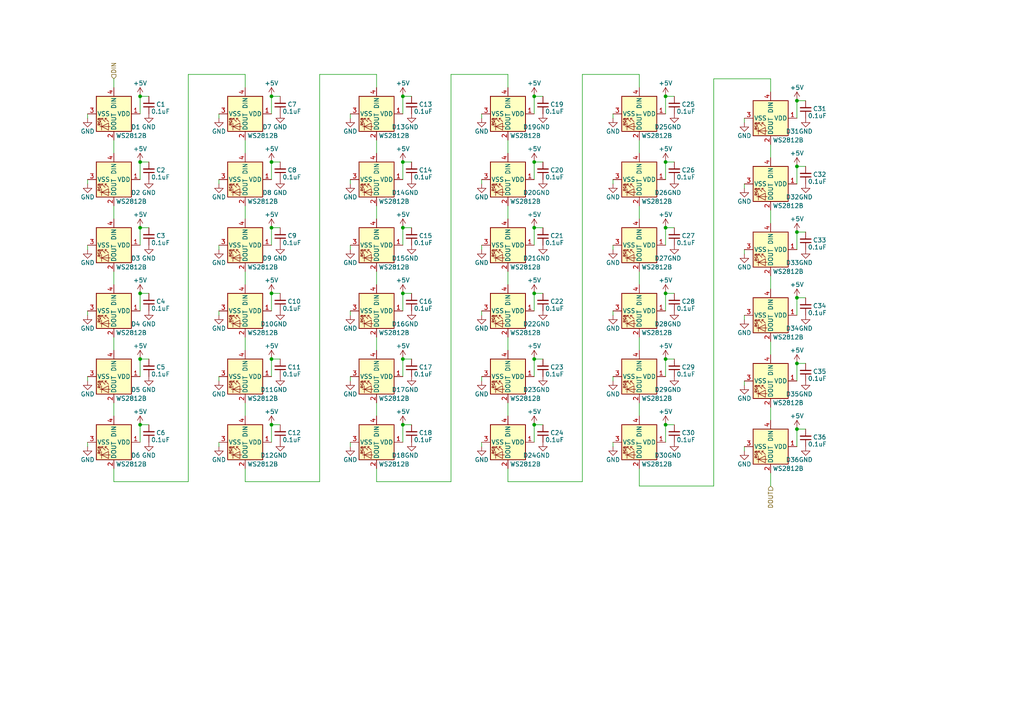
<source format=kicad_sch>
(kicad_sch (version 20211123) (generator eeschema)

  (uuid 805b51e7-a386-444f-bf11-f5aee1dc903e)

  (paper "A4")

  (lib_symbols
    (symbol "Device:C_Small" (pin_numbers hide) (pin_names (offset 0.254) hide) (in_bom yes) (on_board yes)
      (property "Reference" "C" (id 0) (at 0.254 1.778 0)
        (effects (font (size 1.27 1.27)) (justify left))
      )
      (property "Value" "C_Small" (id 1) (at 0.254 -2.032 0)
        (effects (font (size 1.27 1.27)) (justify left))
      )
      (property "Footprint" "" (id 2) (at 0 0 0)
        (effects (font (size 1.27 1.27)) hide)
      )
      (property "Datasheet" "~" (id 3) (at 0 0 0)
        (effects (font (size 1.27 1.27)) hide)
      )
      (property "ki_keywords" "capacitor cap" (id 4) (at 0 0 0)
        (effects (font (size 1.27 1.27)) hide)
      )
      (property "ki_description" "Unpolarized capacitor, small symbol" (id 5) (at 0 0 0)
        (effects (font (size 1.27 1.27)) hide)
      )
      (property "ki_fp_filters" "C_*" (id 6) (at 0 0 0)
        (effects (font (size 1.27 1.27)) hide)
      )
      (symbol "C_Small_0_1"
        (polyline
          (pts
            (xy -1.524 -0.508)
            (xy 1.524 -0.508)
          )
          (stroke (width 0.3302) (type default) (color 0 0 0 0))
          (fill (type none))
        )
        (polyline
          (pts
            (xy -1.524 0.508)
            (xy 1.524 0.508)
          )
          (stroke (width 0.3048) (type default) (color 0 0 0 0))
          (fill (type none))
        )
      )
      (symbol "C_Small_1_1"
        (pin passive line (at 0 2.54 270) (length 2.032)
          (name "~" (effects (font (size 1.27 1.27))))
          (number "1" (effects (font (size 1.27 1.27))))
        )
        (pin passive line (at 0 -2.54 90) (length 2.032)
          (name "~" (effects (font (size 1.27 1.27))))
          (number "2" (effects (font (size 1.27 1.27))))
        )
      )
    )
    (symbol "LED:WS2812B" (pin_names (offset 0.254)) (in_bom yes) (on_board yes)
      (property "Reference" "D" (id 0) (at 5.08 5.715 0)
        (effects (font (size 1.27 1.27)) (justify right bottom))
      )
      (property "Value" "WS2812B" (id 1) (at 1.27 -5.715 0)
        (effects (font (size 1.27 1.27)) (justify left top))
      )
      (property "Footprint" "LED_SMD:LED_WS2812B_PLCC4_5.0x5.0mm_P3.2mm" (id 2) (at 1.27 -7.62 0)
        (effects (font (size 1.27 1.27)) (justify left top) hide)
      )
      (property "Datasheet" "https://cdn-shop.adafruit.com/datasheets/WS2812B.pdf" (id 3) (at 2.54 -9.525 0)
        (effects (font (size 1.27 1.27)) (justify left top) hide)
      )
      (property "ki_keywords" "RGB LED NeoPixel addressable" (id 4) (at 0 0 0)
        (effects (font (size 1.27 1.27)) hide)
      )
      (property "ki_description" "RGB LED with integrated controller" (id 5) (at 0 0 0)
        (effects (font (size 1.27 1.27)) hide)
      )
      (property "ki_fp_filters" "LED*WS2812*PLCC*5.0x5.0mm*P3.2mm*" (id 6) (at 0 0 0)
        (effects (font (size 1.27 1.27)) hide)
      )
      (symbol "WS2812B_0_0"
        (text "RGB" (at 2.286 -4.191 0)
          (effects (font (size 0.762 0.762)))
        )
      )
      (symbol "WS2812B_0_1"
        (polyline
          (pts
            (xy 1.27 -3.556)
            (xy 1.778 -3.556)
          )
          (stroke (width 0) (type default) (color 0 0 0 0))
          (fill (type none))
        )
        (polyline
          (pts
            (xy 1.27 -2.54)
            (xy 1.778 -2.54)
          )
          (stroke (width 0) (type default) (color 0 0 0 0))
          (fill (type none))
        )
        (polyline
          (pts
            (xy 4.699 -3.556)
            (xy 2.667 -3.556)
          )
          (stroke (width 0) (type default) (color 0 0 0 0))
          (fill (type none))
        )
        (polyline
          (pts
            (xy 2.286 -2.54)
            (xy 1.27 -3.556)
            (xy 1.27 -3.048)
          )
          (stroke (width 0) (type default) (color 0 0 0 0))
          (fill (type none))
        )
        (polyline
          (pts
            (xy 2.286 -1.524)
            (xy 1.27 -2.54)
            (xy 1.27 -2.032)
          )
          (stroke (width 0) (type default) (color 0 0 0 0))
          (fill (type none))
        )
        (polyline
          (pts
            (xy 3.683 -1.016)
            (xy 3.683 -3.556)
            (xy 3.683 -4.064)
          )
          (stroke (width 0) (type default) (color 0 0 0 0))
          (fill (type none))
        )
        (polyline
          (pts
            (xy 4.699 -1.524)
            (xy 2.667 -1.524)
            (xy 3.683 -3.556)
            (xy 4.699 -1.524)
          )
          (stroke (width 0) (type default) (color 0 0 0 0))
          (fill (type none))
        )
        (rectangle (start 5.08 5.08) (end -5.08 -5.08)
          (stroke (width 0.254) (type default) (color 0 0 0 0))
          (fill (type background))
        )
      )
      (symbol "WS2812B_1_1"
        (pin power_in line (at 0 7.62 270) (length 2.54)
          (name "VDD" (effects (font (size 1.27 1.27))))
          (number "1" (effects (font (size 1.27 1.27))))
        )
        (pin output line (at 7.62 0 180) (length 2.54)
          (name "DOUT" (effects (font (size 1.27 1.27))))
          (number "2" (effects (font (size 1.27 1.27))))
        )
        (pin power_in line (at 0 -7.62 90) (length 2.54)
          (name "VSS" (effects (font (size 1.27 1.27))))
          (number "3" (effects (font (size 1.27 1.27))))
        )
        (pin input line (at -7.62 0 0) (length 2.54)
          (name "DIN" (effects (font (size 1.27 1.27))))
          (number "4" (effects (font (size 1.27 1.27))))
        )
      )
    )
    (symbol "OLIMEX_Power:+5V" (power) (pin_names (offset 0)) (in_bom yes) (on_board yes)
      (property "Reference" "#PWR" (id 0) (at 0 -3.81 0)
        (effects (font (size 1.27 1.27)) hide)
      )
      (property "Value" "+5V" (id 1) (at 0 3.556 0)
        (effects (font (size 1.27 1.27)))
      )
      (property "Footprint" "" (id 2) (at 0 0 0)
        (effects (font (size 1.524 1.524)))
      )
      (property "Datasheet" "" (id 3) (at 0 0 0)
        (effects (font (size 1.524 1.524)))
      )
      (symbol "+5V_0_1"
        (polyline
          (pts
            (xy -0.762 1.27)
            (xy 0 2.54)
          )
          (stroke (width 0) (type default) (color 0 0 0 0))
          (fill (type none))
        )
        (polyline
          (pts
            (xy 0 0)
            (xy 0 2.54)
          )
          (stroke (width 0) (type default) (color 0 0 0 0))
          (fill (type none))
        )
        (polyline
          (pts
            (xy 0 2.54)
            (xy 0.762 1.27)
          )
          (stroke (width 0) (type default) (color 0 0 0 0))
          (fill (type none))
        )
      )
      (symbol "+5V_1_1"
        (pin power_in line (at 0 0 90) (length 0) hide
          (name "+5V" (effects (font (size 1.27 1.27))))
          (number "1" (effects (font (size 1.27 1.27))))
        )
      )
    )
    (symbol "OLIMEX_Power:GND" (power) (pin_names (offset 0)) (in_bom yes) (on_board yes)
      (property "Reference" "#PWR" (id 0) (at 0 -6.35 0)
        (effects (font (size 1.27 1.27)) hide)
      )
      (property "Value" "GND" (id 1) (at 0 -3.81 0)
        (effects (font (size 1.27 1.27)))
      )
      (property "Footprint" "" (id 2) (at 0 0 0)
        (effects (font (size 1.524 1.524)))
      )
      (property "Datasheet" "" (id 3) (at 0 0 0)
        (effects (font (size 1.524 1.524)))
      )
      (symbol "GND_0_1"
        (polyline
          (pts
            (xy 0 0)
            (xy 0 -1.27)
            (xy 1.27 -1.27)
            (xy 0 -2.54)
            (xy -1.27 -1.27)
            (xy 0 -1.27)
          )
          (stroke (width 0) (type default) (color 0 0 0 0))
          (fill (type none))
        )
      )
      (symbol "GND_1_1"
        (pin power_in line (at 0 0 270) (length 0) hide
          (name "GND" (effects (font (size 1.27 1.27))))
          (number "1" (effects (font (size 1.27 1.27))))
        )
      )
    )
  )

  (junction (at 116.84 104.14) (diameter 0) (color 0 0 0 0)
    (uuid 020c195c-fc76-467d-93c7-739ee9017b3c)
  )
  (junction (at 78.74 85.09) (diameter 0) (color 0 0 0 0)
    (uuid 057a0b9b-ec0e-403d-9bb7-e991206e60ab)
  )
  (junction (at 231.14 67.31) (diameter 0) (color 0 0 0 0)
    (uuid 07dbe597-1004-47cb-83aa-01bbcb31448a)
  )
  (junction (at 154.94 46.99) (diameter 0) (color 0 0 0 0)
    (uuid 0a691eb8-4b81-44b9-a579-1eff65295f87)
  )
  (junction (at 154.94 123.19) (diameter 0) (color 0 0 0 0)
    (uuid 1c37687a-d1d7-4289-9e17-755aed69e081)
  )
  (junction (at 231.14 29.21) (diameter 0) (color 0 0 0 0)
    (uuid 256bd776-2477-4c85-8ed7-27d9c1415b86)
  )
  (junction (at 193.04 27.94) (diameter 0) (color 0 0 0 0)
    (uuid 29f908b2-cdfb-43e0-91cd-8748dd7245b1)
  )
  (junction (at 231.14 105.41) (diameter 0) (color 0 0 0 0)
    (uuid 2a2c8603-4b17-452b-9022-9a21fafc178d)
  )
  (junction (at 78.74 27.94) (diameter 0) (color 0 0 0 0)
    (uuid 2df25c1c-463b-4582-9336-5248e802c0d5)
  )
  (junction (at 78.74 66.04) (diameter 0) (color 0 0 0 0)
    (uuid 320556ff-ef60-4218-ae7d-843de63442ec)
  )
  (junction (at 193.04 104.14) (diameter 0) (color 0 0 0 0)
    (uuid 350b34fd-e883-441d-8b38-d88a1eb5de4b)
  )
  (junction (at 193.04 46.99) (diameter 0) (color 0 0 0 0)
    (uuid 3b27cb44-7b26-404d-b0a4-b32494aaf5ee)
  )
  (junction (at 40.64 27.94) (diameter 0) (color 0 0 0 0)
    (uuid 4883eef2-8674-478e-99fe-cab69e1fd28a)
  )
  (junction (at 116.84 123.19) (diameter 0) (color 0 0 0 0)
    (uuid 53a3fdc7-74b4-4fe8-9467-febc059552e5)
  )
  (junction (at 154.94 85.09) (diameter 0) (color 0 0 0 0)
    (uuid 5c460600-6093-4d8b-8f45-091fd4963696)
  )
  (junction (at 40.64 104.14) (diameter 0) (color 0 0 0 0)
    (uuid 6d73f325-a312-4d3c-a4fd-337cd4fa3c5f)
  )
  (junction (at 116.84 27.94) (diameter 0) (color 0 0 0 0)
    (uuid 6f904fce-6356-44c4-b9a6-5ec79c0144f4)
  )
  (junction (at 193.04 66.04) (diameter 0) (color 0 0 0 0)
    (uuid 7907d3e1-bef3-4d18-9774-ed11bd1cacaf)
  )
  (junction (at 231.14 86.36) (diameter 0) (color 0 0 0 0)
    (uuid 8b5b83e4-a3f5-4b82-8266-383425478303)
  )
  (junction (at 40.64 85.09) (diameter 0) (color 0 0 0 0)
    (uuid 8f9683c2-5b7d-4bc9-bdb5-96b62c5a0017)
  )
  (junction (at 231.14 48.26) (diameter 0) (color 0 0 0 0)
    (uuid 9f702b24-eb7f-43a8-a647-0962ed92c84f)
  )
  (junction (at 40.64 123.19) (diameter 0) (color 0 0 0 0)
    (uuid a59a3783-6685-47e4-8791-0633d88fb1e8)
  )
  (junction (at 154.94 104.14) (diameter 0) (color 0 0 0 0)
    (uuid a788efc9-630b-46d0-a40e-4857dc1359c3)
  )
  (junction (at 78.74 46.99) (diameter 0) (color 0 0 0 0)
    (uuid a88ea410-4a91-4381-acf8-043e8a531721)
  )
  (junction (at 116.84 85.09) (diameter 0) (color 0 0 0 0)
    (uuid b382beb4-040d-433e-b8d0-3c176dc47b27)
  )
  (junction (at 40.64 66.04) (diameter 0) (color 0 0 0 0)
    (uuid b9e905c6-a750-46a5-8746-3c9e55239aad)
  )
  (junction (at 116.84 66.04) (diameter 0) (color 0 0 0 0)
    (uuid bdfe9a25-f4c2-48d5-9986-349903c27613)
  )
  (junction (at 193.04 85.09) (diameter 0) (color 0 0 0 0)
    (uuid c2598add-b514-4779-872e-b2f9d0cc40c2)
  )
  (junction (at 231.14 124.46) (diameter 0) (color 0 0 0 0)
    (uuid c3d22d28-5b9a-4c6f-8fce-953e402a64ae)
  )
  (junction (at 78.74 104.14) (diameter 0) (color 0 0 0 0)
    (uuid c803c6b1-820d-4952-9be4-76ce50e7aa70)
  )
  (junction (at 154.94 27.94) (diameter 0) (color 0 0 0 0)
    (uuid d1bb43bd-2ce1-4735-aa49-c99538b87448)
  )
  (junction (at 116.84 46.99) (diameter 0) (color 0 0 0 0)
    (uuid d3571d67-b835-40aa-9ed0-855f139dc423)
  )
  (junction (at 193.04 123.19) (diameter 0) (color 0 0 0 0)
    (uuid d6fdacd6-f6f4-4655-a5ec-9cfb932d5329)
  )
  (junction (at 154.94 66.04) (diameter 0) (color 0 0 0 0)
    (uuid dade9beb-fb00-4104-9527-09cd2b3f0828)
  )
  (junction (at 78.74 123.19) (diameter 0) (color 0 0 0 0)
    (uuid e0e9ee59-30f1-4554-841b-d2147cbb21bc)
  )
  (junction (at 40.64 46.99) (diameter 0) (color 0 0 0 0)
    (uuid f945d956-df51-490f-b3cc-1dce69c70bef)
  )

  (wire (pts (xy 71.12 97.79) (xy 71.12 101.6))
    (stroke (width 0) (type default) (color 0 0 0 0))
    (uuid 030e855a-e83d-43c5-bebe-464b138295a3)
  )
  (wire (pts (xy 223.52 60.96) (xy 223.52 64.77))
    (stroke (width 0) (type default) (color 0 0 0 0))
    (uuid 054409ca-ab1d-40b2-9269-68d825e492ca)
  )
  (wire (pts (xy 185.42 97.79) (xy 185.42 101.6))
    (stroke (width 0) (type default) (color 0 0 0 0))
    (uuid 05fdb0a1-e9c6-42a4-8aec-a7967f32e530)
  )
  (wire (pts (xy 63.5 109.22) (xy 63.5 110.49))
    (stroke (width 0) (type default) (color 0 0 0 0))
    (uuid 067cbde9-d7a5-44f0-9cd1-782f8371bcf9)
  )
  (wire (pts (xy 40.64 123.19) (xy 40.64 128.27))
    (stroke (width 0) (type default) (color 0 0 0 0))
    (uuid 09504a33-defa-42ff-b5f3-0ad3ba09738c)
  )
  (wire (pts (xy 231.14 86.36) (xy 231.14 91.44))
    (stroke (width 0) (type default) (color 0 0 0 0))
    (uuid 099a8a76-d618-4b50-9da5-30d335ebae24)
  )
  (wire (pts (xy 78.74 27.94) (xy 81.28 27.94))
    (stroke (width 0) (type default) (color 0 0 0 0))
    (uuid 0a596b14-10f1-4a81-a370-436f4fa809cf)
  )
  (wire (pts (xy 25.4 52.07) (xy 25.4 53.34))
    (stroke (width 0) (type default) (color 0 0 0 0))
    (uuid 0c41e859-9839-486b-aaae-5fb3bdb5d0a7)
  )
  (wire (pts (xy 109.22 40.64) (xy 109.22 44.45))
    (stroke (width 0) (type default) (color 0 0 0 0))
    (uuid 0e630270-57d2-4424-985e-3f801ccb8060)
  )
  (wire (pts (xy 154.94 46.99) (xy 154.94 52.07))
    (stroke (width 0) (type default) (color 0 0 0 0))
    (uuid 119f625b-e204-44df-97f0-e6b9d74f6d9e)
  )
  (wire (pts (xy 193.04 27.94) (xy 193.04 33.02))
    (stroke (width 0) (type default) (color 0 0 0 0))
    (uuid 12566f02-ef91-4436-ab74-1cf3b672c0d8)
  )
  (wire (pts (xy 154.94 85.09) (xy 154.94 90.17))
    (stroke (width 0) (type default) (color 0 0 0 0))
    (uuid 12c95629-e528-407c-87a8-7d1cb89728ad)
  )
  (wire (pts (xy 147.32 139.7) (xy 168.91 139.7))
    (stroke (width 0) (type default) (color 0 0 0 0))
    (uuid 14caa98b-bef4-4b2f-9b0e-8acefeeeeaf1)
  )
  (wire (pts (xy 231.14 67.31) (xy 231.14 72.39))
    (stroke (width 0) (type default) (color 0 0 0 0))
    (uuid 15b41916-625b-4616-acc9-1040999ab5a1)
  )
  (wire (pts (xy 71.12 78.74) (xy 71.12 82.55))
    (stroke (width 0) (type default) (color 0 0 0 0))
    (uuid 16380985-ccf9-46e4-a94c-b46d21d0538c)
  )
  (wire (pts (xy 139.7 71.12) (xy 139.7 72.39))
    (stroke (width 0) (type default) (color 0 0 0 0))
    (uuid 188ad02c-4eb7-4906-b40e-996b3f71d728)
  )
  (wire (pts (xy 78.74 104.14) (xy 78.74 109.22))
    (stroke (width 0) (type default) (color 0 0 0 0))
    (uuid 191fd889-14de-4ff3-a827-ab9e73fee7b5)
  )
  (wire (pts (xy 54.61 21.59) (xy 71.12 21.59))
    (stroke (width 0) (type default) (color 0 0 0 0))
    (uuid 19454907-bc6a-41ea-9e2f-dd49afca3e17)
  )
  (wire (pts (xy 130.81 139.7) (xy 130.81 21.59))
    (stroke (width 0) (type default) (color 0 0 0 0))
    (uuid 1a2c103a-ef97-4910-a492-90199e717b2d)
  )
  (wire (pts (xy 63.5 71.12) (xy 63.5 72.39))
    (stroke (width 0) (type default) (color 0 0 0 0))
    (uuid 1a59e0e4-e725-47cc-92ba-e978e1d0f519)
  )
  (wire (pts (xy 139.7 90.17) (xy 139.7 91.44))
    (stroke (width 0) (type default) (color 0 0 0 0))
    (uuid 1bb4113c-26c3-458d-aeab-9e384b9768d2)
  )
  (wire (pts (xy 78.74 104.14) (xy 81.28 104.14))
    (stroke (width 0) (type default) (color 0 0 0 0))
    (uuid 1ca95b64-3068-4f45-8b6c-28d28ddad0fc)
  )
  (wire (pts (xy 193.04 66.04) (xy 195.58 66.04))
    (stroke (width 0) (type default) (color 0 0 0 0))
    (uuid 1d68033e-930b-4410-ab5a-3caa16e885d6)
  )
  (wire (pts (xy 78.74 85.09) (xy 81.28 85.09))
    (stroke (width 0) (type default) (color 0 0 0 0))
    (uuid 1de0337f-12dc-44bf-ba17-278cecc0f86f)
  )
  (wire (pts (xy 185.42 78.74) (xy 185.42 82.55))
    (stroke (width 0) (type default) (color 0 0 0 0))
    (uuid 23bbd44a-cf00-42b9-84e3-6cd32ece95b3)
  )
  (wire (pts (xy 71.12 40.64) (xy 71.12 44.45))
    (stroke (width 0) (type default) (color 0 0 0 0))
    (uuid 258f93ff-e1f4-499b-b8fd-e8fb8136c460)
  )
  (wire (pts (xy 147.32 97.79) (xy 147.32 101.6))
    (stroke (width 0) (type default) (color 0 0 0 0))
    (uuid 259782e4-1f31-4fa1-b672-9e630e61074e)
  )
  (wire (pts (xy 231.14 29.21) (xy 233.68 29.21))
    (stroke (width 0) (type default) (color 0 0 0 0))
    (uuid 25e3aab4-3442-4825-995b-6b72277b90be)
  )
  (wire (pts (xy 116.84 85.09) (xy 116.84 90.17))
    (stroke (width 0) (type default) (color 0 0 0 0))
    (uuid 26ded40d-a225-49f6-8cbc-2441a7108953)
  )
  (wire (pts (xy 193.04 104.14) (xy 193.04 109.22))
    (stroke (width 0) (type default) (color 0 0 0 0))
    (uuid 26fbd2e0-27fd-4b78-89f0-2b8978ecafa3)
  )
  (wire (pts (xy 185.42 135.89) (xy 185.42 140.97))
    (stroke (width 0) (type default) (color 0 0 0 0))
    (uuid 284df329-cf13-4c5d-99cd-c32c37a8f86a)
  )
  (wire (pts (xy 33.02 22.86) (xy 33.02 25.4))
    (stroke (width 0) (type default) (color 0 0 0 0))
    (uuid 28b7a854-fe36-4f6d-9ebe-e8f12fad6cf6)
  )
  (wire (pts (xy 215.9 72.39) (xy 215.9 73.66))
    (stroke (width 0) (type default) (color 0 0 0 0))
    (uuid 2ac7f09c-afea-4e5e-9083-75155efcb2b4)
  )
  (wire (pts (xy 40.64 104.14) (xy 43.18 104.14))
    (stroke (width 0) (type default) (color 0 0 0 0))
    (uuid 2b90e670-0ec9-41bc-830f-8182ecbc1726)
  )
  (wire (pts (xy 40.64 104.14) (xy 40.64 109.22))
    (stroke (width 0) (type default) (color 0 0 0 0))
    (uuid 2c6273ee-6a56-4d36-8da0-5c24e5bc8574)
  )
  (wire (pts (xy 154.94 104.14) (xy 154.94 109.22))
    (stroke (width 0) (type default) (color 0 0 0 0))
    (uuid 302ad6a8-8689-4caf-934e-6b7d7faef011)
  )
  (wire (pts (xy 168.91 21.59) (xy 185.42 21.59))
    (stroke (width 0) (type default) (color 0 0 0 0))
    (uuid 350562cc-33e5-4e59-af24-db11e8182165)
  )
  (wire (pts (xy 54.61 139.7) (xy 54.61 21.59))
    (stroke (width 0) (type default) (color 0 0 0 0))
    (uuid 3509898e-e7bb-4929-a348-64f9eb1f4a61)
  )
  (wire (pts (xy 177.8 33.02) (xy 177.8 34.29))
    (stroke (width 0) (type default) (color 0 0 0 0))
    (uuid 356105df-f16f-4b3a-979b-d6dd90818b35)
  )
  (wire (pts (xy 78.74 46.99) (xy 81.28 46.99))
    (stroke (width 0) (type default) (color 0 0 0 0))
    (uuid 394d700a-ff23-4264-9133-91176fce11ed)
  )
  (wire (pts (xy 231.14 124.46) (xy 231.14 129.54))
    (stroke (width 0) (type default) (color 0 0 0 0))
    (uuid 398f15cc-0540-44c7-b014-e56adc7fbbe8)
  )
  (wire (pts (xy 40.64 123.19) (xy 43.18 123.19))
    (stroke (width 0) (type default) (color 0 0 0 0))
    (uuid 3b158144-2622-43e1-83be-f774a291e378)
  )
  (wire (pts (xy 116.84 66.04) (xy 116.84 71.12))
    (stroke (width 0) (type default) (color 0 0 0 0))
    (uuid 3ca2579e-d23d-4ba6-b61e-6d9c17457159)
  )
  (wire (pts (xy 215.9 53.34) (xy 215.9 54.61))
    (stroke (width 0) (type default) (color 0 0 0 0))
    (uuid 3e21b5e3-0b03-4311-8bb0-2d83e94c70ad)
  )
  (wire (pts (xy 40.64 85.09) (xy 43.18 85.09))
    (stroke (width 0) (type default) (color 0 0 0 0))
    (uuid 3ea9cc57-7eee-403a-9632-1b89a6116d77)
  )
  (wire (pts (xy 147.32 78.74) (xy 147.32 82.55))
    (stroke (width 0) (type default) (color 0 0 0 0))
    (uuid 3eb0c4f7-9bc5-437c-a105-cc010f10a74d)
  )
  (wire (pts (xy 78.74 85.09) (xy 78.74 90.17))
    (stroke (width 0) (type default) (color 0 0 0 0))
    (uuid 3eb4714b-aa14-4396-8679-c88289d85582)
  )
  (wire (pts (xy 130.81 21.59) (xy 147.32 21.59))
    (stroke (width 0) (type default) (color 0 0 0 0))
    (uuid 42dde110-e1cc-4dc0-99fa-0e04ef4e5ae7)
  )
  (wire (pts (xy 193.04 27.94) (xy 195.58 27.94))
    (stroke (width 0) (type default) (color 0 0 0 0))
    (uuid 4395e000-8a0d-43e9-9eb8-27517e10b506)
  )
  (wire (pts (xy 193.04 85.09) (xy 193.04 90.17))
    (stroke (width 0) (type default) (color 0 0 0 0))
    (uuid 452d5c1b-1937-4be2-9f2d-63166db87930)
  )
  (wire (pts (xy 231.14 86.36) (xy 233.68 86.36))
    (stroke (width 0) (type default) (color 0 0 0 0))
    (uuid 45b3ed13-e7f8-4e1e-aeb5-33d272d7afa0)
  )
  (wire (pts (xy 101.6 109.22) (xy 101.6 110.49))
    (stroke (width 0) (type default) (color 0 0 0 0))
    (uuid 47951779-b190-4b2c-8d29-19c9d7c32407)
  )
  (wire (pts (xy 139.7 52.07) (xy 139.7 53.34))
    (stroke (width 0) (type default) (color 0 0 0 0))
    (uuid 49e11648-1bf1-47fb-b636-71227106c800)
  )
  (wire (pts (xy 109.22 59.69) (xy 109.22 63.5))
    (stroke (width 0) (type default) (color 0 0 0 0))
    (uuid 4a020775-4ee3-457e-ad02-0246fa1f4739)
  )
  (wire (pts (xy 223.52 137.16) (xy 223.52 140.97))
    (stroke (width 0) (type default) (color 0 0 0 0))
    (uuid 4b95e9ce-6b20-45a5-bbfd-bc661e6b21ab)
  )
  (wire (pts (xy 215.9 129.54) (xy 215.9 130.81))
    (stroke (width 0) (type default) (color 0 0 0 0))
    (uuid 4bfdae46-8607-424c-ba29-c50ed1fa8c11)
  )
  (wire (pts (xy 177.8 52.07) (xy 177.8 53.34))
    (stroke (width 0) (type default) (color 0 0 0 0))
    (uuid 4e9b49de-7905-451d-96e6-3412d30528a6)
  )
  (wire (pts (xy 78.74 66.04) (xy 78.74 71.12))
    (stroke (width 0) (type default) (color 0 0 0 0))
    (uuid 51c5c427-e390-4955-9922-818da7c9778f)
  )
  (wire (pts (xy 116.84 46.99) (xy 119.38 46.99))
    (stroke (width 0) (type default) (color 0 0 0 0))
    (uuid 52d2733e-a5fa-4376-8ce0-21542176ec4c)
  )
  (wire (pts (xy 109.22 78.74) (xy 109.22 82.55))
    (stroke (width 0) (type default) (color 0 0 0 0))
    (uuid 53151043-966e-4218-b752-eab0d0a03f64)
  )
  (wire (pts (xy 101.6 52.07) (xy 101.6 53.34))
    (stroke (width 0) (type default) (color 0 0 0 0))
    (uuid 57d5b266-6e26-43a8-b042-acc0f731a5d3)
  )
  (wire (pts (xy 109.22 135.89) (xy 109.22 139.7))
    (stroke (width 0) (type default) (color 0 0 0 0))
    (uuid 59c762e0-2ba3-418f-9212-a22747d6b3d7)
  )
  (wire (pts (xy 215.9 91.44) (xy 215.9 92.71))
    (stroke (width 0) (type default) (color 0 0 0 0))
    (uuid 5ab5150b-7c02-4a11-8177-b49ddd7ef4a3)
  )
  (wire (pts (xy 71.12 59.69) (xy 71.12 63.5))
    (stroke (width 0) (type default) (color 0 0 0 0))
    (uuid 5b88b638-40b3-447b-9ef6-a903e3112076)
  )
  (wire (pts (xy 109.22 21.59) (xy 109.22 25.4))
    (stroke (width 0) (type default) (color 0 0 0 0))
    (uuid 5b9f8bd8-d460-419e-825b-3d15410d28c5)
  )
  (wire (pts (xy 177.8 109.22) (xy 177.8 110.49))
    (stroke (width 0) (type default) (color 0 0 0 0))
    (uuid 5c854075-183b-4860-a491-024f81b8fb4d)
  )
  (wire (pts (xy 223.52 41.91) (xy 223.52 45.72))
    (stroke (width 0) (type default) (color 0 0 0 0))
    (uuid 5f2697de-e8e8-4ba6-89d3-05a0546cce3f)
  )
  (wire (pts (xy 139.7 33.02) (xy 139.7 34.29))
    (stroke (width 0) (type default) (color 0 0 0 0))
    (uuid 5fa05809-1256-40b5-bdc1-ef040e565aa5)
  )
  (wire (pts (xy 63.5 90.17) (xy 63.5 91.44))
    (stroke (width 0) (type default) (color 0 0 0 0))
    (uuid 61f35262-09f2-4f7f-8772-00e006f38679)
  )
  (wire (pts (xy 223.52 99.06) (xy 223.52 102.87))
    (stroke (width 0) (type default) (color 0 0 0 0))
    (uuid 63aa6c5a-1aa1-4b5e-b446-1b4e8e58ad6a)
  )
  (wire (pts (xy 33.02 135.89) (xy 33.02 139.7))
    (stroke (width 0) (type default) (color 0 0 0 0))
    (uuid 64fccfb1-a66e-457b-9dc2-38610fb5be8f)
  )
  (wire (pts (xy 109.22 139.7) (xy 130.81 139.7))
    (stroke (width 0) (type default) (color 0 0 0 0))
    (uuid 6bffb431-d51d-40cf-8e0d-98a0d48e3679)
  )
  (wire (pts (xy 154.94 66.04) (xy 157.48 66.04))
    (stroke (width 0) (type default) (color 0 0 0 0))
    (uuid 6ca60e7b-2b70-4002-883c-222f1c7178dc)
  )
  (wire (pts (xy 116.84 85.09) (xy 119.38 85.09))
    (stroke (width 0) (type default) (color 0 0 0 0))
    (uuid 6f89fdc3-c51d-42ea-9602-6d77b0fd83d4)
  )
  (wire (pts (xy 193.04 123.19) (xy 195.58 123.19))
    (stroke (width 0) (type default) (color 0 0 0 0))
    (uuid 701a4eb7-792e-423c-a4ee-cda2e695e016)
  )
  (wire (pts (xy 116.84 66.04) (xy 119.38 66.04))
    (stroke (width 0) (type default) (color 0 0 0 0))
    (uuid 71b50822-1a4d-4198-b3be-0a696e086f12)
  )
  (wire (pts (xy 193.04 46.99) (xy 193.04 52.07))
    (stroke (width 0) (type default) (color 0 0 0 0))
    (uuid 7211e4cf-d594-44f8-b1c7-9b9b820b125e)
  )
  (wire (pts (xy 147.32 135.89) (xy 147.32 139.7))
    (stroke (width 0) (type default) (color 0 0 0 0))
    (uuid 742c52c7-f6e9-4ec7-aad7-864057491eef)
  )
  (wire (pts (xy 33.02 40.64) (xy 33.02 44.45))
    (stroke (width 0) (type default) (color 0 0 0 0))
    (uuid 7438ea45-6804-4708-a452-f58642deeca9)
  )
  (wire (pts (xy 154.94 27.94) (xy 154.94 33.02))
    (stroke (width 0) (type default) (color 0 0 0 0))
    (uuid 763e5b90-621e-495f-aa16-ee853d7a75df)
  )
  (wire (pts (xy 25.4 90.17) (xy 25.4 91.44))
    (stroke (width 0) (type default) (color 0 0 0 0))
    (uuid 7698e384-c71d-4c19-a7ae-8702417f9134)
  )
  (wire (pts (xy 154.94 66.04) (xy 154.94 71.12))
    (stroke (width 0) (type default) (color 0 0 0 0))
    (uuid 78f722b2-0040-4850-91fb-d699d3a3292c)
  )
  (wire (pts (xy 71.12 116.84) (xy 71.12 120.65))
    (stroke (width 0) (type default) (color 0 0 0 0))
    (uuid 7a0957a8-76c0-402d-95dd-0deaae81cc4b)
  )
  (wire (pts (xy 147.32 40.64) (xy 147.32 44.45))
    (stroke (width 0) (type default) (color 0 0 0 0))
    (uuid 7ad6afe7-d146-4ef4-89cd-cd0ac814f75a)
  )
  (wire (pts (xy 92.71 139.7) (xy 92.71 21.59))
    (stroke (width 0) (type default) (color 0 0 0 0))
    (uuid 7bb3e702-6e2f-48f2-a3a6-d106d07fc248)
  )
  (wire (pts (xy 168.91 139.7) (xy 168.91 21.59))
    (stroke (width 0) (type default) (color 0 0 0 0))
    (uuid 8179b3fd-ba4c-4f1e-987d-b06faf453cdd)
  )
  (wire (pts (xy 40.64 85.09) (xy 40.64 90.17))
    (stroke (width 0) (type default) (color 0 0 0 0))
    (uuid 85ea757e-5b65-498d-9416-a068cb44169d)
  )
  (wire (pts (xy 231.14 48.26) (xy 231.14 53.34))
    (stroke (width 0) (type default) (color 0 0 0 0))
    (uuid 86145896-4f80-42bc-bafa-c7a6ef4bd578)
  )
  (wire (pts (xy 25.4 128.27) (xy 25.4 129.54))
    (stroke (width 0) (type default) (color 0 0 0 0))
    (uuid 87d008e5-eb80-4771-8dba-888858b62a21)
  )
  (wire (pts (xy 231.14 67.31) (xy 233.68 67.31))
    (stroke (width 0) (type default) (color 0 0 0 0))
    (uuid 88048ad4-8132-4249-a7d1-6cf0847e3d87)
  )
  (wire (pts (xy 147.32 21.59) (xy 147.32 25.4))
    (stroke (width 0) (type default) (color 0 0 0 0))
    (uuid 89646a0d-7fae-4429-a37f-d971bb7df2e5)
  )
  (wire (pts (xy 193.04 104.14) (xy 195.58 104.14))
    (stroke (width 0) (type default) (color 0 0 0 0))
    (uuid 8b1b5e47-6b0f-4af9-ba34-429ec5e8bc94)
  )
  (wire (pts (xy 63.5 128.27) (xy 63.5 129.54))
    (stroke (width 0) (type default) (color 0 0 0 0))
    (uuid 8d4e465b-91f8-4192-8557-2f1fdaae0e16)
  )
  (wire (pts (xy 154.94 27.94) (xy 157.48 27.94))
    (stroke (width 0) (type default) (color 0 0 0 0))
    (uuid 8e8a3a8f-3ac7-4c36-a0df-a15d0a50df92)
  )
  (wire (pts (xy 116.84 104.14) (xy 119.38 104.14))
    (stroke (width 0) (type default) (color 0 0 0 0))
    (uuid 8ed80974-91b9-4050-9baa-64cd6ecb2177)
  )
  (wire (pts (xy 154.94 104.14) (xy 157.48 104.14))
    (stroke (width 0) (type default) (color 0 0 0 0))
    (uuid 8fc01254-68fa-42ab-a6c7-8ea828fb0721)
  )
  (wire (pts (xy 116.84 27.94) (xy 119.38 27.94))
    (stroke (width 0) (type default) (color 0 0 0 0))
    (uuid 91a497f0-6c7a-447a-98e5-1dadd8716175)
  )
  (wire (pts (xy 63.5 33.02) (xy 63.5 34.29))
    (stroke (width 0) (type default) (color 0 0 0 0))
    (uuid 91ec8ba6-2893-485c-b282-c87e332560f4)
  )
  (wire (pts (xy 101.6 90.17) (xy 101.6 91.44))
    (stroke (width 0) (type default) (color 0 0 0 0))
    (uuid 94921664-174d-48cf-977f-48573c65ae26)
  )
  (wire (pts (xy 223.52 80.01) (xy 223.52 83.82))
    (stroke (width 0) (type default) (color 0 0 0 0))
    (uuid 949a52f0-2990-4390-b328-90e12fb83ed0)
  )
  (wire (pts (xy 207.01 22.86) (xy 223.52 22.86))
    (stroke (width 0) (type default) (color 0 0 0 0))
    (uuid 94e409dd-74d4-4019-a8c3-7495f403a888)
  )
  (wire (pts (xy 177.8 71.12) (xy 177.8 72.39))
    (stroke (width 0) (type default) (color 0 0 0 0))
    (uuid 95ad7717-507b-4043-a729-215c9f57d07b)
  )
  (wire (pts (xy 177.8 128.27) (xy 177.8 129.54))
    (stroke (width 0) (type default) (color 0 0 0 0))
    (uuid 96535907-f7b4-4312-971c-ab0376e820d2)
  )
  (wire (pts (xy 177.8 90.17) (xy 177.8 91.44))
    (stroke (width 0) (type default) (color 0 0 0 0))
    (uuid 96cc805b-01ae-4b79-b52c-93f45ec6f72f)
  )
  (wire (pts (xy 78.74 66.04) (xy 81.28 66.04))
    (stroke (width 0) (type default) (color 0 0 0 0))
    (uuid 98665c0b-dad2-407d-a9b5-26b255d24097)
  )
  (wire (pts (xy 71.12 21.59) (xy 71.12 25.4))
    (stroke (width 0) (type default) (color 0 0 0 0))
    (uuid 98fb7a0f-493b-4baa-8726-3f5b07dd19f8)
  )
  (wire (pts (xy 71.12 135.89) (xy 71.12 139.7))
    (stroke (width 0) (type default) (color 0 0 0 0))
    (uuid 9bb36c8e-e80a-4738-bf28-14b1a6ed4afb)
  )
  (wire (pts (xy 101.6 71.12) (xy 101.6 72.39))
    (stroke (width 0) (type default) (color 0 0 0 0))
    (uuid 9c78f537-4a85-4f60-a1ed-806a52be61c5)
  )
  (wire (pts (xy 116.84 123.19) (xy 116.84 128.27))
    (stroke (width 0) (type default) (color 0 0 0 0))
    (uuid 9ce76cc8-21a1-4d02-ad36-6d5033ee86bc)
  )
  (wire (pts (xy 193.04 85.09) (xy 195.58 85.09))
    (stroke (width 0) (type default) (color 0 0 0 0))
    (uuid 9d453b68-582d-4fca-9d63-56ea47903fcf)
  )
  (wire (pts (xy 147.32 59.69) (xy 147.32 63.5))
    (stroke (width 0) (type default) (color 0 0 0 0))
    (uuid 9f4d0fa2-aa5b-4602-8414-2422e0c4c976)
  )
  (wire (pts (xy 33.02 116.84) (xy 33.02 120.65))
    (stroke (width 0) (type default) (color 0 0 0 0))
    (uuid 9fde3bd1-1bc4-4e95-8ae7-67a250ce8524)
  )
  (wire (pts (xy 185.42 21.59) (xy 185.42 25.4))
    (stroke (width 0) (type default) (color 0 0 0 0))
    (uuid a3052810-b865-43b3-94dc-7fdcdc9271a7)
  )
  (wire (pts (xy 101.6 33.02) (xy 101.6 34.29))
    (stroke (width 0) (type default) (color 0 0 0 0))
    (uuid a3bba116-5b3d-45bf-a169-6ff2e163b024)
  )
  (wire (pts (xy 25.4 33.02) (xy 25.4 34.29))
    (stroke (width 0) (type default) (color 0 0 0 0))
    (uuid a5a8b87a-5232-4f34-b298-93c6bb861e27)
  )
  (wire (pts (xy 116.84 27.94) (xy 116.84 33.02))
    (stroke (width 0) (type default) (color 0 0 0 0))
    (uuid a5b2e44a-ee38-4c7d-ad6f-5d5b9fcd52e9)
  )
  (wire (pts (xy 215.9 110.49) (xy 215.9 111.76))
    (stroke (width 0) (type default) (color 0 0 0 0))
    (uuid a66ec31b-ee05-4717-a1dc-fc7dcb8057e1)
  )
  (wire (pts (xy 92.71 21.59) (xy 109.22 21.59))
    (stroke (width 0) (type default) (color 0 0 0 0))
    (uuid a6d30911-e750-405d-aa7d-4fe999af4c9e)
  )
  (wire (pts (xy 25.4 109.22) (xy 25.4 110.49))
    (stroke (width 0) (type default) (color 0 0 0 0))
    (uuid a7d25181-49ea-4519-9320-2d1d972172db)
  )
  (wire (pts (xy 40.64 66.04) (xy 40.64 71.12))
    (stroke (width 0) (type default) (color 0 0 0 0))
    (uuid a966ed81-67f0-4284-9002-e49f1a9ea373)
  )
  (wire (pts (xy 63.5 52.07) (xy 63.5 53.34))
    (stroke (width 0) (type default) (color 0 0 0 0))
    (uuid ab1746b5-6d22-4c6e-9797-2de26aba48ee)
  )
  (wire (pts (xy 231.14 48.26) (xy 233.68 48.26))
    (stroke (width 0) (type default) (color 0 0 0 0))
    (uuid ad71de60-9131-45b6-8a2a-e8ccb10321a1)
  )
  (wire (pts (xy 78.74 123.19) (xy 78.74 128.27))
    (stroke (width 0) (type default) (color 0 0 0 0))
    (uuid ae1d6cca-8723-4cf6-9c78-35dc7a04536e)
  )
  (wire (pts (xy 40.64 46.99) (xy 40.64 52.07))
    (stroke (width 0) (type default) (color 0 0 0 0))
    (uuid aec55cb9-b024-401f-bcd3-33192bc6bddf)
  )
  (wire (pts (xy 223.52 22.86) (xy 223.52 26.67))
    (stroke (width 0) (type default) (color 0 0 0 0))
    (uuid b069bb3c-deab-4f7e-915e-68f12816735f)
  )
  (wire (pts (xy 147.32 116.84) (xy 147.32 120.65))
    (stroke (width 0) (type default) (color 0 0 0 0))
    (uuid b291dd6f-6a01-40a7-9fb2-4ed0d98d048f)
  )
  (wire (pts (xy 139.7 128.27) (xy 139.7 129.54))
    (stroke (width 0) (type default) (color 0 0 0 0))
    (uuid b4bb9009-ce1d-4ee2-aced-bea33d766b7e)
  )
  (wire (pts (xy 231.14 29.21) (xy 231.14 34.29))
    (stroke (width 0) (type default) (color 0 0 0 0))
    (uuid b9854319-0806-4d66-b0c7-5020bac60884)
  )
  (wire (pts (xy 40.64 27.94) (xy 43.18 27.94))
    (stroke (width 0) (type default) (color 0 0 0 0))
    (uuid bdc7093c-c06d-46b3-a23a-e6d7d2401a5b)
  )
  (wire (pts (xy 185.42 40.64) (xy 185.42 44.45))
    (stroke (width 0) (type default) (color 0 0 0 0))
    (uuid c53db731-2e8d-4e3c-9ec0-e1d1f9c7d0a2)
  )
  (wire (pts (xy 193.04 123.19) (xy 193.04 128.27))
    (stroke (width 0) (type default) (color 0 0 0 0))
    (uuid caba00be-ef88-44e8-8133-3b832d6fb741)
  )
  (wire (pts (xy 231.14 105.41) (xy 233.68 105.41))
    (stroke (width 0) (type default) (color 0 0 0 0))
    (uuid ccb413a0-9bf4-4cf2-b0c1-69abde5a1c5b)
  )
  (wire (pts (xy 78.74 27.94) (xy 78.74 33.02))
    (stroke (width 0) (type default) (color 0 0 0 0))
    (uuid d05353df-87b4-41c4-ae77-d4244114a44c)
  )
  (wire (pts (xy 33.02 78.74) (xy 33.02 82.55))
    (stroke (width 0) (type default) (color 0 0 0 0))
    (uuid d4ce9938-bab2-4903-a317-eb074d187a1f)
  )
  (wire (pts (xy 78.74 123.19) (xy 81.28 123.19))
    (stroke (width 0) (type default) (color 0 0 0 0))
    (uuid d52818af-9f9c-4d64-95ce-4dbcafd47015)
  )
  (wire (pts (xy 185.42 59.69) (xy 185.42 63.5))
    (stroke (width 0) (type default) (color 0 0 0 0))
    (uuid d6ed5bfd-ff17-4c42-96e2-42960910fe01)
  )
  (wire (pts (xy 185.42 116.84) (xy 185.42 120.65))
    (stroke (width 0) (type default) (color 0 0 0 0))
    (uuid d78ef582-fa5a-4823-aabb-9ec42fc2db40)
  )
  (wire (pts (xy 40.64 46.99) (xy 43.18 46.99))
    (stroke (width 0) (type default) (color 0 0 0 0))
    (uuid d7ea5afa-74c2-4426-bf4e-7fe9495a187d)
  )
  (wire (pts (xy 154.94 85.09) (xy 157.48 85.09))
    (stroke (width 0) (type default) (color 0 0 0 0))
    (uuid d89d647b-39c0-4dfa-9b80-8802e2d15cee)
  )
  (wire (pts (xy 33.02 59.69) (xy 33.02 63.5))
    (stroke (width 0) (type default) (color 0 0 0 0))
    (uuid da4b7efb-d93d-48de-86c3-a6251040cc5f)
  )
  (wire (pts (xy 109.22 97.79) (xy 109.22 101.6))
    (stroke (width 0) (type default) (color 0 0 0 0))
    (uuid dfd25480-32b0-4699-a654-14554ae89348)
  )
  (wire (pts (xy 116.84 46.99) (xy 116.84 52.07))
    (stroke (width 0) (type default) (color 0 0 0 0))
    (uuid e01eb7a9-8b76-455c-a445-1ff27d63a770)
  )
  (wire (pts (xy 78.74 46.99) (xy 78.74 52.07))
    (stroke (width 0) (type default) (color 0 0 0 0))
    (uuid e2c0dad5-4f36-4c8e-9e9d-4936b0ab1af2)
  )
  (wire (pts (xy 154.94 123.19) (xy 157.48 123.19))
    (stroke (width 0) (type default) (color 0 0 0 0))
    (uuid e377b9a6-eb7b-4950-b902-7c5e40ea4881)
  )
  (wire (pts (xy 139.7 109.22) (xy 139.7 110.49))
    (stroke (width 0) (type default) (color 0 0 0 0))
    (uuid e3a8c626-d20f-479a-86e0-3e0febd32c3a)
  )
  (wire (pts (xy 33.02 97.79) (xy 33.02 101.6))
    (stroke (width 0) (type default) (color 0 0 0 0))
    (uuid e4c84cec-a42a-433d-82af-d44f160b96cb)
  )
  (wire (pts (xy 40.64 27.94) (xy 40.64 33.02))
    (stroke (width 0) (type default) (color 0 0 0 0))
    (uuid e93a07d0-4128-47d7-9638-5ce71b4dfdd3)
  )
  (wire (pts (xy 207.01 140.97) (xy 207.01 22.86))
    (stroke (width 0) (type default) (color 0 0 0 0))
    (uuid e9a17105-60ab-4efc-a734-c5d059b7ff08)
  )
  (wire (pts (xy 223.52 118.11) (xy 223.52 121.92))
    (stroke (width 0) (type default) (color 0 0 0 0))
    (uuid e9dce5dd-4076-4f18-aa0a-ced341769a88)
  )
  (wire (pts (xy 40.64 66.04) (xy 43.18 66.04))
    (stroke (width 0) (type default) (color 0 0 0 0))
    (uuid eac6d3fc-433f-46eb-bae0-104e4984295d)
  )
  (wire (pts (xy 33.02 139.7) (xy 54.61 139.7))
    (stroke (width 0) (type default) (color 0 0 0 0))
    (uuid eb0ff286-c728-4878-91ee-fa8fe21ee17b)
  )
  (wire (pts (xy 109.22 116.84) (xy 109.22 120.65))
    (stroke (width 0) (type default) (color 0 0 0 0))
    (uuid ec9dee15-2ef8-474b-952b-af5ef1529e12)
  )
  (wire (pts (xy 215.9 34.29) (xy 215.9 35.56))
    (stroke (width 0) (type default) (color 0 0 0 0))
    (uuid ed4be22e-ea2b-4b7e-b447-922d062f0485)
  )
  (wire (pts (xy 154.94 46.99) (xy 157.48 46.99))
    (stroke (width 0) (type default) (color 0 0 0 0))
    (uuid eead5936-3200-49a3-8e88-91aa8adbe7cc)
  )
  (wire (pts (xy 193.04 46.99) (xy 195.58 46.99))
    (stroke (width 0) (type default) (color 0 0 0 0))
    (uuid ef10cc89-5f0d-44d6-b2a7-640dfda920ae)
  )
  (wire (pts (xy 116.84 123.19) (xy 119.38 123.19))
    (stroke (width 0) (type default) (color 0 0 0 0))
    (uuid efe127f0-1c0d-4493-9062-5047b3de0e4e)
  )
  (wire (pts (xy 193.04 66.04) (xy 193.04 71.12))
    (stroke (width 0) (type default) (color 0 0 0 0))
    (uuid f1976983-267c-4387-befc-ef2f360e7bf9)
  )
  (wire (pts (xy 185.42 140.97) (xy 207.01 140.97))
    (stroke (width 0) (type default) (color 0 0 0 0))
    (uuid f6dcf3ff-f45c-4eae-be3a-b028320a8db7)
  )
  (wire (pts (xy 231.14 124.46) (xy 233.68 124.46))
    (stroke (width 0) (type default) (color 0 0 0 0))
    (uuid f90f0e1d-5b45-4e38-991a-c9fffd73ac33)
  )
  (wire (pts (xy 154.94 123.19) (xy 154.94 128.27))
    (stroke (width 0) (type default) (color 0 0 0 0))
    (uuid f9423dde-330f-4107-8db6-cd2360c6aa2f)
  )
  (wire (pts (xy 101.6 128.27) (xy 101.6 129.54))
    (stroke (width 0) (type default) (color 0 0 0 0))
    (uuid f9c9e5d0-9e47-4d65-81b3-76d85d6e3987)
  )
  (wire (pts (xy 25.4 71.12) (xy 25.4 72.39))
    (stroke (width 0) (type default) (color 0 0 0 0))
    (uuid fa66e0e4-917c-4edd-8227-d8bdc4b62be8)
  )
  (wire (pts (xy 231.14 105.41) (xy 231.14 110.49))
    (stroke (width 0) (type default) (color 0 0 0 0))
    (uuid fb6b2aee-0a08-419f-b8ac-39cb201d0d31)
  )
  (wire (pts (xy 116.84 104.14) (xy 116.84 109.22))
    (stroke (width 0) (type default) (color 0 0 0 0))
    (uuid fdc067c8-c118-424b-a0d3-cacb20f02b9f)
  )
  (wire (pts (xy 71.12 139.7) (xy 92.71 139.7))
    (stroke (width 0) (type default) (color 0 0 0 0))
    (uuid ffb03204-32e9-4504-9e15-12e36dc0ea5d)
  )

  (hierarchical_label "DOUT" (shape input) (at 223.52 140.97 270)
    (effects (font (size 1.27 1.27)) (justify right))
    (uuid 40b99a03-8413-4e3b-97d8-f72563950259)
  )
  (hierarchical_label "DIN" (shape input) (at 33.02 22.86 90)
    (effects (font (size 1.27 1.27)) (justify left))
    (uuid 46820f31-eabe-423e-bc37-83e119a8a01f)
  )

  (symbol (lib_id "LED:WS2812B") (at 71.12 33.02 270) (unit 1)
    (in_bom yes) (on_board yes)
    (uuid 01d29562-647d-411a-9550-2cd210946306)
    (property "Reference" "D7" (id 0) (at 77.47 36.83 90))
    (property "Value" "WS2812B" (id 1) (at 76.2 39.37 90))
    (property "Footprint" "LED_SMD:LED_WS2812B_PLCC4_5.0x5.0mm_P3.2mm" (id 2) (at 63.5 34.29 0)
      (effects (font (size 1.27 1.27)) (justify left top) hide)
    )
    (property "Datasheet" "https://cdn-shop.adafruit.com/datasheets/WS2812B.pdf" (id 3) (at 61.595 35.56 0)
      (effects (font (size 1.27 1.27)) (justify left top) hide)
    )
    (pin "1" (uuid b4229ff4-7c75-4e96-821f-52ed380f00fe))
    (pin "2" (uuid f9a95070-42fc-44be-ae4c-dc35815508f6))
    (pin "3" (uuid 47269617-8b0b-446f-a9b0-b79f4f235616))
    (pin "4" (uuid 2994a690-cf9b-4e76-ac5c-4a4729ec0d88))
  )

  (symbol (lib_id "OLIMEX_Power:GND") (at 101.6 34.29 0) (unit 1)
    (in_bom yes) (on_board yes)
    (uuid 03d41f2d-d617-400b-96ce-74cf0d1b81a0)
    (property "Reference" "#PWR037" (id 0) (at 101.6 40.64 0)
      (effects (font (size 1.27 1.27)) hide)
    )
    (property "Value" "GND" (id 1) (at 101.6 38.1 0))
    (property "Footprint" "" (id 2) (at 101.6 34.29 0)
      (effects (font (size 1.524 1.524)))
    )
    (property "Datasheet" "" (id 3) (at 101.6 34.29 0)
      (effects (font (size 1.524 1.524)))
    )
    (pin "1" (uuid 45281e30-19d1-4940-93a6-efbb31cd6ee3))
  )

  (symbol (lib_id "Device:C_Small") (at 233.68 31.75 180) (unit 1)
    (in_bom yes) (on_board yes)
    (uuid 04ad0520-15eb-45cc-a725-abebe000b9b3)
    (property "Reference" "C31" (id 0) (at 235.7775 31.551 0)
      (effects (font (size 1.27 1.27)) (justify right))
    )
    (property "Value" "0.1uF" (id 1) (at 234.3048 33.5926 0)
      (effects (font (size 1.27 1.27)) (justify right))
    )
    (property "Footprint" "Capacitor_SMD:C_0402_1005Metric" (id 2) (at 233.68 31.75 0)
      (effects (font (size 1.27 1.27)) hide)
    )
    (property "Datasheet" "~" (id 3) (at 233.68 31.75 0)
      (effects (font (size 1.27 1.27)) hide)
    )
    (pin "1" (uuid e556297e-8dd6-4298-98c2-404632a58de5))
    (pin "2" (uuid eb0c6154-5b7c-43ed-9097-5413c2791402))
  )

  (symbol (lib_id "Device:C_Small") (at 43.18 49.53 180) (unit 1)
    (in_bom yes) (on_board yes)
    (uuid 06752067-71da-4ce1-8aa9-035cf67e353f)
    (property "Reference" "C2" (id 0) (at 45.2775 49.331 0)
      (effects (font (size 1.27 1.27)) (justify right))
    )
    (property "Value" "0.1uF" (id 1) (at 43.8048 51.3726 0)
      (effects (font (size 1.27 1.27)) (justify right))
    )
    (property "Footprint" "Capacitor_SMD:C_0402_1005Metric" (id 2) (at 43.18 49.53 0)
      (effects (font (size 1.27 1.27)) hide)
    )
    (property "Datasheet" "~" (id 3) (at 43.18 49.53 0)
      (effects (font (size 1.27 1.27)) hide)
    )
    (pin "1" (uuid da9e596e-886b-4b62-82fd-c91b1a23bda0))
    (pin "2" (uuid 517720c9-3b1e-4971-87e4-80c4b55af28d))
  )

  (symbol (lib_id "OLIMEX_Power:+5V") (at 193.04 104.14 0) (mirror y) (unit 1)
    (in_bom yes) (on_board yes)
    (uuid 068afa27-eccd-483e-87da-d755f46cf6ea)
    (property "Reference" "#PWR0139" (id 0) (at 193.04 107.95 0)
      (effects (font (size 1.27 1.27)) hide)
    )
    (property "Value" "+5V" (id 1) (at 193.04 100.33 0))
    (property "Footprint" "" (id 2) (at 193.04 104.14 0)
      (effects (font (size 1.524 1.524)))
    )
    (property "Datasheet" "" (id 3) (at 193.04 104.14 0)
      (effects (font (size 1.524 1.524)))
    )
    (pin "1" (uuid 9312b81d-6e10-4ed3-862c-d00459e681da))
  )

  (symbol (lib_id "LED:WS2812B") (at 223.52 72.39 270) (unit 1)
    (in_bom yes) (on_board yes)
    (uuid 072ae48b-b740-4e8d-9b5c-97bc1634a2dd)
    (property "Reference" "D33" (id 0) (at 229.87 76.2 90))
    (property "Value" "WS2812B" (id 1) (at 228.6 78.74 90))
    (property "Footprint" "LED_SMD:LED_WS2812B_PLCC4_5.0x5.0mm_P3.2mm" (id 2) (at 215.9 73.66 0)
      (effects (font (size 1.27 1.27)) (justify left top) hide)
    )
    (property "Datasheet" "https://cdn-shop.adafruit.com/datasheets/WS2812B.pdf" (id 3) (at 213.995 74.93 0)
      (effects (font (size 1.27 1.27)) (justify left top) hide)
    )
    (pin "1" (uuid 9e0ed1b0-4f4a-4e49-afe4-fc77d38f4f44))
    (pin "2" (uuid 56b8bb5b-f925-45fc-b2f1-824b060d7b8f))
    (pin "3" (uuid 7b7b9c98-49c1-412e-ba37-e72779112a04))
    (pin "4" (uuid 2b5f65c2-f129-4900-a48a-a30bc74d4977))
  )

  (symbol (lib_id "Device:C_Small") (at 81.28 87.63 180) (unit 1)
    (in_bom yes) (on_board yes)
    (uuid 07b9bd88-eb81-45d4-a252-b4b93f4006de)
    (property "Reference" "C10" (id 0) (at 83.3775 87.431 0)
      (effects (font (size 1.27 1.27)) (justify right))
    )
    (property "Value" "0.1uF" (id 1) (at 81.9048 89.4726 0)
      (effects (font (size 1.27 1.27)) (justify right))
    )
    (property "Footprint" "Capacitor_SMD:C_0402_1005Metric" (id 2) (at 81.28 87.63 0)
      (effects (font (size 1.27 1.27)) hide)
    )
    (property "Datasheet" "~" (id 3) (at 81.28 87.63 0)
      (effects (font (size 1.27 1.27)) hide)
    )
    (pin "1" (uuid 4a739a3e-e4ed-4ebb-aece-91bff629b4bd))
    (pin "2" (uuid b711e97d-10b4-4b78-beb8-235bf60eff66))
  )

  (symbol (lib_id "Device:C_Small") (at 81.28 30.48 180) (unit 1)
    (in_bom yes) (on_board yes)
    (uuid 0ad7002b-ec48-4f80-869c-dcbb85b5d8cc)
    (property "Reference" "C7" (id 0) (at 83.3775 30.281 0)
      (effects (font (size 1.27 1.27)) (justify right))
    )
    (property "Value" "0.1uF" (id 1) (at 81.9048 32.3226 0)
      (effects (font (size 1.27 1.27)) (justify right))
    )
    (property "Footprint" "Capacitor_SMD:C_0402_1005Metric" (id 2) (at 81.28 30.48 0)
      (effects (font (size 1.27 1.27)) hide)
    )
    (property "Datasheet" "~" (id 3) (at 81.28 30.48 0)
      (effects (font (size 1.27 1.27)) hide)
    )
    (pin "1" (uuid 52372f17-0c97-4eec-b57c-371110e34eca))
    (pin "2" (uuid 6d1c30cd-8118-4df3-bf61-4fe7d4c1d5e2))
  )

  (symbol (lib_id "OLIMEX_Power:GND") (at 119.38 71.12 0) (unit 1)
    (in_bom yes) (on_board yes)
    (uuid 0b9d3e64-2e9a-40d7-99d9-14afa85869f3)
    (property "Reference" "#PWR051" (id 0) (at 119.38 77.47 0)
      (effects (font (size 1.27 1.27)) hide)
    )
    (property "Value" "GND" (id 1) (at 119.38 74.93 0))
    (property "Footprint" "" (id 2) (at 119.38 71.12 0)
      (effects (font (size 1.524 1.524)))
    )
    (property "Datasheet" "" (id 3) (at 119.38 71.12 0)
      (effects (font (size 1.524 1.524)))
    )
    (pin "1" (uuid 5a8270f7-d2a9-4ef0-bfe3-36afaacf6941))
  )

  (symbol (lib_id "OLIMEX_Power:+5V") (at 231.14 105.41 0) (mirror y) (unit 1)
    (in_bom yes) (on_board yes)
    (uuid 0ef31c0b-e53f-4465-a26f-d042169b5742)
    (property "Reference" "#PWR0157" (id 0) (at 231.14 109.22 0)
      (effects (font (size 1.27 1.27)) hide)
    )
    (property "Value" "+5V" (id 1) (at 231.14 101.6 0))
    (property "Footprint" "" (id 2) (at 231.14 105.41 0)
      (effects (font (size 1.524 1.524)))
    )
    (property "Datasheet" "" (id 3) (at 231.14 105.41 0)
      (effects (font (size 1.524 1.524)))
    )
    (pin "1" (uuid 02b25e83-a37e-4216-807d-b42974510220))
  )

  (symbol (lib_id "OLIMEX_Power:GND") (at 233.68 53.34 0) (unit 1)
    (in_bom yes) (on_board yes)
    (uuid 100a7b73-58e7-4843-bb71-e30200900b3a)
    (property "Reference" "#PWR0160" (id 0) (at 233.68 59.69 0)
      (effects (font (size 1.27 1.27)) hide)
    )
    (property "Value" "GND" (id 1) (at 233.68 57.15 0))
    (property "Footprint" "" (id 2) (at 233.68 53.34 0)
      (effects (font (size 1.524 1.524)))
    )
    (property "Datasheet" "" (id 3) (at 233.68 53.34 0)
      (effects (font (size 1.524 1.524)))
    )
    (pin "1" (uuid 86186451-c436-4c58-82ff-575383db16d6))
  )

  (symbol (lib_id "OLIMEX_Power:GND") (at 43.18 52.07 0) (unit 1)
    (in_bom yes) (on_board yes)
    (uuid 10d5dcb0-3ad8-48ce-8da1-008c3547fe00)
    (property "Reference" "#PWR014" (id 0) (at 43.18 58.42 0)
      (effects (font (size 1.27 1.27)) hide)
    )
    (property "Value" "GND" (id 1) (at 43.18 55.88 0))
    (property "Footprint" "" (id 2) (at 43.18 52.07 0)
      (effects (font (size 1.524 1.524)))
    )
    (property "Datasheet" "" (id 3) (at 43.18 52.07 0)
      (effects (font (size 1.524 1.524)))
    )
    (pin "1" (uuid f9b71bd6-745a-4e45-9625-734961d33fb6))
  )

  (symbol (lib_id "LED:WS2812B") (at 147.32 71.12 270) (unit 1)
    (in_bom yes) (on_board yes)
    (uuid 11aebd4a-aced-4db6-84df-2af274aeda97)
    (property "Reference" "D21" (id 0) (at 153.67 74.93 90))
    (property "Value" "WS2812B" (id 1) (at 152.4 77.47 90))
    (property "Footprint" "LED_SMD:LED_WS2812B_PLCC4_5.0x5.0mm_P3.2mm" (id 2) (at 139.7 72.39 0)
      (effects (font (size 1.27 1.27)) (justify left top) hide)
    )
    (property "Datasheet" "https://cdn-shop.adafruit.com/datasheets/WS2812B.pdf" (id 3) (at 137.795 73.66 0)
      (effects (font (size 1.27 1.27)) (justify left top) hide)
    )
    (pin "1" (uuid e38c8e7b-b229-4230-8193-5f8ffeccc999))
    (pin "2" (uuid aae4d12e-558f-4a67-8958-19d34b557dc9))
    (pin "3" (uuid 8183f98b-f424-4ce2-829a-d1069ef95d45))
    (pin "4" (uuid 405c172a-b757-4ea6-8460-b68beefc0408))
  )

  (symbol (lib_id "OLIMEX_Power:GND") (at 43.18 33.02 0) (unit 1)
    (in_bom yes) (on_board yes)
    (uuid 12731365-63cf-4640-9012-9381ccc1e0d3)
    (property "Reference" "#PWR013" (id 0) (at 43.18 39.37 0)
      (effects (font (size 1.27 1.27)) hide)
    )
    (property "Value" "GND" (id 1) (at 43.18 36.83 0))
    (property "Footprint" "" (id 2) (at 43.18 33.02 0)
      (effects (font (size 1.524 1.524)))
    )
    (property "Datasheet" "" (id 3) (at 43.18 33.02 0)
      (effects (font (size 1.524 1.524)))
    )
    (pin "1" (uuid cbb0945f-0395-4335-81cf-54364622c6e3))
  )

  (symbol (lib_id "OLIMEX_Power:GND") (at 215.9 111.76 0) (unit 1)
    (in_bom yes) (on_board yes)
    (uuid 13f19881-43c6-4677-82a5-adb1783dbe07)
    (property "Reference" "#PWR0151" (id 0) (at 215.9 118.11 0)
      (effects (font (size 1.27 1.27)) hide)
    )
    (property "Value" "GND" (id 1) (at 215.9 115.57 0))
    (property "Footprint" "" (id 2) (at 215.9 111.76 0)
      (effects (font (size 1.524 1.524)))
    )
    (property "Datasheet" "" (id 3) (at 215.9 111.76 0)
      (effects (font (size 1.524 1.524)))
    )
    (pin "1" (uuid c5ebabe9-a551-49c8-83bd-a63fb4d2b09e))
  )

  (symbol (lib_id "OLIMEX_Power:+5V") (at 116.84 85.09 0) (mirror y) (unit 1)
    (in_bom yes) (on_board yes)
    (uuid 17c5a0df-d4ca-4594-8836-25d728b9db3b)
    (property "Reference" "#PWR046" (id 0) (at 116.84 88.9 0)
      (effects (font (size 1.27 1.27)) hide)
    )
    (property "Value" "+5V" (id 1) (at 116.84 81.28 0))
    (property "Footprint" "" (id 2) (at 116.84 85.09 0)
      (effects (font (size 1.524 1.524)))
    )
    (property "Datasheet" "" (id 3) (at 116.84 85.09 0)
      (effects (font (size 1.524 1.524)))
    )
    (pin "1" (uuid c7067510-0839-4e35-8578-055e78f0f82f))
  )

  (symbol (lib_id "OLIMEX_Power:+5V") (at 40.64 66.04 0) (mirror y) (unit 1)
    (in_bom yes) (on_board yes)
    (uuid 18622c30-ef51-4ca5-b6a0-77b373a8ea41)
    (property "Reference" "#PWR09" (id 0) (at 40.64 69.85 0)
      (effects (font (size 1.27 1.27)) hide)
    )
    (property "Value" "+5V" (id 1) (at 40.64 62.23 0))
    (property "Footprint" "" (id 2) (at 40.64 66.04 0)
      (effects (font (size 1.524 1.524)))
    )
    (property "Datasheet" "" (id 3) (at 40.64 66.04 0)
      (effects (font (size 1.524 1.524)))
    )
    (pin "1" (uuid 0cd0becb-f55d-4323-a872-9f52e9856828))
  )

  (symbol (lib_id "OLIMEX_Power:+5V") (at 78.74 66.04 0) (mirror y) (unit 1)
    (in_bom yes) (on_board yes)
    (uuid 1a9f7605-e5f8-46b1-ac91-62f282a812e2)
    (property "Reference" "#PWR027" (id 0) (at 78.74 69.85 0)
      (effects (font (size 1.27 1.27)) hide)
    )
    (property "Value" "+5V" (id 1) (at 78.74 62.23 0))
    (property "Footprint" "" (id 2) (at 78.74 66.04 0)
      (effects (font (size 1.524 1.524)))
    )
    (property "Datasheet" "" (id 3) (at 78.74 66.04 0)
      (effects (font (size 1.524 1.524)))
    )
    (pin "1" (uuid fef9d43f-58f7-4610-bd7d-2e656917c46a))
  )

  (symbol (lib_id "OLIMEX_Power:GND") (at 157.48 52.07 0) (unit 1)
    (in_bom yes) (on_board yes)
    (uuid 1c16c608-fd28-4c2f-afda-4885b06023e7)
    (property "Reference" "#PWR068" (id 0) (at 157.48 58.42 0)
      (effects (font (size 1.27 1.27)) hide)
    )
    (property "Value" "GND" (id 1) (at 157.48 55.88 0))
    (property "Footprint" "" (id 2) (at 157.48 52.07 0)
      (effects (font (size 1.524 1.524)))
    )
    (property "Datasheet" "" (id 3) (at 157.48 52.07 0)
      (effects (font (size 1.524 1.524)))
    )
    (pin "1" (uuid 8bd0cdcc-7fbf-4dfb-8323-99450dc50ec5))
  )

  (symbol (lib_id "LED:WS2812B") (at 71.12 90.17 270) (unit 1)
    (in_bom yes) (on_board yes)
    (uuid 1d7e463e-b46c-439e-bb21-ee089f38f3ac)
    (property "Reference" "D10" (id 0) (at 77.47 93.98 90))
    (property "Value" "WS2812B" (id 1) (at 76.2 96.52 90))
    (property "Footprint" "LED_SMD:LED_WS2812B_PLCC4_5.0x5.0mm_P3.2mm" (id 2) (at 63.5 91.44 0)
      (effects (font (size 1.27 1.27)) (justify left top) hide)
    )
    (property "Datasheet" "https://cdn-shop.adafruit.com/datasheets/WS2812B.pdf" (id 3) (at 61.595 92.71 0)
      (effects (font (size 1.27 1.27)) (justify left top) hide)
    )
    (pin "1" (uuid 57a9fa86-d561-4c26-b01f-97a3a3127f4f))
    (pin "2" (uuid 89857f39-81e1-4dc6-90c9-0b3cbed294ea))
    (pin "3" (uuid 965cc2f5-8f26-4a62-bf89-3261f2177cea))
    (pin "4" (uuid 0ec4ca22-8f6e-4099-9c1b-aee68f34a816))
  )

  (symbol (lib_id "OLIMEX_Power:GND") (at 63.5 91.44 0) (unit 1)
    (in_bom yes) (on_board yes)
    (uuid 1da540be-fd97-4632-bf8b-28e1e35a810a)
    (property "Reference" "#PWR022" (id 0) (at 63.5 97.79 0)
      (effects (font (size 1.27 1.27)) hide)
    )
    (property "Value" "GND" (id 1) (at 63.5 95.25 0))
    (property "Footprint" "" (id 2) (at 63.5 91.44 0)
      (effects (font (size 1.524 1.524)))
    )
    (property "Datasheet" "" (id 3) (at 63.5 91.44 0)
      (effects (font (size 1.524 1.524)))
    )
    (pin "1" (uuid 78a22e46-0b40-4d80-93e6-9442e327a861))
  )

  (symbol (lib_id "Device:C_Small") (at 81.28 49.53 180) (unit 1)
    (in_bom yes) (on_board yes)
    (uuid 1f4aca93-b5d7-4a6f-b2ae-06e050a16d62)
    (property "Reference" "C8" (id 0) (at 83.3775 49.331 0)
      (effects (font (size 1.27 1.27)) (justify right))
    )
    (property "Value" "0.1uF" (id 1) (at 81.9048 51.3726 0)
      (effects (font (size 1.27 1.27)) (justify right))
    )
    (property "Footprint" "Capacitor_SMD:C_0402_1005Metric" (id 2) (at 81.28 49.53 0)
      (effects (font (size 1.27 1.27)) hide)
    )
    (property "Datasheet" "~" (id 3) (at 81.28 49.53 0)
      (effects (font (size 1.27 1.27)) hide)
    )
    (pin "1" (uuid 47244630-565f-4cc4-ab60-633f3f30c0df))
    (pin "2" (uuid eb65fb5e-06b3-46e3-b74a-fe03af0987bf))
  )

  (symbol (lib_id "OLIMEX_Power:GND") (at 25.4 53.34 0) (unit 1)
    (in_bom yes) (on_board yes)
    (uuid 20d96bc7-acef-49b1-bd99-bb8dce4edc7c)
    (property "Reference" "#PWR02" (id 0) (at 25.4 59.69 0)
      (effects (font (size 1.27 1.27)) hide)
    )
    (property "Value" "GND" (id 1) (at 25.4 57.15 0))
    (property "Footprint" "" (id 2) (at 25.4 53.34 0)
      (effects (font (size 1.524 1.524)))
    )
    (property "Datasheet" "" (id 3) (at 25.4 53.34 0)
      (effects (font (size 1.524 1.524)))
    )
    (pin "1" (uuid 0cd233f6-4b76-457d-880b-4a2f41d300ef))
  )

  (symbol (lib_id "LED:WS2812B") (at 185.42 109.22 270) (unit 1)
    (in_bom yes) (on_board yes)
    (uuid 21dac190-6090-48a9-b027-ae71a92b5e92)
    (property "Reference" "D29" (id 0) (at 191.77 113.03 90))
    (property "Value" "WS2812B" (id 1) (at 190.5 115.57 90))
    (property "Footprint" "LED_SMD:LED_WS2812B_PLCC4_5.0x5.0mm_P3.2mm" (id 2) (at 177.8 110.49 0)
      (effects (font (size 1.27 1.27)) (justify left top) hide)
    )
    (property "Datasheet" "https://cdn-shop.adafruit.com/datasheets/WS2812B.pdf" (id 3) (at 175.895 111.76 0)
      (effects (font (size 1.27 1.27)) (justify left top) hide)
    )
    (pin "1" (uuid ea3a6266-7c1e-4618-8949-ac24d78088e8))
    (pin "2" (uuid 1526bbb6-b12b-43b4-ab9b-230225807542))
    (pin "3" (uuid da43ed1e-8d81-417c-b95b-6225213afcfa))
    (pin "4" (uuid ae00e54e-a4fe-4b64-a623-d2c8fc4531c3))
  )

  (symbol (lib_id "Device:C_Small") (at 119.38 106.68 180) (unit 1)
    (in_bom yes) (on_board yes)
    (uuid 21f0f6c1-ba8e-462b-a402-8ba1c05b8f16)
    (property "Reference" "C17" (id 0) (at 121.4775 106.481 0)
      (effects (font (size 1.27 1.27)) (justify right))
    )
    (property "Value" "0.1uF" (id 1) (at 120.0048 108.5226 0)
      (effects (font (size 1.27 1.27)) (justify right))
    )
    (property "Footprint" "Capacitor_SMD:C_0402_1005Metric" (id 2) (at 119.38 106.68 0)
      (effects (font (size 1.27 1.27)) hide)
    )
    (property "Datasheet" "~" (id 3) (at 119.38 106.68 0)
      (effects (font (size 1.27 1.27)) hide)
    )
    (pin "1" (uuid 0be60146-91a5-4962-99ae-9dd679a9d56a))
    (pin "2" (uuid 8ed0eb68-12b8-4a22-bb18-f756e916d7dd))
  )

  (symbol (lib_id "OLIMEX_Power:+5V") (at 78.74 85.09 0) (mirror y) (unit 1)
    (in_bom yes) (on_board yes)
    (uuid 23a6af44-db02-46f6-a204-e2cc8426fd2c)
    (property "Reference" "#PWR028" (id 0) (at 78.74 88.9 0)
      (effects (font (size 1.27 1.27)) hide)
    )
    (property "Value" "+5V" (id 1) (at 78.74 81.28 0))
    (property "Footprint" "" (id 2) (at 78.74 85.09 0)
      (effects (font (size 1.524 1.524)))
    )
    (property "Datasheet" "" (id 3) (at 78.74 85.09 0)
      (effects (font (size 1.524 1.524)))
    )
    (pin "1" (uuid 9310d358-6729-4284-b4a6-6a5e7c96031c))
  )

  (symbol (lib_id "OLIMEX_Power:GND") (at 119.38 128.27 0) (unit 1)
    (in_bom yes) (on_board yes)
    (uuid 25feed0a-189c-4f92-9f51-b7c4f2a07b4e)
    (property "Reference" "#PWR054" (id 0) (at 119.38 134.62 0)
      (effects (font (size 1.27 1.27)) hide)
    )
    (property "Value" "GND" (id 1) (at 119.38 132.08 0))
    (property "Footprint" "" (id 2) (at 119.38 128.27 0)
      (effects (font (size 1.524 1.524)))
    )
    (property "Datasheet" "" (id 3) (at 119.38 128.27 0)
      (effects (font (size 1.524 1.524)))
    )
    (pin "1" (uuid cd431d30-dc1f-4926-95b9-809b4056bae3))
  )

  (symbol (lib_id "OLIMEX_Power:GND") (at 119.38 52.07 0) (unit 1)
    (in_bom yes) (on_board yes)
    (uuid 276366e7-8588-4cbe-a18b-ae775660e069)
    (property "Reference" "#PWR050" (id 0) (at 119.38 58.42 0)
      (effects (font (size 1.27 1.27)) hide)
    )
    (property "Value" "GND" (id 1) (at 119.38 55.88 0))
    (property "Footprint" "" (id 2) (at 119.38 52.07 0)
      (effects (font (size 1.524 1.524)))
    )
    (property "Datasheet" "" (id 3) (at 119.38 52.07 0)
      (effects (font (size 1.524 1.524)))
    )
    (pin "1" (uuid 5374f7de-ff92-4876-8c09-bb3048b4dfb7))
  )

  (symbol (lib_id "OLIMEX_Power:GND") (at 101.6 110.49 0) (unit 1)
    (in_bom yes) (on_board yes)
    (uuid 2b2e057a-dcb7-4945-b0f8-6ad5f0cb741f)
    (property "Reference" "#PWR041" (id 0) (at 101.6 116.84 0)
      (effects (font (size 1.27 1.27)) hide)
    )
    (property "Value" "GND" (id 1) (at 101.6 114.3 0))
    (property "Footprint" "" (id 2) (at 101.6 110.49 0)
      (effects (font (size 1.524 1.524)))
    )
    (property "Datasheet" "" (id 3) (at 101.6 110.49 0)
      (effects (font (size 1.524 1.524)))
    )
    (pin "1" (uuid 3a887b18-8129-49cd-bc6f-b04c2205108b))
  )

  (symbol (lib_id "Device:C_Small") (at 119.38 30.48 180) (unit 1)
    (in_bom yes) (on_board yes)
    (uuid 2b4dae49-0edb-45f9-98a7-408366a05c48)
    (property "Reference" "C13" (id 0) (at 121.4775 30.281 0)
      (effects (font (size 1.27 1.27)) (justify right))
    )
    (property "Value" "0.1uF" (id 1) (at 120.0048 32.3226 0)
      (effects (font (size 1.27 1.27)) (justify right))
    )
    (property "Footprint" "Capacitor_SMD:C_0402_1005Metric" (id 2) (at 119.38 30.48 0)
      (effects (font (size 1.27 1.27)) hide)
    )
    (property "Datasheet" "~" (id 3) (at 119.38 30.48 0)
      (effects (font (size 1.27 1.27)) hide)
    )
    (pin "1" (uuid b1fa6c8d-1d1f-4209-9627-ee69ede381b9))
    (pin "2" (uuid db2b983d-a3e4-4977-a24a-52fa34e6ba93))
  )

  (symbol (lib_id "OLIMEX_Power:+5V") (at 231.14 86.36 0) (mirror y) (unit 1)
    (in_bom yes) (on_board yes)
    (uuid 2c614f3a-03db-42d6-ae74-ecfd4708b3ef)
    (property "Reference" "#PWR0156" (id 0) (at 231.14 90.17 0)
      (effects (font (size 1.27 1.27)) hide)
    )
    (property "Value" "+5V" (id 1) (at 231.14 82.55 0))
    (property "Footprint" "" (id 2) (at 231.14 86.36 0)
      (effects (font (size 1.524 1.524)))
    )
    (property "Datasheet" "" (id 3) (at 231.14 86.36 0)
      (effects (font (size 1.524 1.524)))
    )
    (pin "1" (uuid a14f39fd-c1ea-48de-8525-e5475f888fdc))
  )

  (symbol (lib_id "OLIMEX_Power:+5V") (at 78.74 27.94 0) (mirror y) (unit 1)
    (in_bom yes) (on_board yes)
    (uuid 2c77a012-cdd4-4e15-bf63-b06f302ae367)
    (property "Reference" "#PWR025" (id 0) (at 78.74 31.75 0)
      (effects (font (size 1.27 1.27)) hide)
    )
    (property "Value" "+5V" (id 1) (at 78.74 24.13 0))
    (property "Footprint" "" (id 2) (at 78.74 27.94 0)
      (effects (font (size 1.524 1.524)))
    )
    (property "Datasheet" "" (id 3) (at 78.74 27.94 0)
      (effects (font (size 1.524 1.524)))
    )
    (pin "1" (uuid 9231de22-b8db-413b-9682-2331f67b3ef8))
  )

  (symbol (lib_id "OLIMEX_Power:GND") (at 25.4 91.44 0) (unit 1)
    (in_bom yes) (on_board yes)
    (uuid 2eead8bf-4ab9-40b1-8c98-0a40ece46bfc)
    (property "Reference" "#PWR04" (id 0) (at 25.4 97.79 0)
      (effects (font (size 1.27 1.27)) hide)
    )
    (property "Value" "GND" (id 1) (at 25.4 95.25 0))
    (property "Footprint" "" (id 2) (at 25.4 91.44 0)
      (effects (font (size 1.524 1.524)))
    )
    (property "Datasheet" "" (id 3) (at 25.4 91.44 0)
      (effects (font (size 1.524 1.524)))
    )
    (pin "1" (uuid 17cf6406-85d9-4def-96e1-c6bb49f1477a))
  )

  (symbol (lib_id "OLIMEX_Power:GND") (at 139.7 91.44 0) (unit 1)
    (in_bom yes) (on_board yes)
    (uuid 304f92cd-919d-45c2-b9d7-2aa973357c31)
    (property "Reference" "#PWR058" (id 0) (at 139.7 97.79 0)
      (effects (font (size 1.27 1.27)) hide)
    )
    (property "Value" "GND" (id 1) (at 139.7 95.25 0))
    (property "Footprint" "" (id 2) (at 139.7 91.44 0)
      (effects (font (size 1.524 1.524)))
    )
    (property "Datasheet" "" (id 3) (at 139.7 91.44 0)
      (effects (font (size 1.524 1.524)))
    )
    (pin "1" (uuid cc25dc3c-c1ee-4b66-a377-ca7f43a67996))
  )

  (symbol (lib_id "Device:C_Small") (at 157.48 125.73 180) (unit 1)
    (in_bom yes) (on_board yes)
    (uuid 3238390a-bd7e-47a4-be75-2706df62651a)
    (property "Reference" "C24" (id 0) (at 159.5775 125.531 0)
      (effects (font (size 1.27 1.27)) (justify right))
    )
    (property "Value" "0.1uF" (id 1) (at 158.1048 127.5726 0)
      (effects (font (size 1.27 1.27)) (justify right))
    )
    (property "Footprint" "Capacitor_SMD:C_0402_1005Metric" (id 2) (at 157.48 125.73 0)
      (effects (font (size 1.27 1.27)) hide)
    )
    (property "Datasheet" "~" (id 3) (at 157.48 125.73 0)
      (effects (font (size 1.27 1.27)) hide)
    )
    (pin "1" (uuid 294876f6-e7ed-40ef-b1e0-2ce891e08c09))
    (pin "2" (uuid 11e7e389-fbd6-42ac-86f8-670139835863))
  )

  (symbol (lib_id "OLIMEX_Power:+5V") (at 193.04 46.99 0) (mirror y) (unit 1)
    (in_bom yes) (on_board yes)
    (uuid 33291699-dff1-4bda-ac04-847852f4279e)
    (property "Reference" "#PWR0136" (id 0) (at 193.04 50.8 0)
      (effects (font (size 1.27 1.27)) hide)
    )
    (property "Value" "+5V" (id 1) (at 193.04 43.18 0))
    (property "Footprint" "" (id 2) (at 193.04 46.99 0)
      (effects (font (size 1.524 1.524)))
    )
    (property "Datasheet" "" (id 3) (at 193.04 46.99 0)
      (effects (font (size 1.524 1.524)))
    )
    (pin "1" (uuid 724bcc5d-be00-4b38-8fd9-91994ae99a1b))
  )

  (symbol (lib_id "OLIMEX_Power:GND") (at 63.5 53.34 0) (unit 1)
    (in_bom yes) (on_board yes)
    (uuid 33565ffd-d4bd-4bc6-961b-5ff509e30c0a)
    (property "Reference" "#PWR020" (id 0) (at 63.5 59.69 0)
      (effects (font (size 1.27 1.27)) hide)
    )
    (property "Value" "GND" (id 1) (at 63.5 57.15 0))
    (property "Footprint" "" (id 2) (at 63.5 53.34 0)
      (effects (font (size 1.524 1.524)))
    )
    (property "Datasheet" "" (id 3) (at 63.5 53.34 0)
      (effects (font (size 1.524 1.524)))
    )
    (pin "1" (uuid 7fb65edf-2a40-42e7-9283-3596e03b44e3))
  )

  (symbol (lib_id "OLIMEX_Power:GND") (at 81.28 90.17 0) (unit 1)
    (in_bom yes) (on_board yes)
    (uuid 36cf8fcc-194f-4159-9699-ac02acd566de)
    (property "Reference" "#PWR034" (id 0) (at 81.28 96.52 0)
      (effects (font (size 1.27 1.27)) hide)
    )
    (property "Value" "GND" (id 1) (at 81.28 93.98 0))
    (property "Footprint" "" (id 2) (at 81.28 90.17 0)
      (effects (font (size 1.524 1.524)))
    )
    (property "Datasheet" "" (id 3) (at 81.28 90.17 0)
      (effects (font (size 1.524 1.524)))
    )
    (pin "1" (uuid b03d7df5-9b50-450a-8ff5-f0b8c598739c))
  )

  (symbol (lib_id "OLIMEX_Power:GND") (at 81.28 128.27 0) (unit 1)
    (in_bom yes) (on_board yes)
    (uuid 38d1488e-368c-46b1-9437-877192cc496e)
    (property "Reference" "#PWR036" (id 0) (at 81.28 134.62 0)
      (effects (font (size 1.27 1.27)) hide)
    )
    (property "Value" "GND" (id 1) (at 81.28 132.08 0))
    (property "Footprint" "" (id 2) (at 81.28 128.27 0)
      (effects (font (size 1.524 1.524)))
    )
    (property "Datasheet" "" (id 3) (at 81.28 128.27 0)
      (effects (font (size 1.524 1.524)))
    )
    (pin "1" (uuid 5c9495c5-1f34-406c-b7c7-3f8a9f98250b))
  )

  (symbol (lib_id "Device:C_Small") (at 233.68 107.95 180) (unit 1)
    (in_bom yes) (on_board yes)
    (uuid 38ead45d-2ef2-4020-b78a-1101d9e02ad1)
    (property "Reference" "C35" (id 0) (at 235.7775 107.751 0)
      (effects (font (size 1.27 1.27)) (justify right))
    )
    (property "Value" "0.1uF" (id 1) (at 234.3048 109.7926 0)
      (effects (font (size 1.27 1.27)) (justify right))
    )
    (property "Footprint" "Capacitor_SMD:C_0402_1005Metric" (id 2) (at 233.68 107.95 0)
      (effects (font (size 1.27 1.27)) hide)
    )
    (property "Datasheet" "~" (id 3) (at 233.68 107.95 0)
      (effects (font (size 1.27 1.27)) hide)
    )
    (pin "1" (uuid 82872852-5871-49b6-8be3-c74225a53f8f))
    (pin "2" (uuid ee673f42-68bd-4f41-91e6-da6a624e2bbd))
  )

  (symbol (lib_id "OLIMEX_Power:GND") (at 119.38 90.17 0) (unit 1)
    (in_bom yes) (on_board yes)
    (uuid 391f9f00-d579-4d89-a8ac-a091e09c0eaa)
    (property "Reference" "#PWR052" (id 0) (at 119.38 96.52 0)
      (effects (font (size 1.27 1.27)) hide)
    )
    (property "Value" "GND" (id 1) (at 119.38 93.98 0))
    (property "Footprint" "" (id 2) (at 119.38 90.17 0)
      (effects (font (size 1.524 1.524)))
    )
    (property "Datasheet" "" (id 3) (at 119.38 90.17 0)
      (effects (font (size 1.524 1.524)))
    )
    (pin "1" (uuid b4b3998f-d176-4f16-981f-91458ca754ea))
  )

  (symbol (lib_id "OLIMEX_Power:+5V") (at 40.64 85.09 0) (mirror y) (unit 1)
    (in_bom yes) (on_board yes)
    (uuid 392ba88c-94a7-4a73-9ce3-b3ba90196b76)
    (property "Reference" "#PWR010" (id 0) (at 40.64 88.9 0)
      (effects (font (size 1.27 1.27)) hide)
    )
    (property "Value" "+5V" (id 1) (at 40.64 81.28 0))
    (property "Footprint" "" (id 2) (at 40.64 85.09 0)
      (effects (font (size 1.524 1.524)))
    )
    (property "Datasheet" "" (id 3) (at 40.64 85.09 0)
      (effects (font (size 1.524 1.524)))
    )
    (pin "1" (uuid 78135bdb-6b1f-4eb4-b559-83b865f9ef26))
  )

  (symbol (lib_id "OLIMEX_Power:GND") (at 81.28 109.22 0) (unit 1)
    (in_bom yes) (on_board yes)
    (uuid 3a3d5825-cda8-405d-9630-80d32b9c5c52)
    (property "Reference" "#PWR035" (id 0) (at 81.28 115.57 0)
      (effects (font (size 1.27 1.27)) hide)
    )
    (property "Value" "GND" (id 1) (at 81.28 113.03 0))
    (property "Footprint" "" (id 2) (at 81.28 109.22 0)
      (effects (font (size 1.524 1.524)))
    )
    (property "Datasheet" "" (id 3) (at 81.28 109.22 0)
      (effects (font (size 1.524 1.524)))
    )
    (pin "1" (uuid adfccd04-f2f7-49a0-bb29-789e12a6e44b))
  )

  (symbol (lib_id "LED:WS2812B") (at 185.42 90.17 270) (unit 1)
    (in_bom yes) (on_board yes)
    (uuid 3b9f0261-770f-471a-ba46-9e5252fee281)
    (property "Reference" "D28" (id 0) (at 191.77 93.98 90))
    (property "Value" "WS2812B" (id 1) (at 190.5 96.52 90))
    (property "Footprint" "LED_SMD:LED_WS2812B_PLCC4_5.0x5.0mm_P3.2mm" (id 2) (at 177.8 91.44 0)
      (effects (font (size 1.27 1.27)) (justify left top) hide)
    )
    (property "Datasheet" "https://cdn-shop.adafruit.com/datasheets/WS2812B.pdf" (id 3) (at 175.895 92.71 0)
      (effects (font (size 1.27 1.27)) (justify left top) hide)
    )
    (pin "1" (uuid 140a4bbb-5f7c-4539-983a-2cc2b0368b3a))
    (pin "2" (uuid 056a3b31-72a5-4fad-b836-9cd2fd7eca91))
    (pin "3" (uuid 808cd66e-9cf6-4938-ac6f-291b66113331))
    (pin "4" (uuid 5d25fa8f-3de2-422b-a313-e5b7f42dc7b4))
  )

  (symbol (lib_id "LED:WS2812B") (at 185.42 128.27 270) (unit 1)
    (in_bom yes) (on_board yes)
    (uuid 3ba90d31-4a74-4121-86b8-07c70501f37e)
    (property "Reference" "D30" (id 0) (at 191.77 132.08 90))
    (property "Value" "WS2812B" (id 1) (at 190.5 134.62 90))
    (property "Footprint" "LED_SMD:LED_WS2812B_PLCC4_5.0x5.0mm_P3.2mm" (id 2) (at 177.8 129.54 0)
      (effects (font (size 1.27 1.27)) (justify left top) hide)
    )
    (property "Datasheet" "https://cdn-shop.adafruit.com/datasheets/WS2812B.pdf" (id 3) (at 175.895 130.81 0)
      (effects (font (size 1.27 1.27)) (justify left top) hide)
    )
    (pin "1" (uuid 4b29bf07-decd-483a-b2c4-23bf72d45c80))
    (pin "2" (uuid e37699f4-02e0-4d75-b6c5-cb31f731496c))
    (pin "3" (uuid 75e055b8-b5dd-410c-9b2c-797a47c90d81))
    (pin "4" (uuid 815247de-bfc8-4a4f-ad0c-3687aa07c453))
  )

  (symbol (lib_id "OLIMEX_Power:GND") (at 63.5 72.39 0) (unit 1)
    (in_bom yes) (on_board yes)
    (uuid 3bf2b075-23e6-47fc-b2d4-a9f1fd8e3d08)
    (property "Reference" "#PWR021" (id 0) (at 63.5 78.74 0)
      (effects (font (size 1.27 1.27)) hide)
    )
    (property "Value" "GND" (id 1) (at 63.5 76.2 0))
    (property "Footprint" "" (id 2) (at 63.5 72.39 0)
      (effects (font (size 1.524 1.524)))
    )
    (property "Datasheet" "" (id 3) (at 63.5 72.39 0)
      (effects (font (size 1.524 1.524)))
    )
    (pin "1" (uuid ab4f5456-3c27-4d6e-8151-a368a293653e))
  )

  (symbol (lib_id "Device:C_Small") (at 195.58 106.68 180) (unit 1)
    (in_bom yes) (on_board yes)
    (uuid 3dc78bb7-1580-41e8-95c4-4bcd67e2c2ba)
    (property "Reference" "C29" (id 0) (at 197.6775 106.481 0)
      (effects (font (size 1.27 1.27)) (justify right))
    )
    (property "Value" "0.1uF" (id 1) (at 196.2048 108.5226 0)
      (effects (font (size 1.27 1.27)) (justify right))
    )
    (property "Footprint" "Capacitor_SMD:C_0402_1005Metric" (id 2) (at 195.58 106.68 0)
      (effects (font (size 1.27 1.27)) hide)
    )
    (property "Datasheet" "~" (id 3) (at 195.58 106.68 0)
      (effects (font (size 1.27 1.27)) hide)
    )
    (pin "1" (uuid 53a89f3e-35ad-4b8f-bb30-504c97b43b39))
    (pin "2" (uuid ab1c483e-9578-47b5-9ce5-80af362f1664))
  )

  (symbol (lib_id "Device:C_Small") (at 195.58 68.58 180) (unit 1)
    (in_bom yes) (on_board yes)
    (uuid 40ab3c71-494b-4674-aec6-644963c106f2)
    (property "Reference" "C27" (id 0) (at 197.6775 68.381 0)
      (effects (font (size 1.27 1.27)) (justify right))
    )
    (property "Value" "0.1uF" (id 1) (at 196.2048 70.4226 0)
      (effects (font (size 1.27 1.27)) (justify right))
    )
    (property "Footprint" "Capacitor_SMD:C_0402_1005Metric" (id 2) (at 195.58 68.58 0)
      (effects (font (size 1.27 1.27)) hide)
    )
    (property "Datasheet" "~" (id 3) (at 195.58 68.58 0)
      (effects (font (size 1.27 1.27)) hide)
    )
    (pin "1" (uuid 5db0697c-493c-4967-8024-c3f3d86edfdf))
    (pin "2" (uuid 8d21a03e-8d40-4711-8762-ad342fdceb98))
  )

  (symbol (lib_id "OLIMEX_Power:GND") (at 215.9 54.61 0) (unit 1)
    (in_bom yes) (on_board yes)
    (uuid 422c1e90-8a17-40fd-88d8-8adaa891f1f3)
    (property "Reference" "#PWR0148" (id 0) (at 215.9 60.96 0)
      (effects (font (size 1.27 1.27)) hide)
    )
    (property "Value" "GND" (id 1) (at 215.9 58.42 0))
    (property "Footprint" "" (id 2) (at 215.9 54.61 0)
      (effects (font (size 1.524 1.524)))
    )
    (property "Datasheet" "" (id 3) (at 215.9 54.61 0)
      (effects (font (size 1.524 1.524)))
    )
    (pin "1" (uuid f19782ef-d7eb-4931-999d-65dbb16f3cc9))
  )

  (symbol (lib_id "OLIMEX_Power:+5V") (at 116.84 46.99 0) (mirror y) (unit 1)
    (in_bom yes) (on_board yes)
    (uuid 425a4850-15c7-4c11-9edb-5bec85106fc8)
    (property "Reference" "#PWR044" (id 0) (at 116.84 50.8 0)
      (effects (font (size 1.27 1.27)) hide)
    )
    (property "Value" "+5V" (id 1) (at 116.84 43.18 0))
    (property "Footprint" "" (id 2) (at 116.84 46.99 0)
      (effects (font (size 1.524 1.524)))
    )
    (property "Datasheet" "" (id 3) (at 116.84 46.99 0)
      (effects (font (size 1.524 1.524)))
    )
    (pin "1" (uuid 83576c3b-c1df-40ce-ad2e-f8a4e877f155))
  )

  (symbol (lib_id "OLIMEX_Power:GND") (at 119.38 109.22 0) (unit 1)
    (in_bom yes) (on_board yes)
    (uuid 42f45f65-8d5f-487a-9770-ccb3770cd3b8)
    (property "Reference" "#PWR053" (id 0) (at 119.38 115.57 0)
      (effects (font (size 1.27 1.27)) hide)
    )
    (property "Value" "GND" (id 1) (at 119.38 113.03 0))
    (property "Footprint" "" (id 2) (at 119.38 109.22 0)
      (effects (font (size 1.524 1.524)))
    )
    (property "Datasheet" "" (id 3) (at 119.38 109.22 0)
      (effects (font (size 1.524 1.524)))
    )
    (pin "1" (uuid 9024d421-c15e-404a-8ed6-1aedaa126155))
  )

  (symbol (lib_id "OLIMEX_Power:GND") (at 215.9 73.66 0) (unit 1)
    (in_bom yes) (on_board yes)
    (uuid 478ae2d8-612d-423e-96d9-4028bbf71f1c)
    (property "Reference" "#PWR0149" (id 0) (at 215.9 80.01 0)
      (effects (font (size 1.27 1.27)) hide)
    )
    (property "Value" "GND" (id 1) (at 215.9 77.47 0))
    (property "Footprint" "" (id 2) (at 215.9 73.66 0)
      (effects (font (size 1.524 1.524)))
    )
    (property "Datasheet" "" (id 3) (at 215.9 73.66 0)
      (effects (font (size 1.524 1.524)))
    )
    (pin "1" (uuid 1ce97f8d-5a16-4f53-90d8-f7238f336529))
  )

  (symbol (lib_id "LED:WS2812B") (at 223.52 34.29 270) (unit 1)
    (in_bom yes) (on_board yes)
    (uuid 48620fd4-c02d-4ac6-aa18-bb91d78926b6)
    (property "Reference" "D31" (id 0) (at 229.87 38.1 90))
    (property "Value" "WS2812B" (id 1) (at 228.6 40.64 90))
    (property "Footprint" "LED_SMD:LED_WS2812B_PLCC4_5.0x5.0mm_P3.2mm" (id 2) (at 215.9 35.56 0)
      (effects (font (size 1.27 1.27)) (justify left top) hide)
    )
    (property "Datasheet" "https://cdn-shop.adafruit.com/datasheets/WS2812B.pdf" (id 3) (at 213.995 36.83 0)
      (effects (font (size 1.27 1.27)) (justify left top) hide)
    )
    (pin "1" (uuid d3c3fbd9-7b46-4afb-a904-9a80cb4c80d4))
    (pin "2" (uuid 2403fdc3-1f10-43cd-a0c3-5b7e993c3244))
    (pin "3" (uuid 56316761-7b98-4229-9bc9-1fdd55f00591))
    (pin "4" (uuid a9fc4a66-3f43-4329-87ce-352973e36ea0))
  )

  (symbol (lib_id "LED:WS2812B") (at 109.22 71.12 270) (unit 1)
    (in_bom yes) (on_board yes)
    (uuid 4960ea89-1763-4973-bcad-6579831a1df6)
    (property "Reference" "D15" (id 0) (at 115.57 74.93 90))
    (property "Value" "WS2812B" (id 1) (at 114.3 77.47 90))
    (property "Footprint" "LED_SMD:LED_WS2812B_PLCC4_5.0x5.0mm_P3.2mm" (id 2) (at 101.6 72.39 0)
      (effects (font (size 1.27 1.27)) (justify left top) hide)
    )
    (property "Datasheet" "https://cdn-shop.adafruit.com/datasheets/WS2812B.pdf" (id 3) (at 99.695 73.66 0)
      (effects (font (size 1.27 1.27)) (justify left top) hide)
    )
    (pin "1" (uuid 99b85a7a-feee-461c-aec3-6c732e450c95))
    (pin "2" (uuid 74155e0d-2818-4227-9ab5-566294d6f0ed))
    (pin "3" (uuid 00c5c11f-fd25-41f9-a096-cbfc425bdc7e))
    (pin "4" (uuid 54917cbf-e8e2-4e7b-b662-2c1689874b36))
  )

  (symbol (lib_id "OLIMEX_Power:GND") (at 139.7 129.54 0) (unit 1)
    (in_bom yes) (on_board yes)
    (uuid 4bef697f-215e-4a4e-a10b-9c1d44ccc451)
    (property "Reference" "#PWR060" (id 0) (at 139.7 135.89 0)
      (effects (font (size 1.27 1.27)) hide)
    )
    (property "Value" "GND" (id 1) (at 139.7 133.35 0))
    (property "Footprint" "" (id 2) (at 139.7 129.54 0)
      (effects (font (size 1.524 1.524)))
    )
    (property "Datasheet" "" (id 3) (at 139.7 129.54 0)
      (effects (font (size 1.524 1.524)))
    )
    (pin "1" (uuid ec95d9c0-ba3c-418f-aa53-77c315ce2c06))
  )

  (symbol (lib_id "OLIMEX_Power:+5V") (at 78.74 46.99 0) (mirror y) (unit 1)
    (in_bom yes) (on_board yes)
    (uuid 4cc198ae-1222-4ae5-b013-12b13fab00d4)
    (property "Reference" "#PWR026" (id 0) (at 78.74 50.8 0)
      (effects (font (size 1.27 1.27)) hide)
    )
    (property "Value" "+5V" (id 1) (at 78.74 43.18 0))
    (property "Footprint" "" (id 2) (at 78.74 46.99 0)
      (effects (font (size 1.524 1.524)))
    )
    (property "Datasheet" "" (id 3) (at 78.74 46.99 0)
      (effects (font (size 1.524 1.524)))
    )
    (pin "1" (uuid 2971ad05-8c8e-40a5-826e-ab28206a1156))
  )

  (symbol (lib_id "OLIMEX_Power:GND") (at 157.48 109.22 0) (unit 1)
    (in_bom yes) (on_board yes)
    (uuid 4e72a019-f893-4735-8797-4f10f93cacbc)
    (property "Reference" "#PWR071" (id 0) (at 157.48 115.57 0)
      (effects (font (size 1.27 1.27)) hide)
    )
    (property "Value" "GND" (id 1) (at 157.48 113.03 0))
    (property "Footprint" "" (id 2) (at 157.48 109.22 0)
      (effects (font (size 1.524 1.524)))
    )
    (property "Datasheet" "" (id 3) (at 157.48 109.22 0)
      (effects (font (size 1.524 1.524)))
    )
    (pin "1" (uuid 9fb1a2a7-3fd3-405e-8c08-61668332b4f1))
  )

  (symbol (lib_id "Device:C_Small") (at 119.38 49.53 180) (unit 1)
    (in_bom yes) (on_board yes)
    (uuid 4f27f159-97a0-4fa0-a0a9-a8dba6919030)
    (property "Reference" "C14" (id 0) (at 121.4775 49.331 0)
      (effects (font (size 1.27 1.27)) (justify right))
    )
    (property "Value" "0.1uF" (id 1) (at 120.0048 51.3726 0)
      (effects (font (size 1.27 1.27)) (justify right))
    )
    (property "Footprint" "Capacitor_SMD:C_0402_1005Metric" (id 2) (at 119.38 49.53 0)
      (effects (font (size 1.27 1.27)) hide)
    )
    (property "Datasheet" "~" (id 3) (at 119.38 49.53 0)
      (effects (font (size 1.27 1.27)) hide)
    )
    (pin "1" (uuid 9efb7818-26f5-449b-bfae-fefac4e0e349))
    (pin "2" (uuid c8781a83-cd8e-41a0-9e05-0dde6d22cfac))
  )

  (symbol (lib_id "LED:WS2812B") (at 109.22 128.27 270) (unit 1)
    (in_bom yes) (on_board yes)
    (uuid 52aa3ae5-65ed-4d5e-9e86-a9df4e436087)
    (property "Reference" "D18" (id 0) (at 115.57 132.08 90))
    (property "Value" "WS2812B" (id 1) (at 114.3 134.62 90))
    (property "Footprint" "LED_SMD:LED_WS2812B_PLCC4_5.0x5.0mm_P3.2mm" (id 2) (at 101.6 129.54 0)
      (effects (font (size 1.27 1.27)) (justify left top) hide)
    )
    (property "Datasheet" "https://cdn-shop.adafruit.com/datasheets/WS2812B.pdf" (id 3) (at 99.695 130.81 0)
      (effects (font (size 1.27 1.27)) (justify left top) hide)
    )
    (pin "1" (uuid 50b75681-ceef-4955-9a5c-78f7572797be))
    (pin "2" (uuid 988409c0-d8d0-43af-a23f-7f747cfab377))
    (pin "3" (uuid d81eb899-ac97-4009-84d9-b0a27366bc94))
    (pin "4" (uuid 99e42bd9-491f-455b-b89a-b71edd9aeca1))
  )

  (symbol (lib_id "LED:WS2812B") (at 71.12 52.07 270) (unit 1)
    (in_bom yes) (on_board yes)
    (uuid 5422677e-4522-41a0-a019-118a81fcd386)
    (property "Reference" "D8" (id 0) (at 77.47 55.88 90))
    (property "Value" "WS2812B" (id 1) (at 76.2 58.42 90))
    (property "Footprint" "LED_SMD:LED_WS2812B_PLCC4_5.0x5.0mm_P3.2mm" (id 2) (at 63.5 53.34 0)
      (effects (font (size 1.27 1.27)) (justify left top) hide)
    )
    (property "Datasheet" "https://cdn-shop.adafruit.com/datasheets/WS2812B.pdf" (id 3) (at 61.595 54.61 0)
      (effects (font (size 1.27 1.27)) (justify left top) hide)
    )
    (pin "1" (uuid 26ecd1c7-40f9-42c6-88ba-d96c08d1bf7b))
    (pin "2" (uuid dedd9fe1-8734-4d78-8f10-7af0c3f91258))
    (pin "3" (uuid 6758ccef-fa2f-4319-b3de-06962af08d31))
    (pin "4" (uuid 03fe58ab-9f73-4815-a2c6-42ab285fed76))
  )

  (symbol (lib_id "OLIMEX_Power:GND") (at 25.4 72.39 0) (unit 1)
    (in_bom yes) (on_board yes)
    (uuid 542ab89a-6bc1-435d-bf21-5bffce34246f)
    (property "Reference" "#PWR03" (id 0) (at 25.4 78.74 0)
      (effects (font (size 1.27 1.27)) hide)
    )
    (property "Value" "GND" (id 1) (at 25.4 76.2 0))
    (property "Footprint" "" (id 2) (at 25.4 72.39 0)
      (effects (font (size 1.524 1.524)))
    )
    (property "Datasheet" "" (id 3) (at 25.4 72.39 0)
      (effects (font (size 1.524 1.524)))
    )
    (pin "1" (uuid 030a0cde-5b38-417b-8065-5a512892ff13))
  )

  (symbol (lib_id "OLIMEX_Power:GND") (at 233.68 110.49 0) (unit 1)
    (in_bom yes) (on_board yes)
    (uuid 56bde3e0-577d-4700-840d-de4bd380c45f)
    (property "Reference" "#PWR0163" (id 0) (at 233.68 116.84 0)
      (effects (font (size 1.27 1.27)) hide)
    )
    (property "Value" "GND" (id 1) (at 233.68 114.3 0))
    (property "Footprint" "" (id 2) (at 233.68 110.49 0)
      (effects (font (size 1.524 1.524)))
    )
    (property "Datasheet" "" (id 3) (at 233.68 110.49 0)
      (effects (font (size 1.524 1.524)))
    )
    (pin "1" (uuid 00c5823f-4cfe-49b2-9799-f752ed86377b))
  )

  (symbol (lib_id "OLIMEX_Power:+5V") (at 193.04 85.09 0) (mirror y) (unit 1)
    (in_bom yes) (on_board yes)
    (uuid 56e076a8-fc23-41e8-97cf-e645ac0dbf13)
    (property "Reference" "#PWR0138" (id 0) (at 193.04 88.9 0)
      (effects (font (size 1.27 1.27)) hide)
    )
    (property "Value" "+5V" (id 1) (at 193.04 81.28 0))
    (property "Footprint" "" (id 2) (at 193.04 85.09 0)
      (effects (font (size 1.524 1.524)))
    )
    (property "Datasheet" "" (id 3) (at 193.04 85.09 0)
      (effects (font (size 1.524 1.524)))
    )
    (pin "1" (uuid 6f56f67f-cdc2-406c-b13a-dbf72dc06f64))
  )

  (symbol (lib_id "OLIMEX_Power:GND") (at 195.58 109.22 0) (unit 1)
    (in_bom yes) (on_board yes)
    (uuid 5975729e-2a1a-47e6-88a2-3e95c0b6a44f)
    (property "Reference" "#PWR0145" (id 0) (at 195.58 115.57 0)
      (effects (font (size 1.27 1.27)) hide)
    )
    (property "Value" "GND" (id 1) (at 195.58 113.03 0))
    (property "Footprint" "" (id 2) (at 195.58 109.22 0)
      (effects (font (size 1.524 1.524)))
    )
    (property "Datasheet" "" (id 3) (at 195.58 109.22 0)
      (effects (font (size 1.524 1.524)))
    )
    (pin "1" (uuid 64ff2d68-ac90-4ad1-bfc2-05333105555a))
  )

  (symbol (lib_id "OLIMEX_Power:GND") (at 43.18 71.12 0) (unit 1)
    (in_bom yes) (on_board yes)
    (uuid 59ee8d70-d51b-44f3-a51b-5d8b5b8241d2)
    (property "Reference" "#PWR015" (id 0) (at 43.18 77.47 0)
      (effects (font (size 1.27 1.27)) hide)
    )
    (property "Value" "GND" (id 1) (at 43.18 74.93 0))
    (property "Footprint" "" (id 2) (at 43.18 71.12 0)
      (effects (font (size 1.524 1.524)))
    )
    (property "Datasheet" "" (id 3) (at 43.18 71.12 0)
      (effects (font (size 1.524 1.524)))
    )
    (pin "1" (uuid 5db9a4aa-92ef-4092-b29a-2f442f7a2b88))
  )

  (symbol (lib_id "OLIMEX_Power:+5V") (at 116.84 27.94 0) (mirror y) (unit 1)
    (in_bom yes) (on_board yes)
    (uuid 5a010fa4-c0f6-4995-96f7-3435e1cbbf30)
    (property "Reference" "#PWR043" (id 0) (at 116.84 31.75 0)
      (effects (font (size 1.27 1.27)) hide)
    )
    (property "Value" "+5V" (id 1) (at 116.84 24.13 0))
    (property "Footprint" "" (id 2) (at 116.84 27.94 0)
      (effects (font (size 1.524 1.524)))
    )
    (property "Datasheet" "" (id 3) (at 116.84 27.94 0)
      (effects (font (size 1.524 1.524)))
    )
    (pin "1" (uuid b5813d6d-73e7-4780-b84e-05cad30d3d3a))
  )

  (symbol (lib_id "Device:C_Small") (at 43.18 30.48 180) (unit 1)
    (in_bom yes) (on_board yes)
    (uuid 5ab1f6ba-de65-4f5b-add3-acc45664e086)
    (property "Reference" "C1" (id 0) (at 45.2775 30.281 0)
      (effects (font (size 1.27 1.27)) (justify right))
    )
    (property "Value" "0.1uF" (id 1) (at 43.8048 32.3226 0)
      (effects (font (size 1.27 1.27)) (justify right))
    )
    (property "Footprint" "Capacitor_SMD:C_0402_1005Metric" (id 2) (at 43.18 30.48 0)
      (effects (font (size 1.27 1.27)) hide)
    )
    (property "Datasheet" "~" (id 3) (at 43.18 30.48 0)
      (effects (font (size 1.27 1.27)) hide)
    )
    (pin "1" (uuid 788f0795-ec47-4cd5-ad49-d95da4be4b8c))
    (pin "2" (uuid db29baa4-ec56-4d3a-8e8f-80354895f091))
  )

  (symbol (lib_id "OLIMEX_Power:GND") (at 177.8 72.39 0) (unit 1)
    (in_bom yes) (on_board yes)
    (uuid 5af444f8-074e-4c9e-9045-bb5214f6149f)
    (property "Reference" "#PWR0131" (id 0) (at 177.8 78.74 0)
      (effects (font (size 1.27 1.27)) hide)
    )
    (property "Value" "GND" (id 1) (at 177.8 76.2 0))
    (property "Footprint" "" (id 2) (at 177.8 72.39 0)
      (effects (font (size 1.524 1.524)))
    )
    (property "Datasheet" "" (id 3) (at 177.8 72.39 0)
      (effects (font (size 1.524 1.524)))
    )
    (pin "1" (uuid 5154b8bb-4dd3-4a1d-ab56-6b0b14432c91))
  )

  (symbol (lib_id "LED:WS2812B") (at 147.32 128.27 270) (unit 1)
    (in_bom yes) (on_board yes)
    (uuid 5f07341d-3070-43e1-b428-ba123120aa63)
    (property "Reference" "D24" (id 0) (at 153.67 132.08 90))
    (property "Value" "WS2812B" (id 1) (at 152.4 134.62 90))
    (property "Footprint" "LED_SMD:LED_WS2812B_PLCC4_5.0x5.0mm_P3.2mm" (id 2) (at 139.7 129.54 0)
      (effects (font (size 1.27 1.27)) (justify left top) hide)
    )
    (property "Datasheet" "https://cdn-shop.adafruit.com/datasheets/WS2812B.pdf" (id 3) (at 137.795 130.81 0)
      (effects (font (size 1.27 1.27)) (justify left top) hide)
    )
    (pin "1" (uuid fe5b2af5-da6c-4b98-93b4-3e30901cce2d))
    (pin "2" (uuid 8c0f13ff-1c29-4261-bd27-b90f85f48481))
    (pin "3" (uuid d1884259-17bb-4be0-9440-1677986915aa))
    (pin "4" (uuid 011d34c1-96b5-48fe-a935-3ced28bfea02))
  )

  (symbol (lib_id "LED:WS2812B") (at 109.22 109.22 270) (unit 1)
    (in_bom yes) (on_board yes)
    (uuid 5f0a18af-0909-4917-b3d8-12d91b58f835)
    (property "Reference" "D17" (id 0) (at 115.57 113.03 90))
    (property "Value" "WS2812B" (id 1) (at 114.3 115.57 90))
    (property "Footprint" "LED_SMD:LED_WS2812B_PLCC4_5.0x5.0mm_P3.2mm" (id 2) (at 101.6 110.49 0)
      (effects (font (size 1.27 1.27)) (justify left top) hide)
    )
    (property "Datasheet" "https://cdn-shop.adafruit.com/datasheets/WS2812B.pdf" (id 3) (at 99.695 111.76 0)
      (effects (font (size 1.27 1.27)) (justify left top) hide)
    )
    (pin "1" (uuid 1b295c05-11e6-42ca-97d6-843aca5e33f9))
    (pin "2" (uuid 880e3eb6-c96b-4c13-9755-44ec91f86012))
    (pin "3" (uuid e7c3c2c6-ffcf-40b3-842a-17fbb3c8254b))
    (pin "4" (uuid 9e14b336-5905-47b3-acc7-b7146001a830))
  )

  (symbol (lib_id "OLIMEX_Power:GND") (at 25.4 34.29 0) (unit 1)
    (in_bom yes) (on_board yes)
    (uuid 61e46e88-8896-45cb-8ddf-868ce2891f35)
    (property "Reference" "#PWR01" (id 0) (at 25.4 40.64 0)
      (effects (font (size 1.27 1.27)) hide)
    )
    (property "Value" "GND" (id 1) (at 25.4 38.1 0))
    (property "Footprint" "" (id 2) (at 25.4 34.29 0)
      (effects (font (size 1.524 1.524)))
    )
    (property "Datasheet" "" (id 3) (at 25.4 34.29 0)
      (effects (font (size 1.524 1.524)))
    )
    (pin "1" (uuid cabb1097-727e-4c16-aacd-f2af569db4f5))
  )

  (symbol (lib_id "OLIMEX_Power:GND") (at 43.18 128.27 0) (unit 1)
    (in_bom yes) (on_board yes)
    (uuid 6523b28c-3200-4049-b9e4-11136aad58de)
    (property "Reference" "#PWR018" (id 0) (at 43.18 134.62 0)
      (effects (font (size 1.27 1.27)) hide)
    )
    (property "Value" "GND" (id 1) (at 43.18 132.08 0))
    (property "Footprint" "" (id 2) (at 43.18 128.27 0)
      (effects (font (size 1.524 1.524)))
    )
    (property "Datasheet" "" (id 3) (at 43.18 128.27 0)
      (effects (font (size 1.524 1.524)))
    )
    (pin "1" (uuid 2c98d020-5f52-4f3b-b91a-e315719d65f9))
  )

  (symbol (lib_id "OLIMEX_Power:GND") (at 195.58 52.07 0) (unit 1)
    (in_bom yes) (on_board yes)
    (uuid 66ccabb5-1f38-476f-9920-4722a1260717)
    (property "Reference" "#PWR0142" (id 0) (at 195.58 58.42 0)
      (effects (font (size 1.27 1.27)) hide)
    )
    (property "Value" "GND" (id 1) (at 195.58 55.88 0))
    (property "Footprint" "" (id 2) (at 195.58 52.07 0)
      (effects (font (size 1.524 1.524)))
    )
    (property "Datasheet" "" (id 3) (at 195.58 52.07 0)
      (effects (font (size 1.524 1.524)))
    )
    (pin "1" (uuid dcfabb12-4527-4ff2-b069-2f48c7fbbac8))
  )

  (symbol (lib_id "OLIMEX_Power:GND") (at 215.9 92.71 0) (unit 1)
    (in_bom yes) (on_board yes)
    (uuid 67f8d355-58ef-4c17-a1af-937f925b919c)
    (property "Reference" "#PWR0150" (id 0) (at 215.9 99.06 0)
      (effects (font (size 1.27 1.27)) hide)
    )
    (property "Value" "GND" (id 1) (at 215.9 96.52 0))
    (property "Footprint" "" (id 2) (at 215.9 92.71 0)
      (effects (font (size 1.524 1.524)))
    )
    (property "Datasheet" "" (id 3) (at 215.9 92.71 0)
      (effects (font (size 1.524 1.524)))
    )
    (pin "1" (uuid ce81f62a-687e-45f0-88d4-3d11f97c432c))
  )

  (symbol (lib_id "OLIMEX_Power:+5V") (at 154.94 104.14 0) (mirror y) (unit 1)
    (in_bom yes) (on_board yes)
    (uuid 68b4f5cb-311b-4f2e-ba04-c19bc9974c8d)
    (property "Reference" "#PWR065" (id 0) (at 154.94 107.95 0)
      (effects (font (size 1.27 1.27)) hide)
    )
    (property "Value" "+5V" (id 1) (at 154.94 100.33 0))
    (property "Footprint" "" (id 2) (at 154.94 104.14 0)
      (effects (font (size 1.524 1.524)))
    )
    (property "Datasheet" "" (id 3) (at 154.94 104.14 0)
      (effects (font (size 1.524 1.524)))
    )
    (pin "1" (uuid 477f32e1-6712-473b-a9ca-c25bcf9ae8a9))
  )

  (symbol (lib_id "OLIMEX_Power:GND") (at 101.6 72.39 0) (unit 1)
    (in_bom yes) (on_board yes)
    (uuid 6e532750-bfc1-478d-b4d4-2932cff2c051)
    (property "Reference" "#PWR039" (id 0) (at 101.6 78.74 0)
      (effects (font (size 1.27 1.27)) hide)
    )
    (property "Value" "GND" (id 1) (at 101.6 76.2 0))
    (property "Footprint" "" (id 2) (at 101.6 72.39 0)
      (effects (font (size 1.524 1.524)))
    )
    (property "Datasheet" "" (id 3) (at 101.6 72.39 0)
      (effects (font (size 1.524 1.524)))
    )
    (pin "1" (uuid d5e2bff8-08c4-4d4f-ae2d-c53ec5c9c3e3))
  )

  (symbol (lib_id "LED:WS2812B") (at 147.32 33.02 270) (unit 1)
    (in_bom yes) (on_board yes)
    (uuid 6fbf17eb-eeaf-4a9d-aed0-a4b224595734)
    (property "Reference" "D19" (id 0) (at 153.67 36.83 90))
    (property "Value" "WS2812B" (id 1) (at 152.4 39.37 90))
    (property "Footprint" "LED_SMD:LED_WS2812B_PLCC4_5.0x5.0mm_P3.2mm" (id 2) (at 139.7 34.29 0)
      (effects (font (size 1.27 1.27)) (justify left top) hide)
    )
    (property "Datasheet" "https://cdn-shop.adafruit.com/datasheets/WS2812B.pdf" (id 3) (at 137.795 35.56 0)
      (effects (font (size 1.27 1.27)) (justify left top) hide)
    )
    (pin "1" (uuid 078c2785-df7d-4bd0-852d-53513ba241f1))
    (pin "2" (uuid 2994e006-1e18-49dd-ac79-b31377fb6caa))
    (pin "3" (uuid bf7c1a10-ea2d-4761-b28e-b2ebabd30f23))
    (pin "4" (uuid bf04026e-653c-4502-b44e-1d392261436b))
  )

  (symbol (lib_id "OLIMEX_Power:GND") (at 63.5 110.49 0) (unit 1)
    (in_bom yes) (on_board yes)
    (uuid 70b798ea-b0a1-41df-94db-67c514a4a48d)
    (property "Reference" "#PWR023" (id 0) (at 63.5 116.84 0)
      (effects (font (size 1.27 1.27)) hide)
    )
    (property "Value" "GND" (id 1) (at 63.5 114.3 0))
    (property "Footprint" "" (id 2) (at 63.5 110.49 0)
      (effects (font (size 1.524 1.524)))
    )
    (property "Datasheet" "" (id 3) (at 63.5 110.49 0)
      (effects (font (size 1.524 1.524)))
    )
    (pin "1" (uuid e95d1635-0b8c-4a18-9b2a-340103b80fc0))
  )

  (symbol (lib_id "OLIMEX_Power:GND") (at 195.58 128.27 0) (unit 1)
    (in_bom yes) (on_board yes)
    (uuid 7235a92c-3f81-441d-ad67-fdfbffbb245f)
    (property "Reference" "#PWR0146" (id 0) (at 195.58 134.62 0)
      (effects (font (size 1.27 1.27)) hide)
    )
    (property "Value" "GND" (id 1) (at 195.58 132.08 0))
    (property "Footprint" "" (id 2) (at 195.58 128.27 0)
      (effects (font (size 1.524 1.524)))
    )
    (property "Datasheet" "" (id 3) (at 195.58 128.27 0)
      (effects (font (size 1.524 1.524)))
    )
    (pin "1" (uuid a6471469-869f-44ee-86e2-f7edc2228b42))
  )

  (symbol (lib_id "OLIMEX_Power:+5V") (at 78.74 123.19 0) (mirror y) (unit 1)
    (in_bom yes) (on_board yes)
    (uuid 7413e97d-ef4d-4e7c-bab3-e03a78980f59)
    (property "Reference" "#PWR030" (id 0) (at 78.74 127 0)
      (effects (font (size 1.27 1.27)) hide)
    )
    (property "Value" "+5V" (id 1) (at 78.74 119.38 0))
    (property "Footprint" "" (id 2) (at 78.74 123.19 0)
      (effects (font (size 1.524 1.524)))
    )
    (property "Datasheet" "" (id 3) (at 78.74 123.19 0)
      (effects (font (size 1.524 1.524)))
    )
    (pin "1" (uuid 1bbe196e-d773-4e89-8cde-9087af1c483c))
  )

  (symbol (lib_id "OLIMEX_Power:+5V") (at 154.94 123.19 0) (mirror y) (unit 1)
    (in_bom yes) (on_board yes)
    (uuid 75714c18-b9ac-461c-9268-c19b0126e6da)
    (property "Reference" "#PWR066" (id 0) (at 154.94 127 0)
      (effects (font (size 1.27 1.27)) hide)
    )
    (property "Value" "+5V" (id 1) (at 154.94 119.38 0))
    (property "Footprint" "" (id 2) (at 154.94 123.19 0)
      (effects (font (size 1.524 1.524)))
    )
    (property "Datasheet" "" (id 3) (at 154.94 123.19 0)
      (effects (font (size 1.524 1.524)))
    )
    (pin "1" (uuid 50346494-8dc4-487a-8b04-aadb8d81c071))
  )

  (symbol (lib_id "OLIMEX_Power:GND") (at 233.68 34.29 0) (unit 1)
    (in_bom yes) (on_board yes)
    (uuid 7803ed21-e0f3-4635-923e-c3466e08dc49)
    (property "Reference" "#PWR0159" (id 0) (at 233.68 40.64 0)
      (effects (font (size 1.27 1.27)) hide)
    )
    (property "Value" "GND" (id 1) (at 233.68 38.1 0))
    (property "Footprint" "" (id 2) (at 233.68 34.29 0)
      (effects (font (size 1.524 1.524)))
    )
    (property "Datasheet" "" (id 3) (at 233.68 34.29 0)
      (effects (font (size 1.524 1.524)))
    )
    (pin "1" (uuid a33eaeeb-2967-476d-aa0e-dee9b3ea3ee8))
  )

  (symbol (lib_id "OLIMEX_Power:GND") (at 195.58 71.12 0) (unit 1)
    (in_bom yes) (on_board yes)
    (uuid 7bbdb8c8-3f08-4f11-8273-92eb84beaceb)
    (property "Reference" "#PWR0143" (id 0) (at 195.58 77.47 0)
      (effects (font (size 1.27 1.27)) hide)
    )
    (property "Value" "GND" (id 1) (at 195.58 74.93 0))
    (property "Footprint" "" (id 2) (at 195.58 71.12 0)
      (effects (font (size 1.524 1.524)))
    )
    (property "Datasheet" "" (id 3) (at 195.58 71.12 0)
      (effects (font (size 1.524 1.524)))
    )
    (pin "1" (uuid 3735d984-0ea5-44aa-bb18-5eb2bbbb4651))
  )

  (symbol (lib_id "LED:WS2812B") (at 223.52 91.44 270) (unit 1)
    (in_bom yes) (on_board yes)
    (uuid 7e7073a4-d022-4db0-88a8-d4915e23d948)
    (property "Reference" "D34" (id 0) (at 229.87 95.25 90))
    (property "Value" "WS2812B" (id 1) (at 228.6 97.79 90))
    (property "Footprint" "LED_SMD:LED_WS2812B_PLCC4_5.0x5.0mm_P3.2mm" (id 2) (at 215.9 92.71 0)
      (effects (font (size 1.27 1.27)) (justify left top) hide)
    )
    (property "Datasheet" "https://cdn-shop.adafruit.com/datasheets/WS2812B.pdf" (id 3) (at 213.995 93.98 0)
      (effects (font (size 1.27 1.27)) (justify left top) hide)
    )
    (pin "1" (uuid df92106b-7e7f-4e84-aada-36423989deeb))
    (pin "2" (uuid 7e4def6f-63d8-469d-b4bc-39ba54a3605d))
    (pin "3" (uuid be7e76c4-58ae-48c9-9b5c-a382f8fb1635))
    (pin "4" (uuid 2663270b-fa59-467e-b756-fdb3e445f589))
  )

  (symbol (lib_id "OLIMEX_Power:+5V") (at 40.64 123.19 0) (mirror y) (unit 1)
    (in_bom yes) (on_board yes)
    (uuid 7fe82178-94c5-4ee3-8928-f2c5297b05fd)
    (property "Reference" "#PWR012" (id 0) (at 40.64 127 0)
      (effects (font (size 1.27 1.27)) hide)
    )
    (property "Value" "+5V" (id 1) (at 40.64 119.38 0))
    (property "Footprint" "" (id 2) (at 40.64 123.19 0)
      (effects (font (size 1.524 1.524)))
    )
    (property "Datasheet" "" (id 3) (at 40.64 123.19 0)
      (effects (font (size 1.524 1.524)))
    )
    (pin "1" (uuid 3d16bb11-8d56-498b-bb77-dc83d3e846a5))
  )

  (symbol (lib_id "LED:WS2812B") (at 33.02 109.22 270) (unit 1)
    (in_bom yes) (on_board yes)
    (uuid 81b733c3-0cd4-43c4-b4a0-08855b64ceb5)
    (property "Reference" "D5" (id 0) (at 39.37 113.03 90))
    (property "Value" "WS2812B" (id 1) (at 38.1 115.57 90))
    (property "Footprint" "LED_SMD:LED_WS2812B_PLCC4_5.0x5.0mm_P3.2mm" (id 2) (at 25.4 110.49 0)
      (effects (font (size 1.27 1.27)) (justify left top) hide)
    )
    (property "Datasheet" "https://cdn-shop.adafruit.com/datasheets/WS2812B.pdf" (id 3) (at 23.495 111.76 0)
      (effects (font (size 1.27 1.27)) (justify left top) hide)
    )
    (pin "1" (uuid da21183f-774d-474a-bae5-0fe9c3c503af))
    (pin "2" (uuid 8d5408af-2d3a-447b-b955-f332fca3b700))
    (pin "3" (uuid cb57079c-a40d-435a-84d9-44bf5937c565))
    (pin "4" (uuid 2a1525fd-2363-412e-966e-2daebebc041c))
  )

  (symbol (lib_id "LED:WS2812B") (at 109.22 33.02 270) (unit 1)
    (in_bom yes) (on_board yes)
    (uuid 83ecf885-97ad-419d-8c47-5af169fd019f)
    (property "Reference" "D13" (id 0) (at 115.57 36.83 90))
    (property "Value" "WS2812B" (id 1) (at 114.3 39.37 90))
    (property "Footprint" "LED_SMD:LED_WS2812B_PLCC4_5.0x5.0mm_P3.2mm" (id 2) (at 101.6 34.29 0)
      (effects (font (size 1.27 1.27)) (justify left top) hide)
    )
    (property "Datasheet" "https://cdn-shop.adafruit.com/datasheets/WS2812B.pdf" (id 3) (at 99.695 35.56 0)
      (effects (font (size 1.27 1.27)) (justify left top) hide)
    )
    (pin "1" (uuid 2f282ef8-0c22-46bb-bf15-8b86af1c8e1b))
    (pin "2" (uuid 796576de-3918-48db-9923-d728ca9b2444))
    (pin "3" (uuid c7225c21-5d99-4646-bf18-1038b7b9bf0d))
    (pin "4" (uuid f77d98f7-cce8-4116-9430-fa4a6d416863))
  )

  (symbol (lib_id "OLIMEX_Power:GND") (at 81.28 52.07 0) (unit 1)
    (in_bom yes) (on_board yes)
    (uuid 85df4446-f2ef-45fe-ac69-322e2dddd9ca)
    (property "Reference" "#PWR032" (id 0) (at 81.28 58.42 0)
      (effects (font (size 1.27 1.27)) hide)
    )
    (property "Value" "GND" (id 1) (at 81.28 55.88 0))
    (property "Footprint" "" (id 2) (at 81.28 52.07 0)
      (effects (font (size 1.524 1.524)))
    )
    (property "Datasheet" "" (id 3) (at 81.28 52.07 0)
      (effects (font (size 1.524 1.524)))
    )
    (pin "1" (uuid dcf1391e-8aaf-4477-b538-dcf37f9ec93f))
  )

  (symbol (lib_id "LED:WS2812B") (at 223.52 129.54 270) (unit 1)
    (in_bom yes) (on_board yes)
    (uuid 8613a70c-d1ce-40c6-b705-82bac30d9762)
    (property "Reference" "D36" (id 0) (at 229.87 133.35 90))
    (property "Value" "WS2812B" (id 1) (at 228.6 135.89 90))
    (property "Footprint" "LED_SMD:LED_WS2812B_PLCC4_5.0x5.0mm_P3.2mm" (id 2) (at 215.9 130.81 0)
      (effects (font (size 1.27 1.27)) (justify left top) hide)
    )
    (property "Datasheet" "https://cdn-shop.adafruit.com/datasheets/WS2812B.pdf" (id 3) (at 213.995 132.08 0)
      (effects (font (size 1.27 1.27)) (justify left top) hide)
    )
    (pin "1" (uuid 52e2f5d8-b03e-41cb-82ce-5c1e7c00ea24))
    (pin "2" (uuid 4c3b741e-1abe-4142-a279-54b20759f678))
    (pin "3" (uuid 9d983c83-0152-4056-9028-29aa72a7d44f))
    (pin "4" (uuid 30345fb9-de20-4ee8-a746-ae2c56bfbce1))
  )

  (symbol (lib_id "OLIMEX_Power:GND") (at 157.48 90.17 0) (unit 1)
    (in_bom yes) (on_board yes)
    (uuid 871e81ae-4153-4ab4-a19f-5b9a10009107)
    (property "Reference" "#PWR070" (id 0) (at 157.48 96.52 0)
      (effects (font (size 1.27 1.27)) hide)
    )
    (property "Value" "GND" (id 1) (at 157.48 93.98 0))
    (property "Footprint" "" (id 2) (at 157.48 90.17 0)
      (effects (font (size 1.524 1.524)))
    )
    (property "Datasheet" "" (id 3) (at 157.48 90.17 0)
      (effects (font (size 1.524 1.524)))
    )
    (pin "1" (uuid c7d4f58d-2d4d-428f-8b51-ad4db9f9d736))
  )

  (symbol (lib_id "LED:WS2812B") (at 33.02 71.12 270) (unit 1)
    (in_bom yes) (on_board yes)
    (uuid 89270899-decc-4a7f-836b-1b61308f8d26)
    (property "Reference" "D3" (id 0) (at 39.37 74.93 90))
    (property "Value" "WS2812B" (id 1) (at 38.1 77.47 90))
    (property "Footprint" "LED_SMD:LED_WS2812B_PLCC4_5.0x5.0mm_P3.2mm" (id 2) (at 25.4 72.39 0)
      (effects (font (size 1.27 1.27)) (justify left top) hide)
    )
    (property "Datasheet" "https://cdn-shop.adafruit.com/datasheets/WS2812B.pdf" (id 3) (at 23.495 73.66 0)
      (effects (font (size 1.27 1.27)) (justify left top) hide)
    )
    (pin "1" (uuid 50278e3e-f6f8-4917-890c-ae474977b697))
    (pin "2" (uuid bedf9972-096e-48d2-bff5-c1924429f2c6))
    (pin "3" (uuid e9f82697-03a8-4718-ad08-73f3c7fbed7b))
    (pin "4" (uuid 4ac781a5-317a-4e16-aee8-92afe664eb23))
  )

  (symbol (lib_id "Device:C_Small") (at 195.58 87.63 180) (unit 1)
    (in_bom yes) (on_board yes)
    (uuid 8a3dd29b-d8b3-4a20-bea1-6a239459414f)
    (property "Reference" "C28" (id 0) (at 197.6775 87.431 0)
      (effects (font (size 1.27 1.27)) (justify right))
    )
    (property "Value" "0.1uF" (id 1) (at 196.2048 89.4726 0)
      (effects (font (size 1.27 1.27)) (justify right))
    )
    (property "Footprint" "Capacitor_SMD:C_0402_1005Metric" (id 2) (at 195.58 87.63 0)
      (effects (font (size 1.27 1.27)) hide)
    )
    (property "Datasheet" "~" (id 3) (at 195.58 87.63 0)
      (effects (font (size 1.27 1.27)) hide)
    )
    (pin "1" (uuid f76f31fe-dbc4-4733-b822-d24f364dd7b2))
    (pin "2" (uuid cbc56f02-90db-4ca1-9314-b3e7b7cc13c7))
  )

  (symbol (lib_id "OLIMEX_Power:+5V") (at 40.64 46.99 0) (mirror y) (unit 1)
    (in_bom yes) (on_board yes)
    (uuid 8c90afdf-7f41-40fe-843f-93ba3f4d2fc8)
    (property "Reference" "#PWR08" (id 0) (at 40.64 50.8 0)
      (effects (font (size 1.27 1.27)) hide)
    )
    (property "Value" "+5V" (id 1) (at 40.64 43.18 0))
    (property "Footprint" "" (id 2) (at 40.64 46.99 0)
      (effects (font (size 1.524 1.524)))
    )
    (property "Datasheet" "" (id 3) (at 40.64 46.99 0)
      (effects (font (size 1.524 1.524)))
    )
    (pin "1" (uuid e46575aa-733a-4b05-b9dd-cc32d9e2906a))
  )

  (symbol (lib_id "OLIMEX_Power:+5V") (at 231.14 29.21 0) (mirror y) (unit 1)
    (in_bom yes) (on_board yes)
    (uuid 8f69f9b5-2726-468b-85a4-79a453cc0604)
    (property "Reference" "#PWR0153" (id 0) (at 231.14 33.02 0)
      (effects (font (size 1.27 1.27)) hide)
    )
    (property "Value" "+5V" (id 1) (at 231.14 25.4 0))
    (property "Footprint" "" (id 2) (at 231.14 29.21 0)
      (effects (font (size 1.524 1.524)))
    )
    (property "Datasheet" "" (id 3) (at 231.14 29.21 0)
      (effects (font (size 1.524 1.524)))
    )
    (pin "1" (uuid c8919fd0-ecef-46b1-8364-833230926211))
  )

  (symbol (lib_id "LED:WS2812B") (at 33.02 52.07 270) (unit 1)
    (in_bom yes) (on_board yes)
    (uuid 8f9ac5f7-1dbe-4a63-831c-d5dd073e2261)
    (property "Reference" "D2" (id 0) (at 39.37 55.88 90))
    (property "Value" "WS2812B" (id 1) (at 38.1 58.42 90))
    (property "Footprint" "LED_SMD:LED_WS2812B_PLCC4_5.0x5.0mm_P3.2mm" (id 2) (at 25.4 53.34 0)
      (effects (font (size 1.27 1.27)) (justify left top) hide)
    )
    (property "Datasheet" "https://cdn-shop.adafruit.com/datasheets/WS2812B.pdf" (id 3) (at 23.495 54.61 0)
      (effects (font (size 1.27 1.27)) (justify left top) hide)
    )
    (pin "1" (uuid 187ee662-9cae-4976-9da2-1ee9f6aa5994))
    (pin "2" (uuid 5f291488-ead5-4017-9957-2bf37075bd18))
    (pin "3" (uuid db9a1939-004b-4a09-a394-267bb89c8e70))
    (pin "4" (uuid c93a2d52-e14e-44a3-9864-2769b75ba406))
  )

  (symbol (lib_id "Device:C_Small") (at 119.38 87.63 180) (unit 1)
    (in_bom yes) (on_board yes)
    (uuid 91c3ccf8-99c3-4b5b-b096-7f2fd529f205)
    (property "Reference" "C16" (id 0) (at 121.4775 87.431 0)
      (effects (font (size 1.27 1.27)) (justify right))
    )
    (property "Value" "0.1uF" (id 1) (at 120.0048 89.4726 0)
      (effects (font (size 1.27 1.27)) (justify right))
    )
    (property "Footprint" "Capacitor_SMD:C_0402_1005Metric" (id 2) (at 119.38 87.63 0)
      (effects (font (size 1.27 1.27)) hide)
    )
    (property "Datasheet" "~" (id 3) (at 119.38 87.63 0)
      (effects (font (size 1.27 1.27)) hide)
    )
    (pin "1" (uuid 96d8e089-9f29-49b8-aeee-cd2dd7bc197f))
    (pin "2" (uuid 21539e91-8ed5-4562-8ae8-419faad6524d))
  )

  (symbol (lib_id "Device:C_Small") (at 195.58 30.48 180) (unit 1)
    (in_bom yes) (on_board yes)
    (uuid 91c656ca-81bc-4e8c-bd3b-152bf8490f30)
    (property "Reference" "C25" (id 0) (at 197.6775 30.281 0)
      (effects (font (size 1.27 1.27)) (justify right))
    )
    (property "Value" "0.1uF" (id 1) (at 196.2048 32.3226 0)
      (effects (font (size 1.27 1.27)) (justify right))
    )
    (property "Footprint" "Capacitor_SMD:C_0402_1005Metric" (id 2) (at 195.58 30.48 0)
      (effects (font (size 1.27 1.27)) hide)
    )
    (property "Datasheet" "~" (id 3) (at 195.58 30.48 0)
      (effects (font (size 1.27 1.27)) hide)
    )
    (pin "1" (uuid ede49efb-8028-4c0d-b38c-d2a16bfa505e))
    (pin "2" (uuid 1472751c-f028-4a5c-b469-850274bdd144))
  )

  (symbol (lib_id "OLIMEX_Power:+5V") (at 193.04 27.94 0) (mirror y) (unit 1)
    (in_bom yes) (on_board yes)
    (uuid 94cce49a-6767-41b6-b355-a8eb2ac5f4c9)
    (property "Reference" "#PWR0135" (id 0) (at 193.04 31.75 0)
      (effects (font (size 1.27 1.27)) hide)
    )
    (property "Value" "+5V" (id 1) (at 193.04 24.13 0))
    (property "Footprint" "" (id 2) (at 193.04 27.94 0)
      (effects (font (size 1.524 1.524)))
    )
    (property "Datasheet" "" (id 3) (at 193.04 27.94 0)
      (effects (font (size 1.524 1.524)))
    )
    (pin "1" (uuid 4794403e-e27a-46fe-a234-f8dc64b0c36e))
  )

  (symbol (lib_id "Device:C_Small") (at 233.68 69.85 180) (unit 1)
    (in_bom yes) (on_board yes)
    (uuid 94dab27a-7c92-4eac-8cec-fd01a3abfb93)
    (property "Reference" "C33" (id 0) (at 235.7775 69.651 0)
      (effects (font (size 1.27 1.27)) (justify right))
    )
    (property "Value" "0.1uF" (id 1) (at 234.3048 71.6926 0)
      (effects (font (size 1.27 1.27)) (justify right))
    )
    (property "Footprint" "Capacitor_SMD:C_0402_1005Metric" (id 2) (at 233.68 69.85 0)
      (effects (font (size 1.27 1.27)) hide)
    )
    (property "Datasheet" "~" (id 3) (at 233.68 69.85 0)
      (effects (font (size 1.27 1.27)) hide)
    )
    (pin "1" (uuid d67e948e-6ef9-454a-a69e-ac62c0e5ed12))
    (pin "2" (uuid 4f759d7d-a7fe-48b8-bc2f-53590c97a87f))
  )

  (symbol (lib_id "OLIMEX_Power:+5V") (at 231.14 124.46 0) (mirror y) (unit 1)
    (in_bom yes) (on_board yes)
    (uuid 9602b614-a0f9-451f-8a9a-3306de0e9226)
    (property "Reference" "#PWR0158" (id 0) (at 231.14 128.27 0)
      (effects (font (size 1.27 1.27)) hide)
    )
    (property "Value" "+5V" (id 1) (at 231.14 120.65 0))
    (property "Footprint" "" (id 2) (at 231.14 124.46 0)
      (effects (font (size 1.524 1.524)))
    )
    (property "Datasheet" "" (id 3) (at 231.14 124.46 0)
      (effects (font (size 1.524 1.524)))
    )
    (pin "1" (uuid 7cea70bf-fdfc-4e82-b24b-85ab9862035f))
  )

  (symbol (lib_id "OLIMEX_Power:GND") (at 81.28 33.02 0) (unit 1)
    (in_bom yes) (on_board yes)
    (uuid 968279b6-2cc8-48af-bbfa-5c84f1357fed)
    (property "Reference" "#PWR031" (id 0) (at 81.28 39.37 0)
      (effects (font (size 1.27 1.27)) hide)
    )
    (property "Value" "GND" (id 1) (at 81.28 36.83 0))
    (property "Footprint" "" (id 2) (at 81.28 33.02 0)
      (effects (font (size 1.524 1.524)))
    )
    (property "Datasheet" "" (id 3) (at 81.28 33.02 0)
      (effects (font (size 1.524 1.524)))
    )
    (pin "1" (uuid 4902a00c-4981-4234-9ddb-f94cdbf5b4ec))
  )

  (symbol (lib_id "OLIMEX_Power:+5V") (at 231.14 67.31 0) (mirror y) (unit 1)
    (in_bom yes) (on_board yes)
    (uuid 982a788f-9cec-425e-b219-e34d749a91e6)
    (property "Reference" "#PWR0155" (id 0) (at 231.14 71.12 0)
      (effects (font (size 1.27 1.27)) hide)
    )
    (property "Value" "+5V" (id 1) (at 231.14 63.5 0))
    (property "Footprint" "" (id 2) (at 231.14 67.31 0)
      (effects (font (size 1.524 1.524)))
    )
    (property "Datasheet" "" (id 3) (at 231.14 67.31 0)
      (effects (font (size 1.524 1.524)))
    )
    (pin "1" (uuid e635d8a3-adb5-48f5-8bca-622dc9ef4604))
  )

  (symbol (lib_id "Device:C_Small") (at 43.18 106.68 180) (unit 1)
    (in_bom yes) (on_board yes)
    (uuid 98e8873b-e0ae-40e0-b0fc-f51be0fa9b92)
    (property "Reference" "C5" (id 0) (at 45.2775 106.481 0)
      (effects (font (size 1.27 1.27)) (justify right))
    )
    (property "Value" "0.1uF" (id 1) (at 43.8048 108.5226 0)
      (effects (font (size 1.27 1.27)) (justify right))
    )
    (property "Footprint" "Capacitor_SMD:C_0402_1005Metric" (id 2) (at 43.18 106.68 0)
      (effects (font (size 1.27 1.27)) hide)
    )
    (property "Datasheet" "~" (id 3) (at 43.18 106.68 0)
      (effects (font (size 1.27 1.27)) hide)
    )
    (pin "1" (uuid cd437c40-d526-46aa-948b-8cf67d14c453))
    (pin "2" (uuid 872c8228-65d3-4f08-99a8-5b00c724a280))
  )

  (symbol (lib_id "LED:WS2812B") (at 147.32 109.22 270) (unit 1)
    (in_bom yes) (on_board yes)
    (uuid 9b548d0a-85fa-4800-9122-efce88a7cfa4)
    (property "Reference" "D23" (id 0) (at 153.67 113.03 90))
    (property "Value" "WS2812B" (id 1) (at 152.4 115.57 90))
    (property "Footprint" "LED_SMD:LED_WS2812B_PLCC4_5.0x5.0mm_P3.2mm" (id 2) (at 139.7 110.49 0)
      (effects (font (size 1.27 1.27)) (justify left top) hide)
    )
    (property "Datasheet" "https://cdn-shop.adafruit.com/datasheets/WS2812B.pdf" (id 3) (at 137.795 111.76 0)
      (effects (font (size 1.27 1.27)) (justify left top) hide)
    )
    (pin "1" (uuid 3b6455d6-62e8-47cb-afe8-58f84b5b74bd))
    (pin "2" (uuid 9e102ff0-a37e-406a-aebf-ca4c926125a0))
    (pin "3" (uuid 21b38479-6b32-42a4-89e6-ca16f8fe3e58))
    (pin "4" (uuid 22c2363c-3556-49c2-a234-ecf46f99c638))
  )

  (symbol (lib_id "LED:WS2812B") (at 71.12 71.12 270) (unit 1)
    (in_bom yes) (on_board yes)
    (uuid 9d9e1265-553a-416b-9cef-44b9aa0948c2)
    (property "Reference" "D9" (id 0) (at 77.47 74.93 90))
    (property "Value" "WS2812B" (id 1) (at 76.2 77.47 90))
    (property "Footprint" "LED_SMD:LED_WS2812B_PLCC4_5.0x5.0mm_P3.2mm" (id 2) (at 63.5 72.39 0)
      (effects (font (size 1.27 1.27)) (justify left top) hide)
    )
    (property "Datasheet" "https://cdn-shop.adafruit.com/datasheets/WS2812B.pdf" (id 3) (at 61.595 73.66 0)
      (effects (font (size 1.27 1.27)) (justify left top) hide)
    )
    (pin "1" (uuid 8711ba47-f605-4fb4-9681-5ee00bd2627e))
    (pin "2" (uuid b3662d8e-1629-4a3f-bb3f-3606194bf862))
    (pin "3" (uuid 1cd70f0b-9267-4078-b4a0-250dcd969a00))
    (pin "4" (uuid 04185597-5b45-4e69-a551-644981d76d64))
  )

  (symbol (lib_id "LED:WS2812B") (at 33.02 128.27 270) (unit 1)
    (in_bom yes) (on_board yes)
    (uuid 9e7b3566-b33f-4159-9890-7720e737ad31)
    (property "Reference" "D6" (id 0) (at 39.37 132.08 90))
    (property "Value" "WS2812B" (id 1) (at 38.1 134.62 90))
    (property "Footprint" "LED_SMD:LED_WS2812B_PLCC4_5.0x5.0mm_P3.2mm" (id 2) (at 25.4 129.54 0)
      (effects (font (size 1.27 1.27)) (justify left top) hide)
    )
    (property "Datasheet" "https://cdn-shop.adafruit.com/datasheets/WS2812B.pdf" (id 3) (at 23.495 130.81 0)
      (effects (font (size 1.27 1.27)) (justify left top) hide)
    )
    (pin "1" (uuid 91c213b5-2e8c-425f-931f-47201cf91011))
    (pin "2" (uuid 09aaa7d8-6737-4026-9b58-51205f2d3535))
    (pin "3" (uuid d9a03c27-a4d1-4d46-b7a5-a61a18883adc))
    (pin "4" (uuid b545aca0-b806-4b3f-b75c-1cb762d80a3e))
  )

  (symbol (lib_id "OLIMEX_Power:+5V") (at 193.04 66.04 0) (mirror y) (unit 1)
    (in_bom yes) (on_board yes)
    (uuid a01d3813-7ed6-413a-bb72-ac530ac866ea)
    (property "Reference" "#PWR0137" (id 0) (at 193.04 69.85 0)
      (effects (font (size 1.27 1.27)) hide)
    )
    (property "Value" "+5V" (id 1) (at 193.04 62.23 0))
    (property "Footprint" "" (id 2) (at 193.04 66.04 0)
      (effects (font (size 1.524 1.524)))
    )
    (property "Datasheet" "" (id 3) (at 193.04 66.04 0)
      (effects (font (size 1.524 1.524)))
    )
    (pin "1" (uuid eab41540-6dd3-4990-b8de-0d8210767295))
  )

  (symbol (lib_id "OLIMEX_Power:GND") (at 119.38 33.02 0) (unit 1)
    (in_bom yes) (on_board yes)
    (uuid a2b189e7-1568-45e2-bdb9-7830b1f0308d)
    (property "Reference" "#PWR049" (id 0) (at 119.38 39.37 0)
      (effects (font (size 1.27 1.27)) hide)
    )
    (property "Value" "GND" (id 1) (at 119.38 36.83 0))
    (property "Footprint" "" (id 2) (at 119.38 33.02 0)
      (effects (font (size 1.524 1.524)))
    )
    (property "Datasheet" "" (id 3) (at 119.38 33.02 0)
      (effects (font (size 1.524 1.524)))
    )
    (pin "1" (uuid 752dae87-af35-4b9e-b345-ff3fa654c923))
  )

  (symbol (lib_id "Device:C_Small") (at 81.28 125.73 180) (unit 1)
    (in_bom yes) (on_board yes)
    (uuid a2e017c8-5cb2-4d75-b3bd-4edd466dd304)
    (property "Reference" "C12" (id 0) (at 83.3775 125.531 0)
      (effects (font (size 1.27 1.27)) (justify right))
    )
    (property "Value" "0.1uF" (id 1) (at 81.9048 127.5726 0)
      (effects (font (size 1.27 1.27)) (justify right))
    )
    (property "Footprint" "Capacitor_SMD:C_0402_1005Metric" (id 2) (at 81.28 125.73 0)
      (effects (font (size 1.27 1.27)) hide)
    )
    (property "Datasheet" "~" (id 3) (at 81.28 125.73 0)
      (effects (font (size 1.27 1.27)) hide)
    )
    (pin "1" (uuid e1cc67db-98fc-4d1d-bda0-d3cecc9857ce))
    (pin "2" (uuid e6d0f1e9-25e5-4719-9e93-4d9164babb26))
  )

  (symbol (lib_id "Device:C_Small") (at 157.48 106.68 180) (unit 1)
    (in_bom yes) (on_board yes)
    (uuid a501daa7-a6b2-47fd-9559-3e1a3006c43f)
    (property "Reference" "C23" (id 0) (at 159.5775 106.481 0)
      (effects (font (size 1.27 1.27)) (justify right))
    )
    (property "Value" "0.1uF" (id 1) (at 158.1048 108.5226 0)
      (effects (font (size 1.27 1.27)) (justify right))
    )
    (property "Footprint" "Capacitor_SMD:C_0402_1005Metric" (id 2) (at 157.48 106.68 0)
      (effects (font (size 1.27 1.27)) hide)
    )
    (property "Datasheet" "~" (id 3) (at 157.48 106.68 0)
      (effects (font (size 1.27 1.27)) hide)
    )
    (pin "1" (uuid be9ce570-039d-4384-81a4-565dd0d6e635))
    (pin "2" (uuid 4b6c07ae-b1e1-4474-bca2-c932d7bb17ba))
  )

  (symbol (lib_id "Device:C_Small") (at 233.68 50.8 180) (unit 1)
    (in_bom yes) (on_board yes)
    (uuid a907feaf-a95b-47bd-bcf7-70d4f05df3e2)
    (property "Reference" "C32" (id 0) (at 235.7775 50.601 0)
      (effects (font (size 1.27 1.27)) (justify right))
    )
    (property "Value" "0.1uF" (id 1) (at 234.3048 52.6426 0)
      (effects (font (size 1.27 1.27)) (justify right))
    )
    (property "Footprint" "Capacitor_SMD:C_0402_1005Metric" (id 2) (at 233.68 50.8 0)
      (effects (font (size 1.27 1.27)) hide)
    )
    (property "Datasheet" "~" (id 3) (at 233.68 50.8 0)
      (effects (font (size 1.27 1.27)) hide)
    )
    (pin "1" (uuid e60915b7-8af1-4c62-be92-5ab1e6f49a43))
    (pin "2" (uuid 2cb2782a-a377-46a8-8d6e-0690ce52ed25))
  )

  (symbol (lib_id "OLIMEX_Power:+5V") (at 154.94 46.99 0) (mirror y) (unit 1)
    (in_bom yes) (on_board yes)
    (uuid a91995b6-820a-4d65-b31d-f601f88c0e0f)
    (property "Reference" "#PWR062" (id 0) (at 154.94 50.8 0)
      (effects (font (size 1.27 1.27)) hide)
    )
    (property "Value" "+5V" (id 1) (at 154.94 43.18 0))
    (property "Footprint" "" (id 2) (at 154.94 46.99 0)
      (effects (font (size 1.524 1.524)))
    )
    (property "Datasheet" "" (id 3) (at 154.94 46.99 0)
      (effects (font (size 1.524 1.524)))
    )
    (pin "1" (uuid d1c07caf-0742-47f8-b536-99535f85a9f5))
  )

  (symbol (lib_id "Device:C_Small") (at 43.18 125.73 180) (unit 1)
    (in_bom yes) (on_board yes)
    (uuid ab47c7fc-9c0f-4b24-a2c8-0f5eea1d4ee5)
    (property "Reference" "C6" (id 0) (at 45.2775 125.531 0)
      (effects (font (size 1.27 1.27)) (justify right))
    )
    (property "Value" "0.1uF" (id 1) (at 43.8048 127.5726 0)
      (effects (font (size 1.27 1.27)) (justify right))
    )
    (property "Footprint" "Capacitor_SMD:C_0402_1005Metric" (id 2) (at 43.18 125.73 0)
      (effects (font (size 1.27 1.27)) hide)
    )
    (property "Datasheet" "~" (id 3) (at 43.18 125.73 0)
      (effects (font (size 1.27 1.27)) hide)
    )
    (pin "1" (uuid 00028ca7-b0de-42d4-96cd-5c7d33c198dc))
    (pin "2" (uuid e230a6f1-0d32-4b6d-b2c8-ecac201736dd))
  )

  (symbol (lib_id "LED:WS2812B") (at 33.02 90.17 270) (unit 1)
    (in_bom yes) (on_board yes)
    (uuid aba8b297-6828-4a4d-aa41-a069c090f81c)
    (property "Reference" "D4" (id 0) (at 39.37 93.98 90))
    (property "Value" "WS2812B" (id 1) (at 38.1 96.52 90))
    (property "Footprint" "LED_SMD:LED_WS2812B_PLCC4_5.0x5.0mm_P3.2mm" (id 2) (at 25.4 91.44 0)
      (effects (font (size 1.27 1.27)) (justify left top) hide)
    )
    (property "Datasheet" "https://cdn-shop.adafruit.com/datasheets/WS2812B.pdf" (id 3) (at 23.495 92.71 0)
      (effects (font (size 1.27 1.27)) (justify left top) hide)
    )
    (pin "1" (uuid 5619f78f-bdfd-4356-8e80-82489d8ba1bb))
    (pin "2" (uuid 1b8da309-668c-48e1-95f7-17f1aefa8ccc))
    (pin "3" (uuid 45d661d7-adde-48c7-948c-dfe0e328b8d9))
    (pin "4" (uuid 6dd8027b-a42b-45d7-b7fe-bd90869fa45f))
  )

  (symbol (lib_id "OLIMEX_Power:GND") (at 233.68 91.44 0) (unit 1)
    (in_bom yes) (on_board yes)
    (uuid ad1764d4-99c0-4be0-a2b6-2e3279a245fe)
    (property "Reference" "#PWR0162" (id 0) (at 233.68 97.79 0)
      (effects (font (size 1.27 1.27)) hide)
    )
    (property "Value" "GND" (id 1) (at 233.68 95.25 0))
    (property "Footprint" "" (id 2) (at 233.68 91.44 0)
      (effects (font (size 1.524 1.524)))
    )
    (property "Datasheet" "" (id 3) (at 233.68 91.44 0)
      (effects (font (size 1.524 1.524)))
    )
    (pin "1" (uuid af7a7c08-1c79-4a92-adfd-75697e76b650))
  )

  (symbol (lib_id "LED:WS2812B") (at 71.12 128.27 270) (unit 1)
    (in_bom yes) (on_board yes)
    (uuid afc64bf9-53b7-4605-b894-000b162ac8d9)
    (property "Reference" "D12" (id 0) (at 77.47 132.08 90))
    (property "Value" "WS2812B" (id 1) (at 76.2 134.62 90))
    (property "Footprint" "LED_SMD:LED_WS2812B_PLCC4_5.0x5.0mm_P3.2mm" (id 2) (at 63.5 129.54 0)
      (effects (font (size 1.27 1.27)) (justify left top) hide)
    )
    (property "Datasheet" "https://cdn-shop.adafruit.com/datasheets/WS2812B.pdf" (id 3) (at 61.595 130.81 0)
      (effects (font (size 1.27 1.27)) (justify left top) hide)
    )
    (pin "1" (uuid a82bfc84-d842-47ce-a338-d35ae7eea210))
    (pin "2" (uuid 9d3f0936-1063-483b-bead-d3a320b73568))
    (pin "3" (uuid e66939dc-c5e6-4e95-84b7-1ba63a39d6fe))
    (pin "4" (uuid f9adf799-301d-488a-bc02-059409a247f0))
  )

  (symbol (lib_id "Device:C_Small") (at 233.68 88.9 180) (unit 1)
    (in_bom yes) (on_board yes)
    (uuid b079f809-80d2-4b03-a951-ac34f231e3f7)
    (property "Reference" "C34" (id 0) (at 235.7775 88.701 0)
      (effects (font (size 1.27 1.27)) (justify right))
    )
    (property "Value" "0.1uF" (id 1) (at 234.3048 90.7426 0)
      (effects (font (size 1.27 1.27)) (justify right))
    )
    (property "Footprint" "Capacitor_SMD:C_0402_1005Metric" (id 2) (at 233.68 88.9 0)
      (effects (font (size 1.27 1.27)) hide)
    )
    (property "Datasheet" "~" (id 3) (at 233.68 88.9 0)
      (effects (font (size 1.27 1.27)) hide)
    )
    (pin "1" (uuid 741d1a5d-7088-4860-84fd-67079eb5b4b1))
    (pin "2" (uuid 7697e75d-88c0-4c2a-9092-3006b461259e))
  )

  (symbol (lib_id "OLIMEX_Power:GND") (at 101.6 91.44 0) (unit 1)
    (in_bom yes) (on_board yes)
    (uuid b2948325-624f-4e71-b900-54cea32bdcef)
    (property "Reference" "#PWR040" (id 0) (at 101.6 97.79 0)
      (effects (font (size 1.27 1.27)) hide)
    )
    (property "Value" "GND" (id 1) (at 101.6 95.25 0))
    (property "Footprint" "" (id 2) (at 101.6 91.44 0)
      (effects (font (size 1.524 1.524)))
    )
    (property "Datasheet" "" (id 3) (at 101.6 91.44 0)
      (effects (font (size 1.524 1.524)))
    )
    (pin "1" (uuid 3f8d7721-b369-4861-8f00-3a01901e9cda))
  )

  (symbol (lib_id "LED:WS2812B") (at 33.02 33.02 270) (unit 1)
    (in_bom yes) (on_board yes)
    (uuid b4079b00-4f86-4a58-aa2f-9fe6e0f21ae5)
    (property "Reference" "D1" (id 0) (at 39.37 36.83 90))
    (property "Value" "WS2812B" (id 1) (at 38.1 39.37 90))
    (property "Footprint" "LED_SMD:LED_WS2812B_PLCC4_5.0x5.0mm_P3.2mm" (id 2) (at 25.4 34.29 0)
      (effects (font (size 1.27 1.27)) (justify left top) hide)
    )
    (property "Datasheet" "https://cdn-shop.adafruit.com/datasheets/WS2812B.pdf" (id 3) (at 23.495 35.56 0)
      (effects (font (size 1.27 1.27)) (justify left top) hide)
    )
    (pin "1" (uuid 58a16609-93df-4b34-b1d3-9f604bde6626))
    (pin "2" (uuid fa5b54f4-a9cc-4e33-85a9-f587d91d5c8c))
    (pin "3" (uuid 64256817-1904-4995-b443-362a8da9dae6))
    (pin "4" (uuid df294d0b-2599-41d2-bc2e-ce1b280cc922))
  )

  (symbol (lib_id "LED:WS2812B") (at 185.42 33.02 270) (unit 1)
    (in_bom yes) (on_board yes)
    (uuid b48a37a0-05a9-45e6-a2a5-97b2a9cb2090)
    (property "Reference" "D25" (id 0) (at 191.77 36.83 90))
    (property "Value" "WS2812B" (id 1) (at 190.5 39.37 90))
    (property "Footprint" "LED_SMD:LED_WS2812B_PLCC4_5.0x5.0mm_P3.2mm" (id 2) (at 177.8 34.29 0)
      (effects (font (size 1.27 1.27)) (justify left top) hide)
    )
    (property "Datasheet" "https://cdn-shop.adafruit.com/datasheets/WS2812B.pdf" (id 3) (at 175.895 35.56 0)
      (effects (font (size 1.27 1.27)) (justify left top) hide)
    )
    (pin "1" (uuid 5e52fb16-126a-4d31-b835-79f110640b4c))
    (pin "2" (uuid c922d6a4-cf81-4f8b-8bc7-00deaca6ff52))
    (pin "3" (uuid 83e9a893-e7b0-475c-ab05-ccee3352d482))
    (pin "4" (uuid ab11fb7e-c6ab-4ee7-b50a-53800eaa53f4))
  )

  (symbol (lib_id "OLIMEX_Power:GND") (at 233.68 72.39 0) (unit 1)
    (in_bom yes) (on_board yes)
    (uuid b55d823f-50cc-4a83-8159-1a59dc12417a)
    (property "Reference" "#PWR0161" (id 0) (at 233.68 78.74 0)
      (effects (font (size 1.27 1.27)) hide)
    )
    (property "Value" "GND" (id 1) (at 233.68 76.2 0))
    (property "Footprint" "" (id 2) (at 233.68 72.39 0)
      (effects (font (size 1.524 1.524)))
    )
    (property "Datasheet" "" (id 3) (at 233.68 72.39 0)
      (effects (font (size 1.524 1.524)))
    )
    (pin "1" (uuid 36bd99b3-6386-4d77-9a76-6a6452e003ef))
  )

  (symbol (lib_id "Device:C_Small") (at 119.38 68.58 180) (unit 1)
    (in_bom yes) (on_board yes)
    (uuid b6bf3043-e9fd-4095-9885-a63fbdf00c16)
    (property "Reference" "C15" (id 0) (at 121.4775 68.381 0)
      (effects (font (size 1.27 1.27)) (justify right))
    )
    (property "Value" "0.1uF" (id 1) (at 120.0048 70.4226 0)
      (effects (font (size 1.27 1.27)) (justify right))
    )
    (property "Footprint" "Capacitor_SMD:C_0402_1005Metric" (id 2) (at 119.38 68.58 0)
      (effects (font (size 1.27 1.27)) hide)
    )
    (property "Datasheet" "~" (id 3) (at 119.38 68.58 0)
      (effects (font (size 1.27 1.27)) hide)
    )
    (pin "1" (uuid c5543366-fad6-44cf-a427-b77aab0507de))
    (pin "2" (uuid 13c56a07-7f3b-42fe-87d6-4ad49b70a92d))
  )

  (symbol (lib_id "Device:C_Small") (at 81.28 106.68 180) (unit 1)
    (in_bom yes) (on_board yes)
    (uuid b9fea638-e377-4631-9912-04ad26fcc8cb)
    (property "Reference" "C11" (id 0) (at 83.3775 106.481 0)
      (effects (font (size 1.27 1.27)) (justify right))
    )
    (property "Value" "0.1uF" (id 1) (at 81.9048 108.5226 0)
      (effects (font (size 1.27 1.27)) (justify right))
    )
    (property "Footprint" "Capacitor_SMD:C_0402_1005Metric" (id 2) (at 81.28 106.68 0)
      (effects (font (size 1.27 1.27)) hide)
    )
    (property "Datasheet" "~" (id 3) (at 81.28 106.68 0)
      (effects (font (size 1.27 1.27)) hide)
    )
    (pin "1" (uuid df87af82-843e-4776-bd8e-765aa5b42ab4))
    (pin "2" (uuid da125088-87e7-486e-a56f-7c9289e344a4))
  )

  (symbol (lib_id "OLIMEX_Power:GND") (at 139.7 110.49 0) (unit 1)
    (in_bom yes) (on_board yes)
    (uuid ba283c14-e438-4a48-82c9-5e55b944ecea)
    (property "Reference" "#PWR059" (id 0) (at 139.7 116.84 0)
      (effects (font (size 1.27 1.27)) hide)
    )
    (property "Value" "GND" (id 1) (at 139.7 114.3 0))
    (property "Footprint" "" (id 2) (at 139.7 110.49 0)
      (effects (font (size 1.524 1.524)))
    )
    (property "Datasheet" "" (id 3) (at 139.7 110.49 0)
      (effects (font (size 1.524 1.524)))
    )
    (pin "1" (uuid 1d52cb22-ae50-40d9-bc27-9282cf14be5f))
  )

  (symbol (lib_id "OLIMEX_Power:GND") (at 157.48 128.27 0) (unit 1)
    (in_bom yes) (on_board yes)
    (uuid ba67b50b-ce40-4cd5-91af-f611c3146d17)
    (property "Reference" "#PWR072" (id 0) (at 157.48 134.62 0)
      (effects (font (size 1.27 1.27)) hide)
    )
    (property "Value" "GND" (id 1) (at 157.48 132.08 0))
    (property "Footprint" "" (id 2) (at 157.48 128.27 0)
      (effects (font (size 1.524 1.524)))
    )
    (property "Datasheet" "" (id 3) (at 157.48 128.27 0)
      (effects (font (size 1.524 1.524)))
    )
    (pin "1" (uuid 59dc2493-f857-436b-9dc1-6df45f8ada3d))
  )

  (symbol (lib_id "OLIMEX_Power:+5V") (at 116.84 66.04 0) (mirror y) (unit 1)
    (in_bom yes) (on_board yes)
    (uuid bacc51bb-d6ea-48df-b8f8-61c203934f2b)
    (property "Reference" "#PWR045" (id 0) (at 116.84 69.85 0)
      (effects (font (size 1.27 1.27)) hide)
    )
    (property "Value" "+5V" (id 1) (at 116.84 62.23 0))
    (property "Footprint" "" (id 2) (at 116.84 66.04 0)
      (effects (font (size 1.524 1.524)))
    )
    (property "Datasheet" "" (id 3) (at 116.84 66.04 0)
      (effects (font (size 1.524 1.524)))
    )
    (pin "1" (uuid d5e6dd35-2782-4532-9b4a-d92f8120d009))
  )

  (symbol (lib_id "LED:WS2812B") (at 147.32 52.07 270) (unit 1)
    (in_bom yes) (on_board yes)
    (uuid bae83c63-67a5-40b1-b54b-7f2b71f7f08a)
    (property "Reference" "D20" (id 0) (at 153.67 55.88 90))
    (property "Value" "WS2812B" (id 1) (at 152.4 58.42 90))
    (property "Footprint" "LED_SMD:LED_WS2812B_PLCC4_5.0x5.0mm_P3.2mm" (id 2) (at 139.7 53.34 0)
      (effects (font (size 1.27 1.27)) (justify left top) hide)
    )
    (property "Datasheet" "https://cdn-shop.adafruit.com/datasheets/WS2812B.pdf" (id 3) (at 137.795 54.61 0)
      (effects (font (size 1.27 1.27)) (justify left top) hide)
    )
    (pin "1" (uuid c18fc961-1557-4f12-b1d3-f426e4a6a9d8))
    (pin "2" (uuid 6ea9afc9-a0c2-40b2-9a97-2fbdb4afe399))
    (pin "3" (uuid f8bbab29-7d25-442e-9c99-06a76ece4315))
    (pin "4" (uuid b4ef47a9-e1d5-49fc-969f-1b8ae826e019))
  )

  (symbol (lib_id "Device:C_Small") (at 119.38 125.73 180) (unit 1)
    (in_bom yes) (on_board yes)
    (uuid bb320efe-f219-4eeb-a073-5ef334b594cb)
    (property "Reference" "C18" (id 0) (at 121.4775 125.531 0)
      (effects (font (size 1.27 1.27)) (justify right))
    )
    (property "Value" "0.1uF" (id 1) (at 120.0048 127.5726 0)
      (effects (font (size 1.27 1.27)) (justify right))
    )
    (property "Footprint" "Capacitor_SMD:C_0402_1005Metric" (id 2) (at 119.38 125.73 0)
      (effects (font (size 1.27 1.27)) hide)
    )
    (property "Datasheet" "~" (id 3) (at 119.38 125.73 0)
      (effects (font (size 1.27 1.27)) hide)
    )
    (pin "1" (uuid 107356b3-39e4-42a6-ad22-545be7719437))
    (pin "2" (uuid dccedcb3-96bb-418d-9b41-6622556bf9bd))
  )

  (symbol (lib_id "OLIMEX_Power:+5V") (at 40.64 104.14 0) (mirror y) (unit 1)
    (in_bom yes) (on_board yes)
    (uuid bc02ba7c-9890-4419-a4cf-cc56cf14602f)
    (property "Reference" "#PWR011" (id 0) (at 40.64 107.95 0)
      (effects (font (size 1.27 1.27)) hide)
    )
    (property "Value" "+5V" (id 1) (at 40.64 100.33 0))
    (property "Footprint" "" (id 2) (at 40.64 104.14 0)
      (effects (font (size 1.524 1.524)))
    )
    (property "Datasheet" "" (id 3) (at 40.64 104.14 0)
      (effects (font (size 1.524 1.524)))
    )
    (pin "1" (uuid d841d869-302d-4f31-bb3b-65355cf91537))
  )

  (symbol (lib_id "OLIMEX_Power:+5V") (at 40.64 27.94 0) (mirror y) (unit 1)
    (in_bom yes) (on_board yes)
    (uuid bdc637f9-226c-4fd0-889e-61a392f75a2e)
    (property "Reference" "#PWR07" (id 0) (at 40.64 31.75 0)
      (effects (font (size 1.27 1.27)) hide)
    )
    (property "Value" "+5V" (id 1) (at 40.64 24.13 0))
    (property "Footprint" "" (id 2) (at 40.64 27.94 0)
      (effects (font (size 1.524 1.524)))
    )
    (property "Datasheet" "" (id 3) (at 40.64 27.94 0)
      (effects (font (size 1.524 1.524)))
    )
    (pin "1" (uuid 762376e6-d928-4050-80fe-e1165995b004))
  )

  (symbol (lib_id "OLIMEX_Power:GND") (at 139.7 72.39 0) (unit 1)
    (in_bom yes) (on_board yes)
    (uuid bdca273b-a311-4678-84c5-51832d0c0840)
    (property "Reference" "#PWR057" (id 0) (at 139.7 78.74 0)
      (effects (font (size 1.27 1.27)) hide)
    )
    (property "Value" "GND" (id 1) (at 139.7 76.2 0))
    (property "Footprint" "" (id 2) (at 139.7 72.39 0)
      (effects (font (size 1.524 1.524)))
    )
    (property "Datasheet" "" (id 3) (at 139.7 72.39 0)
      (effects (font (size 1.524 1.524)))
    )
    (pin "1" (uuid 827eaf02-b171-4eaa-a8e6-b56c56aeb679))
  )

  (symbol (lib_id "LED:WS2812B") (at 71.12 109.22 270) (unit 1)
    (in_bom yes) (on_board yes)
    (uuid bfb1fd28-ff07-4f99-9db4-2a2f292571ad)
    (property "Reference" "D11" (id 0) (at 77.47 113.03 90))
    (property "Value" "WS2812B" (id 1) (at 76.2 115.57 90))
    (property "Footprint" "LED_SMD:LED_WS2812B_PLCC4_5.0x5.0mm_P3.2mm" (id 2) (at 63.5 110.49 0)
      (effects (font (size 1.27 1.27)) (justify left top) hide)
    )
    (property "Datasheet" "https://cdn-shop.adafruit.com/datasheets/WS2812B.pdf" (id 3) (at 61.595 111.76 0)
      (effects (font (size 1.27 1.27)) (justify left top) hide)
    )
    (pin "1" (uuid e3eb210e-e47d-4f02-b478-e39d05f193d2))
    (pin "2" (uuid 65bba00c-9408-40c6-99ea-ee6d1a1bb0bf))
    (pin "3" (uuid 5cb779bd-7505-4d48-9129-7d171264f941))
    (pin "4" (uuid 63b295ed-c2c8-4eec-8fdd-39cef0bcadd3))
  )

  (symbol (lib_id "OLIMEX_Power:GND") (at 81.28 71.12 0) (unit 1)
    (in_bom yes) (on_board yes)
    (uuid c146fc1a-6c5c-4837-93ef-11658d8c4c78)
    (property "Reference" "#PWR033" (id 0) (at 81.28 77.47 0)
      (effects (font (size 1.27 1.27)) hide)
    )
    (property "Value" "GND" (id 1) (at 81.28 74.93 0))
    (property "Footprint" "" (id 2) (at 81.28 71.12 0)
      (effects (font (size 1.524 1.524)))
    )
    (property "Datasheet" "" (id 3) (at 81.28 71.12 0)
      (effects (font (size 1.524 1.524)))
    )
    (pin "1" (uuid cc2ef326-63cb-4f4d-957f-34ea5ab90993))
  )

  (symbol (lib_id "OLIMEX_Power:+5V") (at 154.94 85.09 0) (mirror y) (unit 1)
    (in_bom yes) (on_board yes)
    (uuid c1664a19-1e1b-4821-bb9e-afb96cc84a1a)
    (property "Reference" "#PWR064" (id 0) (at 154.94 88.9 0)
      (effects (font (size 1.27 1.27)) hide)
    )
    (property "Value" "+5V" (id 1) (at 154.94 81.28 0))
    (property "Footprint" "" (id 2) (at 154.94 85.09 0)
      (effects (font (size 1.524 1.524)))
    )
    (property "Datasheet" "" (id 3) (at 154.94 85.09 0)
      (effects (font (size 1.524 1.524)))
    )
    (pin "1" (uuid b9a279b0-b228-4523-8f37-18b454e28632))
  )

  (symbol (lib_id "OLIMEX_Power:+5V") (at 154.94 66.04 0) (mirror y) (unit 1)
    (in_bom yes) (on_board yes)
    (uuid c1f9907f-0bfc-4946-b9c1-5ba9872299b6)
    (property "Reference" "#PWR063" (id 0) (at 154.94 69.85 0)
      (effects (font (size 1.27 1.27)) hide)
    )
    (property "Value" "+5V" (id 1) (at 154.94 62.23 0))
    (property "Footprint" "" (id 2) (at 154.94 66.04 0)
      (effects (font (size 1.524 1.524)))
    )
    (property "Datasheet" "" (id 3) (at 154.94 66.04 0)
      (effects (font (size 1.524 1.524)))
    )
    (pin "1" (uuid fe0692d6-3de2-4f48-90a4-fc335411f1e3))
  )

  (symbol (lib_id "OLIMEX_Power:+5V") (at 193.04 123.19 0) (mirror y) (unit 1)
    (in_bom yes) (on_board yes)
    (uuid c2e8d179-c214-4e27-9fd8-3221a9325896)
    (property "Reference" "#PWR0140" (id 0) (at 193.04 127 0)
      (effects (font (size 1.27 1.27)) hide)
    )
    (property "Value" "+5V" (id 1) (at 193.04 119.38 0))
    (property "Footprint" "" (id 2) (at 193.04 123.19 0)
      (effects (font (size 1.524 1.524)))
    )
    (property "Datasheet" "" (id 3) (at 193.04 123.19 0)
      (effects (font (size 1.524 1.524)))
    )
    (pin "1" (uuid f4a12f66-ea50-426c-8720-5eda51f8aee4))
  )

  (symbol (lib_id "OLIMEX_Power:GND") (at 195.58 33.02 0) (unit 1)
    (in_bom yes) (on_board yes)
    (uuid c2ee7c3f-e97c-463f-aa05-3866413ca6dd)
    (property "Reference" "#PWR0141" (id 0) (at 195.58 39.37 0)
      (effects (font (size 1.27 1.27)) hide)
    )
    (property "Value" "GND" (id 1) (at 195.58 36.83 0))
    (property "Footprint" "" (id 2) (at 195.58 33.02 0)
      (effects (font (size 1.524 1.524)))
    )
    (property "Datasheet" "" (id 3) (at 195.58 33.02 0)
      (effects (font (size 1.524 1.524)))
    )
    (pin "1" (uuid 322da7c1-ca21-4f3d-84e9-c949651fadb8))
  )

  (symbol (lib_id "OLIMEX_Power:GND") (at 139.7 53.34 0) (unit 1)
    (in_bom yes) (on_board yes)
    (uuid c37102b1-c6e3-463a-b239-7598ccb93497)
    (property "Reference" "#PWR056" (id 0) (at 139.7 59.69 0)
      (effects (font (size 1.27 1.27)) hide)
    )
    (property "Value" "GND" (id 1) (at 139.7 57.15 0))
    (property "Footprint" "" (id 2) (at 139.7 53.34 0)
      (effects (font (size 1.524 1.524)))
    )
    (property "Datasheet" "" (id 3) (at 139.7 53.34 0)
      (effects (font (size 1.524 1.524)))
    )
    (pin "1" (uuid 8ce66957-b6ee-4e0f-b7f4-3d9ea5eed202))
  )

  (symbol (lib_id "Device:C_Small") (at 157.48 49.53 180) (unit 1)
    (in_bom yes) (on_board yes)
    (uuid c46e021a-5e38-4599-9a6d-aa7f5f26c14c)
    (property "Reference" "C20" (id 0) (at 159.5775 49.331 0)
      (effects (font (size 1.27 1.27)) (justify right))
    )
    (property "Value" "0.1uF" (id 1) (at 158.1048 51.3726 0)
      (effects (font (size 1.27 1.27)) (justify right))
    )
    (property "Footprint" "Capacitor_SMD:C_0402_1005Metric" (id 2) (at 157.48 49.53 0)
      (effects (font (size 1.27 1.27)) hide)
    )
    (property "Datasheet" "~" (id 3) (at 157.48 49.53 0)
      (effects (font (size 1.27 1.27)) hide)
    )
    (pin "1" (uuid d6954de5-482d-4db2-8213-aa884be59c17))
    (pin "2" (uuid b9da34d6-4e55-423b-8e76-60bbad2624ed))
  )

  (symbol (lib_id "OLIMEX_Power:GND") (at 139.7 34.29 0) (unit 1)
    (in_bom yes) (on_board yes)
    (uuid c47517c6-1d0a-4097-b5c7-016700a49e79)
    (property "Reference" "#PWR055" (id 0) (at 139.7 40.64 0)
      (effects (font (size 1.27 1.27)) hide)
    )
    (property "Value" "GND" (id 1) (at 139.7 38.1 0))
    (property "Footprint" "" (id 2) (at 139.7 34.29 0)
      (effects (font (size 1.524 1.524)))
    )
    (property "Datasheet" "" (id 3) (at 139.7 34.29 0)
      (effects (font (size 1.524 1.524)))
    )
    (pin "1" (uuid 71c9763e-28b1-432d-a78e-55fb0a7b9467))
  )

  (symbol (lib_id "OLIMEX_Power:GND") (at 43.18 90.17 0) (unit 1)
    (in_bom yes) (on_board yes)
    (uuid c4c93523-0985-4780-ad6e-608da18a3fff)
    (property "Reference" "#PWR016" (id 0) (at 43.18 96.52 0)
      (effects (font (size 1.27 1.27)) hide)
    )
    (property "Value" "GND" (id 1) (at 43.18 93.98 0))
    (property "Footprint" "" (id 2) (at 43.18 90.17 0)
      (effects (font (size 1.524 1.524)))
    )
    (property "Datasheet" "" (id 3) (at 43.18 90.17 0)
      (effects (font (size 1.524 1.524)))
    )
    (pin "1" (uuid f7c7b964-ebd1-482d-96fc-38ea46f69052))
  )

  (symbol (lib_id "Device:C_Small") (at 195.58 125.73 180) (unit 1)
    (in_bom yes) (on_board yes)
    (uuid c57d144b-1cd9-42cd-a139-c10df151f8f9)
    (property "Reference" "C30" (id 0) (at 197.6775 125.531 0)
      (effects (font (size 1.27 1.27)) (justify right))
    )
    (property "Value" "0.1uF" (id 1) (at 196.2048 127.5726 0)
      (effects (font (size 1.27 1.27)) (justify right))
    )
    (property "Footprint" "Capacitor_SMD:C_0402_1005Metric" (id 2) (at 195.58 125.73 0)
      (effects (font (size 1.27 1.27)) hide)
    )
    (property "Datasheet" "~" (id 3) (at 195.58 125.73 0)
      (effects (font (size 1.27 1.27)) hide)
    )
    (pin "1" (uuid a5d38507-080b-4ee4-bf6e-9b57126f126e))
    (pin "2" (uuid e680a998-fa82-452c-84ab-1eecd118cc8a))
  )

  (symbol (lib_id "LED:WS2812B") (at 223.52 110.49 270) (unit 1)
    (in_bom yes) (on_board yes)
    (uuid c58b1809-a454-46b1-bb57-eb4adcf553eb)
    (property "Reference" "D35" (id 0) (at 229.87 114.3 90))
    (property "Value" "WS2812B" (id 1) (at 228.6 116.84 90))
    (property "Footprint" "LED_SMD:LED_WS2812B_PLCC4_5.0x5.0mm_P3.2mm" (id 2) (at 215.9 111.76 0)
      (effects (font (size 1.27 1.27)) (justify left top) hide)
    )
    (property "Datasheet" "https://cdn-shop.adafruit.com/datasheets/WS2812B.pdf" (id 3) (at 213.995 113.03 0)
      (effects (font (size 1.27 1.27)) (justify left top) hide)
    )
    (pin "1" (uuid 8bfb65d9-bf9b-4df4-803a-940a9520c490))
    (pin "2" (uuid 16fd7436-abdd-416a-977a-45337e15064d))
    (pin "3" (uuid 3943bf19-6774-4b5a-8d5f-723c63237974))
    (pin "4" (uuid 0efbb212-38b0-4458-a2d6-e985b890e48b))
  )

  (symbol (lib_id "OLIMEX_Power:GND") (at 25.4 129.54 0) (unit 1)
    (in_bom yes) (on_board yes)
    (uuid c5dcaa43-2cc9-4f07-b0fa-368e5af4b708)
    (property "Reference" "#PWR06" (id 0) (at 25.4 135.89 0)
      (effects (font (size 1.27 1.27)) hide)
    )
    (property "Value" "GND" (id 1) (at 25.4 133.35 0))
    (property "Footprint" "" (id 2) (at 25.4 129.54 0)
      (effects (font (size 1.524 1.524)))
    )
    (property "Datasheet" "" (id 3) (at 25.4 129.54 0)
      (effects (font (size 1.524 1.524)))
    )
    (pin "1" (uuid 52b1a363-9c44-4e3f-b2cf-67cf473a1c0f))
  )

  (symbol (lib_id "OLIMEX_Power:GND") (at 177.8 91.44 0) (unit 1)
    (in_bom yes) (on_board yes)
    (uuid c610e403-4a69-452c-a5d1-10fadfe77688)
    (property "Reference" "#PWR0132" (id 0) (at 177.8 97.79 0)
      (effects (font (size 1.27 1.27)) hide)
    )
    (property "Value" "GND" (id 1) (at 177.8 95.25 0))
    (property "Footprint" "" (id 2) (at 177.8 91.44 0)
      (effects (font (size 1.524 1.524)))
    )
    (property "Datasheet" "" (id 3) (at 177.8 91.44 0)
      (effects (font (size 1.524 1.524)))
    )
    (pin "1" (uuid 70dda21b-9ab6-4282-b7c4-d2cf2f471f3d))
  )

  (symbol (lib_id "OLIMEX_Power:GND") (at 25.4 110.49 0) (unit 1)
    (in_bom yes) (on_board yes)
    (uuid c8e7b0f5-d880-47a6-8b8f-ec0216e5c17e)
    (property "Reference" "#PWR05" (id 0) (at 25.4 116.84 0)
      (effects (font (size 1.27 1.27)) hide)
    )
    (property "Value" "GND" (id 1) (at 25.4 114.3 0))
    (property "Footprint" "" (id 2) (at 25.4 110.49 0)
      (effects (font (size 1.524 1.524)))
    )
    (property "Datasheet" "" (id 3) (at 25.4 110.49 0)
      (effects (font (size 1.524 1.524)))
    )
    (pin "1" (uuid a4b60f3e-0cd9-429e-b692-0f833b09cf90))
  )

  (symbol (lib_id "OLIMEX_Power:GND") (at 233.68 129.54 0) (unit 1)
    (in_bom yes) (on_board yes)
    (uuid c9240c6e-184d-4d07-8e98-2c1954e40fcd)
    (property "Reference" "#PWR0164" (id 0) (at 233.68 135.89 0)
      (effects (font (size 1.27 1.27)) hide)
    )
    (property "Value" "GND" (id 1) (at 233.68 133.35 0))
    (property "Footprint" "" (id 2) (at 233.68 129.54 0)
      (effects (font (size 1.524 1.524)))
    )
    (property "Datasheet" "" (id 3) (at 233.68 129.54 0)
      (effects (font (size 1.524 1.524)))
    )
    (pin "1" (uuid 8062c7ac-c2a1-48d3-bf8d-c56b8067f7b9))
  )

  (symbol (lib_id "LED:WS2812B") (at 185.42 52.07 270) (unit 1)
    (in_bom yes) (on_board yes)
    (uuid cbf63426-d781-49e1-80a6-a9ebebaf9c05)
    (property "Reference" "D26" (id 0) (at 191.77 55.88 90))
    (property "Value" "WS2812B" (id 1) (at 190.5 58.42 90))
    (property "Footprint" "LED_SMD:LED_WS2812B_PLCC4_5.0x5.0mm_P3.2mm" (id 2) (at 177.8 53.34 0)
      (effects (font (size 1.27 1.27)) (justify left top) hide)
    )
    (property "Datasheet" "https://cdn-shop.adafruit.com/datasheets/WS2812B.pdf" (id 3) (at 175.895 54.61 0)
      (effects (font (size 1.27 1.27)) (justify left top) hide)
    )
    (pin "1" (uuid f3b94815-6288-4708-9304-9acd9918c088))
    (pin "2" (uuid b2c09123-0826-4e1b-aaf2-2603ad167a36))
    (pin "3" (uuid 60572428-6cc5-45ef-8680-6bff3bad0c53))
    (pin "4" (uuid b67b175c-57f3-4949-8ce1-082b9e87803d))
  )

  (symbol (lib_id "OLIMEX_Power:GND") (at 215.9 35.56 0) (unit 1)
    (in_bom yes) (on_board yes)
    (uuid ccb5b9ff-e53f-49ae-8e3f-5ae9602c65d2)
    (property "Reference" "#PWR0147" (id 0) (at 215.9 41.91 0)
      (effects (font (size 1.27 1.27)) hide)
    )
    (property "Value" "GND" (id 1) (at 215.9 39.37 0))
    (property "Footprint" "" (id 2) (at 215.9 35.56 0)
      (effects (font (size 1.524 1.524)))
    )
    (property "Datasheet" "" (id 3) (at 215.9 35.56 0)
      (effects (font (size 1.524 1.524)))
    )
    (pin "1" (uuid 81be054f-636a-4b4f-82b8-d40d443f9349))
  )

  (symbol (lib_id "OLIMEX_Power:+5V") (at 78.74 104.14 0) (mirror y) (unit 1)
    (in_bom yes) (on_board yes)
    (uuid cfafc3b3-db1d-4f21-bdd4-fe3bebe4f6ac)
    (property "Reference" "#PWR029" (id 0) (at 78.74 107.95 0)
      (effects (font (size 1.27 1.27)) hide)
    )
    (property "Value" "+5V" (id 1) (at 78.74 100.33 0))
    (property "Footprint" "" (id 2) (at 78.74 104.14 0)
      (effects (font (size 1.524 1.524)))
    )
    (property "Datasheet" "" (id 3) (at 78.74 104.14 0)
      (effects (font (size 1.524 1.524)))
    )
    (pin "1" (uuid 25e93dd2-412e-4824-9e04-c2a92a99d86c))
  )

  (symbol (lib_id "OLIMEX_Power:+5V") (at 231.14 48.26 0) (mirror y) (unit 1)
    (in_bom yes) (on_board yes)
    (uuid d06ae437-3436-44f5-ae3e-d3766663aae0)
    (property "Reference" "#PWR0154" (id 0) (at 231.14 52.07 0)
      (effects (font (size 1.27 1.27)) hide)
    )
    (property "Value" "+5V" (id 1) (at 231.14 44.45 0))
    (property "Footprint" "" (id 2) (at 231.14 48.26 0)
      (effects (font (size 1.524 1.524)))
    )
    (property "Datasheet" "" (id 3) (at 231.14 48.26 0)
      (effects (font (size 1.524 1.524)))
    )
    (pin "1" (uuid 25f82212-9b06-4538-a806-9d75faa62909))
  )

  (symbol (lib_id "OLIMEX_Power:GND") (at 101.6 129.54 0) (unit 1)
    (in_bom yes) (on_board yes)
    (uuid d1f69aff-0ccd-4ae3-84cb-2ce293d2920b)
    (property "Reference" "#PWR042" (id 0) (at 101.6 135.89 0)
      (effects (font (size 1.27 1.27)) hide)
    )
    (property "Value" "GND" (id 1) (at 101.6 133.35 0))
    (property "Footprint" "" (id 2) (at 101.6 129.54 0)
      (effects (font (size 1.524 1.524)))
    )
    (property "Datasheet" "" (id 3) (at 101.6 129.54 0)
      (effects (font (size 1.524 1.524)))
    )
    (pin "1" (uuid 89c08f71-e2bf-4eae-91b2-69a14c1d6f8e))
  )

  (symbol (lib_id "Device:C_Small") (at 195.58 49.53 180) (unit 1)
    (in_bom yes) (on_board yes)
    (uuid d2074c5a-d667-4524-b8af-bf8dff784862)
    (property "Reference" "C26" (id 0) (at 197.6775 49.331 0)
      (effects (font (size 1.27 1.27)) (justify right))
    )
    (property "Value" "0.1uF" (id 1) (at 196.2048 51.3726 0)
      (effects (font (size 1.27 1.27)) (justify right))
    )
    (property "Footprint" "Capacitor_SMD:C_0402_1005Metric" (id 2) (at 195.58 49.53 0)
      (effects (font (size 1.27 1.27)) hide)
    )
    (property "Datasheet" "~" (id 3) (at 195.58 49.53 0)
      (effects (font (size 1.27 1.27)) hide)
    )
    (pin "1" (uuid 5af613b1-4123-4614-aa05-d00b7545e63f))
    (pin "2" (uuid c65c9565-a861-4995-a90c-f5d6932d31ec))
  )

  (symbol (lib_id "OLIMEX_Power:GND") (at 177.8 129.54 0) (unit 1)
    (in_bom yes) (on_board yes)
    (uuid d25e8af5-93f7-45e2-954a-03dab96abb5b)
    (property "Reference" "#PWR0134" (id 0) (at 177.8 135.89 0)
      (effects (font (size 1.27 1.27)) hide)
    )
    (property "Value" "GND" (id 1) (at 177.8 133.35 0))
    (property "Footprint" "" (id 2) (at 177.8 129.54 0)
      (effects (font (size 1.524 1.524)))
    )
    (property "Datasheet" "" (id 3) (at 177.8 129.54 0)
      (effects (font (size 1.524 1.524)))
    )
    (pin "1" (uuid c4937bac-5c7c-412f-b046-b757c47f5fd5))
  )

  (symbol (lib_id "Device:C_Small") (at 157.48 87.63 180) (unit 1)
    (in_bom yes) (on_board yes)
    (uuid d3d28c8a-c4d1-4b91-96fb-1228dfcce0cd)
    (property "Reference" "C22" (id 0) (at 159.5775 87.431 0)
      (effects (font (size 1.27 1.27)) (justify right))
    )
    (property "Value" "0.1uF" (id 1) (at 158.1048 89.4726 0)
      (effects (font (size 1.27 1.27)) (justify right))
    )
    (property "Footprint" "Capacitor_SMD:C_0402_1005Metric" (id 2) (at 157.48 87.63 0)
      (effects (font (size 1.27 1.27)) hide)
    )
    (property "Datasheet" "~" (id 3) (at 157.48 87.63 0)
      (effects (font (size 1.27 1.27)) hide)
    )
    (pin "1" (uuid 93e6211f-5362-47ad-8cb5-ed8eb66d6299))
    (pin "2" (uuid b915244e-909a-4f22-b8df-0afbdc65601b))
  )

  (symbol (lib_id "OLIMEX_Power:GND") (at 157.48 33.02 0) (unit 1)
    (in_bom yes) (on_board yes)
    (uuid d58933c5-1f19-4638-bc57-34678c5c7a81)
    (property "Reference" "#PWR067" (id 0) (at 157.48 39.37 0)
      (effects (font (size 1.27 1.27)) hide)
    )
    (property "Value" "GND" (id 1) (at 157.48 36.83 0))
    (property "Footprint" "" (id 2) (at 157.48 33.02 0)
      (effects (font (size 1.524 1.524)))
    )
    (property "Datasheet" "" (id 3) (at 157.48 33.02 0)
      (effects (font (size 1.524 1.524)))
    )
    (pin "1" (uuid 9dc8d169-2829-408b-b648-b6c53c353c8a))
  )

  (symbol (lib_id "OLIMEX_Power:+5V") (at 116.84 104.14 0) (mirror y) (unit 1)
    (in_bom yes) (on_board yes)
    (uuid d6246c42-5a13-48a4-af6d-009ca7e05d1e)
    (property "Reference" "#PWR047" (id 0) (at 116.84 107.95 0)
      (effects (font (size 1.27 1.27)) hide)
    )
    (property "Value" "+5V" (id 1) (at 116.84 100.33 0))
    (property "Footprint" "" (id 2) (at 116.84 104.14 0)
      (effects (font (size 1.524 1.524)))
    )
    (property "Datasheet" "" (id 3) (at 116.84 104.14 0)
      (effects (font (size 1.524 1.524)))
    )
    (pin "1" (uuid e80a1266-7ff6-4aac-afba-0fc0fc8ba036))
  )

  (symbol (lib_id "Device:C_Small") (at 43.18 68.58 180) (unit 1)
    (in_bom yes) (on_board yes)
    (uuid d6c7f295-50fc-46d9-af4b-fa723a7faccc)
    (property "Reference" "C3" (id 0) (at 45.2775 68.381 0)
      (effects (font (size 1.27 1.27)) (justify right))
    )
    (property "Value" "0.1uF" (id 1) (at 43.8048 70.4226 0)
      (effects (font (size 1.27 1.27)) (justify right))
    )
    (property "Footprint" "Capacitor_SMD:C_0402_1005Metric" (id 2) (at 43.18 68.58 0)
      (effects (font (size 1.27 1.27)) hide)
    )
    (property "Datasheet" "~" (id 3) (at 43.18 68.58 0)
      (effects (font (size 1.27 1.27)) hide)
    )
    (pin "1" (uuid bfa8a8bf-2d45-414b-8cd1-d9674c2a76d4))
    (pin "2" (uuid f9838d20-7cf4-4ebd-a31b-aa6602221feb))
  )

  (symbol (lib_id "LED:WS2812B") (at 223.52 53.34 270) (unit 1)
    (in_bom yes) (on_board yes)
    (uuid d8baf5a6-d25a-4beb-b46f-4485e91b279e)
    (property "Reference" "D32" (id 0) (at 229.87 57.15 90))
    (property "Value" "WS2812B" (id 1) (at 228.6 59.69 90))
    (property "Footprint" "LED_SMD:LED_WS2812B_PLCC4_5.0x5.0mm_P3.2mm" (id 2) (at 215.9 54.61 0)
      (effects (font (size 1.27 1.27)) (justify left top) hide)
    )
    (property "Datasheet" "https://cdn-shop.adafruit.com/datasheets/WS2812B.pdf" (id 3) (at 213.995 55.88 0)
      (effects (font (size 1.27 1.27)) (justify left top) hide)
    )
    (pin "1" (uuid c0e8786b-41b3-4ad4-9212-fd63f1a03646))
    (pin "2" (uuid f15cd60d-32d0-404f-9683-3ceb203561f9))
    (pin "3" (uuid d86f55b0-0471-4c08-a158-6aa3abb3760e))
    (pin "4" (uuid 18e4c89b-f5ae-422e-9d34-6f6da844335f))
  )

  (symbol (lib_id "OLIMEX_Power:GND") (at 215.9 130.81 0) (unit 1)
    (in_bom yes) (on_board yes)
    (uuid da448d03-7a86-456d-9de5-89c8274e11bc)
    (property "Reference" "#PWR0152" (id 0) (at 215.9 137.16 0)
      (effects (font (size 1.27 1.27)) hide)
    )
    (property "Value" "GND" (id 1) (at 215.9 134.62 0))
    (property "Footprint" "" (id 2) (at 215.9 130.81 0)
      (effects (font (size 1.524 1.524)))
    )
    (property "Datasheet" "" (id 3) (at 215.9 130.81 0)
      (effects (font (size 1.524 1.524)))
    )
    (pin "1" (uuid e4a3d632-32ab-4d11-a9a0-43f6bf0a31f4))
  )

  (symbol (lib_id "Device:C_Small") (at 233.68 127 180) (unit 1)
    (in_bom yes) (on_board yes)
    (uuid da62622d-5c1c-482f-a54b-10cfd6c3cfed)
    (property "Reference" "C36" (id 0) (at 235.7775 126.801 0)
      (effects (font (size 1.27 1.27)) (justify right))
    )
    (property "Value" "0.1uF" (id 1) (at 234.3048 128.8426 0)
      (effects (font (size 1.27 1.27)) (justify right))
    )
    (property "Footprint" "Capacitor_SMD:C_0402_1005Metric" (id 2) (at 233.68 127 0)
      (effects (font (size 1.27 1.27)) hide)
    )
    (property "Datasheet" "~" (id 3) (at 233.68 127 0)
      (effects (font (size 1.27 1.27)) hide)
    )
    (pin "1" (uuid e2439fbd-bda5-4f9e-b70b-5f4388c93ee7))
    (pin "2" (uuid 372bae34-51f2-46f1-8f51-fd2f1179d451))
  )

  (symbol (lib_id "Device:C_Small") (at 157.48 30.48 180) (unit 1)
    (in_bom yes) (on_board yes)
    (uuid dc39b8ec-aca6-47fb-9f1f-b229891c28de)
    (property "Reference" "C19" (id 0) (at 159.5775 30.281 0)
      (effects (font (size 1.27 1.27)) (justify right))
    )
    (property "Value" "0.1uF" (id 1) (at 158.1048 32.3226 0)
      (effects (font (size 1.27 1.27)) (justify right))
    )
    (property "Footprint" "Capacitor_SMD:C_0402_1005Metric" (id 2) (at 157.48 30.48 0)
      (effects (font (size 1.27 1.27)) hide)
    )
    (property "Datasheet" "~" (id 3) (at 157.48 30.48 0)
      (effects (font (size 1.27 1.27)) hide)
    )
    (pin "1" (uuid 131a998a-b07f-4252-a83d-90152f5802a8))
    (pin "2" (uuid 132db1ae-e6c3-4860-a768-eccb69f01a8d))
  )

  (symbol (lib_id "OLIMEX_Power:GND") (at 177.8 110.49 0) (unit 1)
    (in_bom yes) (on_board yes)
    (uuid dc3d72d0-f068-416a-846a-ce5b7a6d3e1c)
    (property "Reference" "#PWR0133" (id 0) (at 177.8 116.84 0)
      (effects (font (size 1.27 1.27)) hide)
    )
    (property "Value" "GND" (id 1) (at 177.8 114.3 0))
    (property "Footprint" "" (id 2) (at 177.8 110.49 0)
      (effects (font (size 1.524 1.524)))
    )
    (property "Datasheet" "" (id 3) (at 177.8 110.49 0)
      (effects (font (size 1.524 1.524)))
    )
    (pin "1" (uuid 899fbd07-5cb9-478a-acdc-e8aa49f13b0c))
  )

  (symbol (lib_id "OLIMEX_Power:GND") (at 157.48 71.12 0) (unit 1)
    (in_bom yes) (on_board yes)
    (uuid e07726c2-28a9-430f-983e-0193d04a04a1)
    (property "Reference" "#PWR069" (id 0) (at 157.48 77.47 0)
      (effects (font (size 1.27 1.27)) hide)
    )
    (property "Value" "GND" (id 1) (at 157.48 74.93 0))
    (property "Footprint" "" (id 2) (at 157.48 71.12 0)
      (effects (font (size 1.524 1.524)))
    )
    (property "Datasheet" "" (id 3) (at 157.48 71.12 0)
      (effects (font (size 1.524 1.524)))
    )
    (pin "1" (uuid 05a1ec33-c461-40d0-9dc7-627a8b10dbb5))
  )

  (symbol (lib_id "OLIMEX_Power:GND") (at 177.8 34.29 0) (unit 1)
    (in_bom yes) (on_board yes)
    (uuid e1c526b3-6d81-4d8c-b9c3-29aac4e9a023)
    (property "Reference" "#PWR0129" (id 0) (at 177.8 40.64 0)
      (effects (font (size 1.27 1.27)) hide)
    )
    (property "Value" "GND" (id 1) (at 177.8 38.1 0))
    (property "Footprint" "" (id 2) (at 177.8 34.29 0)
      (effects (font (size 1.524 1.524)))
    )
    (property "Datasheet" "" (id 3) (at 177.8 34.29 0)
      (effects (font (size 1.524 1.524)))
    )
    (pin "1" (uuid 5b143810-5b2a-4d12-be58-a5df23969257))
  )

  (symbol (lib_id "Device:C_Small") (at 43.18 87.63 180) (unit 1)
    (in_bom yes) (on_board yes)
    (uuid e3ed6eb5-1462-410c-aaeb-056f0024285e)
    (property "Reference" "C4" (id 0) (at 45.2775 87.431 0)
      (effects (font (size 1.27 1.27)) (justify right))
    )
    (property "Value" "0.1uF" (id 1) (at 43.8048 89.4726 0)
      (effects (font (size 1.27 1.27)) (justify right))
    )
    (property "Footprint" "Capacitor_SMD:C_0402_1005Metric" (id 2) (at 43.18 87.63 0)
      (effects (font (size 1.27 1.27)) hide)
    )
    (property "Datasheet" "~" (id 3) (at 43.18 87.63 0)
      (effects (font (size 1.27 1.27)) hide)
    )
    (pin "1" (uuid f68a604b-46f6-488b-a46c-84bc25a14c3b))
    (pin "2" (uuid fad39a71-434f-4515-a13b-2594368df776))
  )

  (symbol (lib_id "OLIMEX_Power:GND") (at 43.18 109.22 0) (unit 1)
    (in_bom yes) (on_board yes)
    (uuid e58a9d1c-8c44-4773-9a5c-db81e32717b5)
    (property "Reference" "#PWR017" (id 0) (at 43.18 115.57 0)
      (effects (font (size 1.27 1.27)) hide)
    )
    (property "Value" "GND" (id 1) (at 43.18 113.03 0))
    (property "Footprint" "" (id 2) (at 43.18 109.22 0)
      (effects (font (size 1.524 1.524)))
    )
    (property "Datasheet" "" (id 3) (at 43.18 109.22 0)
      (effects (font (size 1.524 1.524)))
    )
    (pin "1" (uuid 971ec8f3-8e45-420a-8470-a880b74a5a9e))
  )

  (symbol (lib_id "OLIMEX_Power:GND") (at 63.5 34.29 0) (unit 1)
    (in_bom yes) (on_board yes)
    (uuid e72cf9de-9654-4596-b258-8e2ce50eaf49)
    (property "Reference" "#PWR019" (id 0) (at 63.5 40.64 0)
      (effects (font (size 1.27 1.27)) hide)
    )
    (property "Value" "GND" (id 1) (at 63.5 38.1 0))
    (property "Footprint" "" (id 2) (at 63.5 34.29 0)
      (effects (font (size 1.524 1.524)))
    )
    (property "Datasheet" "" (id 3) (at 63.5 34.29 0)
      (effects (font (size 1.524 1.524)))
    )
    (pin "1" (uuid 8f6aa20a-d12d-426a-a16c-5e00109d3ec0))
  )

  (symbol (lib_id "Device:C_Small") (at 81.28 68.58 180) (unit 1)
    (in_bom yes) (on_board yes)
    (uuid e794015e-0d5e-44c4-a9eb-1413cea40822)
    (property "Reference" "C9" (id 0) (at 83.3775 68.381 0)
      (effects (font (size 1.27 1.27)) (justify right))
    )
    (property "Value" "0.1uF" (id 1) (at 81.9048 70.4226 0)
      (effects (font (size 1.27 1.27)) (justify right))
    )
    (property "Footprint" "Capacitor_SMD:C_0402_1005Metric" (id 2) (at 81.28 68.58 0)
      (effects (font (size 1.27 1.27)) hide)
    )
    (property "Datasheet" "~" (id 3) (at 81.28 68.58 0)
      (effects (font (size 1.27 1.27)) hide)
    )
    (pin "1" (uuid c36d94e0-7559-4127-aa81-b07aed0d4a9b))
    (pin "2" (uuid 12f70c61-fe9f-49ec-b00c-65c500b236bb))
  )

  (symbol (lib_id "OLIMEX_Power:GND") (at 101.6 53.34 0) (unit 1)
    (in_bom yes) (on_board yes)
    (uuid e933ac12-7d16-4c79-8e2d-a91746a7298d)
    (property "Reference" "#PWR038" (id 0) (at 101.6 59.69 0)
      (effects (font (size 1.27 1.27)) hide)
    )
    (property "Value" "GND" (id 1) (at 101.6 57.15 0))
    (property "Footprint" "" (id 2) (at 101.6 53.34 0)
      (effects (font (size 1.524 1.524)))
    )
    (property "Datasheet" "" (id 3) (at 101.6 53.34 0)
      (effects (font (size 1.524 1.524)))
    )
    (pin "1" (uuid 84c015ab-d759-4b29-b3f5-9b6d95073090))
  )

  (symbol (lib_id "LED:WS2812B") (at 109.22 90.17 270) (unit 1)
    (in_bom yes) (on_board yes)
    (uuid e97cedbf-fec5-42a2-86ce-1dcda068ed81)
    (property "Reference" "D16" (id 0) (at 115.57 93.98 90))
    (property "Value" "WS2812B" (id 1) (at 114.3 96.52 90))
    (property "Footprint" "LED_SMD:LED_WS2812B_PLCC4_5.0x5.0mm_P3.2mm" (id 2) (at 101.6 91.44 0)
      (effects (font (size 1.27 1.27)) (justify left top) hide)
    )
    (property "Datasheet" "https://cdn-shop.adafruit.com/datasheets/WS2812B.pdf" (id 3) (at 99.695 92.71 0)
      (effects (font (size 1.27 1.27)) (justify left top) hide)
    )
    (pin "1" (uuid c6e62057-366a-451c-8631-6f7494332fa1))
    (pin "2" (uuid c56f7775-f4f2-46e9-8531-46bd08eabe16))
    (pin "3" (uuid 33201bdb-a36e-400e-9572-046769c5d2dc))
    (pin "4" (uuid c0a4a862-0c5f-4ea7-b0cf-19a476616f0d))
  )

  (symbol (lib_id "OLIMEX_Power:GND") (at 63.5 129.54 0) (unit 1)
    (in_bom yes) (on_board yes)
    (uuid ea67fe03-f917-4af0-876e-d634d6cea77a)
    (property "Reference" "#PWR024" (id 0) (at 63.5 135.89 0)
      (effects (font (size 1.27 1.27)) hide)
    )
    (property "Value" "GND" (id 1) (at 63.5 133.35 0))
    (property "Footprint" "" (id 2) (at 63.5 129.54 0)
      (effects (font (size 1.524 1.524)))
    )
    (property "Datasheet" "" (id 3) (at 63.5 129.54 0)
      (effects (font (size 1.524 1.524)))
    )
    (pin "1" (uuid 4ea402b6-2292-4867-8d03-6c0d003b5e3b))
  )

  (symbol (lib_id "OLIMEX_Power:+5V") (at 154.94 27.94 0) (mirror y) (unit 1)
    (in_bom yes) (on_board yes)
    (uuid ea751030-8505-485f-adbd-63cb125938df)
    (property "Reference" "#PWR061" (id 0) (at 154.94 31.75 0)
      (effects (font (size 1.27 1.27)) hide)
    )
    (property "Value" "+5V" (id 1) (at 154.94 24.13 0))
    (property "Footprint" "" (id 2) (at 154.94 27.94 0)
      (effects (font (size 1.524 1.524)))
    )
    (property "Datasheet" "" (id 3) (at 154.94 27.94 0)
      (effects (font (size 1.524 1.524)))
    )
    (pin "1" (uuid 972eb20d-4c57-44b6-ab39-91bc7059428b))
  )

  (symbol (lib_id "LED:WS2812B") (at 147.32 90.17 270) (unit 1)
    (in_bom yes) (on_board yes)
    (uuid ea858884-6bca-4ae6-a646-7d12cf0e1a64)
    (property "Reference" "D22" (id 0) (at 153.67 93.98 90))
    (property "Value" "WS2812B" (id 1) (at 152.4 96.52 90))
    (property "Footprint" "LED_SMD:LED_WS2812B_PLCC4_5.0x5.0mm_P3.2mm" (id 2) (at 139.7 91.44 0)
      (effects (font (size 1.27 1.27)) (justify left top) hide)
    )
    (property "Datasheet" "https://cdn-shop.adafruit.com/datasheets/WS2812B.pdf" (id 3) (at 137.795 92.71 0)
      (effects (font (size 1.27 1.27)) (justify left top) hide)
    )
    (pin "1" (uuid f15048ab-361c-4435-b9f9-9480c5a78ca1))
    (pin "2" (uuid 86e86aa4-7b10-4173-a4e6-e01b23f9503d))
    (pin "3" (uuid 28d0c027-b0c9-4451-9f7e-e36933e9757b))
    (pin "4" (uuid f487e863-6605-419a-ba34-d5e4eec7f208))
  )

  (symbol (lib_id "OLIMEX_Power:+5V") (at 116.84 123.19 0) (mirror y) (unit 1)
    (in_bom yes) (on_board yes)
    (uuid ede660f0-c679-47fc-a815-149fc4d51d56)
    (property "Reference" "#PWR048" (id 0) (at 116.84 127 0)
      (effects (font (size 1.27 1.27)) hide)
    )
    (property "Value" "+5V" (id 1) (at 116.84 119.38 0))
    (property "Footprint" "" (id 2) (at 116.84 123.19 0)
      (effects (font (size 1.524 1.524)))
    )
    (property "Datasheet" "" (id 3) (at 116.84 123.19 0)
      (effects (font (size 1.524 1.524)))
    )
    (pin "1" (uuid 1839941a-bcf8-4964-9f39-26c94c893af5))
  )

  (symbol (lib_id "LED:WS2812B") (at 185.42 71.12 270) (unit 1)
    (in_bom yes) (on_board yes)
    (uuid f14000cb-0bf2-4304-aeac-a7466212f645)
    (property "Reference" "D27" (id 0) (at 191.77 74.93 90))
    (property "Value" "WS2812B" (id 1) (at 190.5 77.47 90))
    (property "Footprint" "LED_SMD:LED_WS2812B_PLCC4_5.0x5.0mm_P3.2mm" (id 2) (at 177.8 72.39 0)
      (effects (font (size 1.27 1.27)) (justify left top) hide)
    )
    (property "Datasheet" "https://cdn-shop.adafruit.com/datasheets/WS2812B.pdf" (id 3) (at 175.895 73.66 0)
      (effects (font (size 1.27 1.27)) (justify left top) hide)
    )
    (pin "1" (uuid 5347de0a-9032-46c5-b6b4-2516f3b24fd7))
    (pin "2" (uuid 8021a438-1b80-4eed-9d0a-f76e1ec60450))
    (pin "3" (uuid 0899e1ea-496f-4f5c-a7e2-05662e8c7057))
    (pin "4" (uuid 02f832c7-3959-4269-b873-2635684d3290))
  )

  (symbol (lib_id "OLIMEX_Power:GND") (at 195.58 90.17 0) (unit 1)
    (in_bom yes) (on_board yes)
    (uuid f21f890b-6fb3-4d66-8a4d-fa68ce0fd53b)
    (property "Reference" "#PWR0144" (id 0) (at 195.58 96.52 0)
      (effects (font (size 1.27 1.27)) hide)
    )
    (property "Value" "GND" (id 1) (at 195.58 93.98 0))
    (property "Footprint" "" (id 2) (at 195.58 90.17 0)
      (effects (font (size 1.524 1.524)))
    )
    (property "Datasheet" "" (id 3) (at 195.58 90.17 0)
      (effects (font (size 1.524 1.524)))
    )
    (pin "1" (uuid 70e2f2ce-ac1d-44ea-b43b-798be497b174))
  )

  (symbol (lib_id "LED:WS2812B") (at 109.22 52.07 270) (unit 1)
    (in_bom yes) (on_board yes)
    (uuid f9e53d30-e8d1-46a7-97da-706b1a2077c1)
    (property "Reference" "D14" (id 0) (at 115.57 55.88 90))
    (property "Value" "WS2812B" (id 1) (at 114.3 58.42 90))
    (property "Footprint" "LED_SMD:LED_WS2812B_PLCC4_5.0x5.0mm_P3.2mm" (id 2) (at 101.6 53.34 0)
      (effects (font (size 1.27 1.27)) (justify left top) hide)
    )
    (property "Datasheet" "https://cdn-shop.adafruit.com/datasheets/WS2812B.pdf" (id 3) (at 99.695 54.61 0)
      (effects (font (size 1.27 1.27)) (justify left top) hide)
    )
    (pin "1" (uuid f71bc2bd-0fca-44e5-84c1-4b624dec2834))
    (pin "2" (uuid f3154389-2af5-4736-9189-94d04035a33a))
    (pin "3" (uuid 1f3d6639-b80e-43c4-bc07-fc90ec33c118))
    (pin "4" (uuid 7d365c93-bb37-4953-953d-f8e89a683c35))
  )

  (symbol (lib_id "Device:C_Small") (at 157.48 68.58 180) (unit 1)
    (in_bom yes) (on_board yes)
    (uuid fd5dcb5d-1d99-4457-8171-f86d2f9ec054)
    (property "Reference" "C21" (id 0) (at 159.5775 68.381 0)
      (effects (font (size 1.27 1.27)) (justify right))
    )
    (property "Value" "0.1uF" (id 1) (at 158.1048 70.4226 0)
      (effects (font (size 1.27 1.27)) (justify right))
    )
    (property "Footprint" "Capacitor_SMD:C_0402_1005Metric" (id 2) (at 157.48 68.58 0)
      (effects (font (size 1.27 1.27)) hide)
    )
    (property "Datasheet" "~" (id 3) (at 157.48 68.58 0)
      (effects (font (size 1.27 1.27)) hide)
    )
    (pin "1" (uuid aa7d00ef-fa2d-454d-a290-b764b7b31739))
    (pin "2" (uuid c3a32b7c-8f9f-47c6-a9a0-aad1d2f5c9b5))
  )

  (symbol (lib_id "OLIMEX_Power:GND") (at 177.8 53.34 0) (unit 1)
    (in_bom yes) (on_board yes)
    (uuid fdcb8370-b4e9-4e4a-8966-88051b12243a)
    (property "Reference" "#PWR0130" (id 0) (at 177.8 59.69 0)
      (effects (font (size 1.27 1.27)) hide)
    )
    (property "Value" "GND" (id 1) (at 177.8 57.15 0))
    (property "Footprint" "" (id 2) (at 177.8 53.34 0)
      (effects (font (size 1.524 1.524)))
    )
    (property "Datasheet" "" (id 3) (at 177.8 53.34 0)
      (effects (font (size 1.524 1.524)))
    )
    (pin "1" (uuid cad113bb-7947-4e8f-a351-f92bf65a88ee))
  )
)

</source>
